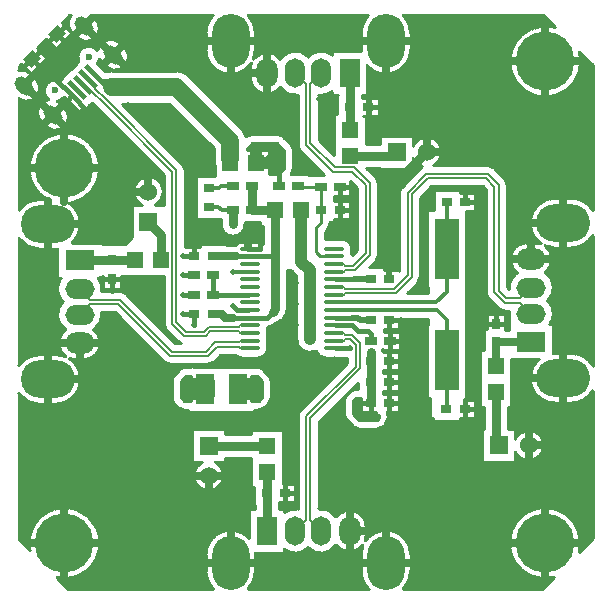
<source format=gtl>
G04*
G04 #@! TF.GenerationSoftware,Altium Limited,Altium Designer,20.0.11 (256)*
G04*
G04 Layer_Physical_Order=1*
G04 Layer_Color=255*
%FSLAX25Y25*%
%MOIN*%
G70*
G01*
G75*
%ADD10C,0.01000*%
%ADD12C,0.00600*%
%ADD17R,0.03780X0.03150*%
%ADD18O,0.07000X0.01300*%
%ADD19R,0.05500X0.05300*%
%ADD20R,0.05300X0.05500*%
%ADD21R,0.05906X0.09843*%
%ADD22R,0.03000X0.03740*%
%ADD23R,0.03740X0.03000*%
%ADD24R,0.03937X0.03000*%
%ADD25R,0.07874X0.20472*%
G04:AMPARAMS|DCode=26|XSize=15.75mil|YSize=78.74mil|CornerRadius=0mil|HoleSize=0mil|Usage=FLASHONLY|Rotation=45.000|XOffset=0mil|YOffset=0mil|HoleType=Round|Shape=Rectangle|*
%AMROTATEDRECTD26*
4,1,4,0.02227,-0.03341,-0.03341,0.02227,-0.02227,0.03341,0.03341,-0.02227,0.02227,-0.03341,0.0*
%
%ADD26ROTATEDRECTD26*%

G04:AMPARAMS|DCode=27|XSize=43.31mil|YSize=39.37mil|CornerRadius=0mil|HoleSize=0mil|Usage=FLASHONLY|Rotation=45.000|XOffset=0mil|YOffset=0mil|HoleType=Round|Shape=Rectangle|*
%AMROTATEDRECTD27*
4,1,4,-0.00139,-0.02923,-0.02923,-0.00139,0.00139,0.02923,0.02923,0.00139,-0.00139,-0.02923,0.0*
%
%ADD27ROTATEDRECTD27*%

%ADD53C,0.02500*%
%ADD54C,0.01500*%
%ADD55C,0.03000*%
%ADD56C,0.02000*%
%ADD57C,0.04000*%
%ADD58C,0.02800*%
%ADD59C,0.06000*%
%ADD60C,0.01200*%
%ADD61R,0.05948X0.07468*%
%ADD62C,0.19685*%
%ADD63O,0.09843X0.06693*%
G04:AMPARAMS|DCode=64|XSize=47.24mil|YSize=70.87mil|CornerRadius=0mil|HoleSize=0mil|Usage=FLASHONLY|Rotation=45.000|XOffset=0mil|YOffset=0mil|HoleType=Round|Shape=Round|*
%AMOVALD64*
21,1,0.02362,0.04724,0.00000,0.00000,135.0*
1,1,0.04724,0.00835,-0.00835*
1,1,0.04724,-0.00835,0.00835*
%
%ADD64OVALD64*%

%ADD65C,0.02362*%
%ADD66C,0.06000*%
%ADD67R,0.06000X0.06000*%
%ADD68R,0.06000X0.06000*%
%ADD69O,0.12598X0.18000*%
%ADD70O,0.07087X0.09843*%
%ADD71O,0.06693X0.09843*%
%ADD72R,0.06700X0.09800*%
%ADD73O,0.18000X0.12598*%
%ADD74O,0.09843X0.07087*%
%ADD75R,0.09800X0.06700*%
%ADD76C,0.02000*%
%ADD77C,0.02400*%
G36*
X31429Y174507D02*
X39750Y174510D01*
X41570Y172690D01*
Y169230D01*
X36707Y169230D01*
X31429Y174507D01*
D02*
G37*
D10*
X191743Y180200D02*
G03*
X191316Y183349I-11842J0D01*
G01*
X183049Y191616D02*
G03*
X191743Y180200I-3149J-11416D01*
G01*
X162730Y144710D02*
G03*
X160750Y145530I-1980J-1980D01*
G01*
X162730Y144710D02*
G03*
X160750Y145530I-1980J-1980D01*
G01*
X145428Y149996D02*
G03*
X135928Y152176I-5000J0D01*
G01*
X142675Y145530D02*
G03*
X145428Y149996I-2247J4467D01*
G01*
X195725Y130570D02*
G03*
X188570Y134665I-7155J-4204D01*
G01*
X183168D02*
G03*
X178584Y119448I0J-8299D01*
G01*
X188570Y118067D02*
G03*
X195725Y122162I0J8299D01*
G01*
X178584Y119448D02*
G03*
X176578Y119824I-2006J-5168D01*
G01*
X179835Y118766D02*
G03*
X183168Y118067I3333J7600D01*
G01*
X182122Y114280D02*
G03*
X179835Y118766I-5544J0D01*
G01*
X179849Y109804D02*
G03*
X182122Y114280I-3271J4476D01*
G01*
X182622Y104831D02*
G03*
X179849Y109804I-5847J0D01*
G01*
X173822Y119824D02*
G03*
X170551Y109804I0J-5544D01*
G01*
D02*
G03*
X167799Y104341I3074J-4973D01*
G01*
X167180Y139100D02*
G03*
X166360Y141080I-2800J0D01*
G01*
X167180Y139100D02*
G03*
X166360Y141080I-2800J0D01*
G01*
X135065Y189670D02*
G03*
X132601Y195571I-8299J0D01*
G01*
X120931D02*
G03*
X118467Y189670I5835J-5901D01*
G01*
X120530Y178792D02*
G03*
X135065Y184268I6236J5476D01*
G01*
X118467D02*
G03*
X118486Y183700I8299J0D01*
G01*
X135928Y147817D02*
G03*
X138964Y145216I4500J2180D01*
G01*
D02*
G03*
X138274Y144710I1289J-2486D01*
G01*
X138964Y145216D02*
G03*
X138274Y144710I1289J-2486D01*
G01*
X104400Y168938D02*
G03*
X108830Y170117I831J5787D01*
G01*
Y182483D02*
G03*
X100900Y181802I-3599J-4608D01*
G01*
X97400Y152417D02*
G03*
X98220Y150437I2800J0D01*
G01*
X97400Y152417D02*
G03*
X98220Y150437I2800J0D01*
G01*
X96000Y150500D02*
G03*
X95121Y152621I-3000J0D01*
G01*
X96000Y150500D02*
G03*
X95120Y152622I-3000J0D01*
G01*
X132048Y138484D02*
G03*
X131228Y136504I1980J-1980D01*
G01*
X132048Y138484D02*
G03*
X131228Y136504I1980J-1980D01*
G01*
X124260Y139621D02*
G03*
X123440Y141601I-2800J0D01*
G01*
X124260Y139621D02*
G03*
X123440Y141601I-2800J0D01*
G01*
X137408Y106472D02*
G03*
X138228Y108452I-1980J1980D01*
G01*
X137408Y106472D02*
G03*
X138228Y108452I-1980J1980D01*
G01*
X123440Y113710D02*
G03*
X124260Y115690I-1980J1980D01*
G01*
X123440Y113710D02*
G03*
X124260Y115690I-1980J1980D01*
G01*
X95156Y142560D02*
G03*
X96000Y144647I-2156J2087D01*
G01*
X95156Y142560D02*
G03*
X96000Y144647I-2156J2087D01*
G01*
X115500Y117840D02*
G03*
X112350Y120990I-3150J0D01*
G01*
X115228Y116560D02*
G03*
X115500Y117840I-2878J1280D01*
G01*
X115478Y115648D02*
G03*
X115228Y116560I-3128J-368D01*
G01*
X107407Y124414D02*
G03*
X108286Y126535I-2121J2121D01*
G01*
X107406Y124413D02*
G03*
X108286Y126535I-2120J2122D01*
G01*
X95120Y110600D02*
G03*
X95382Y110314I3444J2896D01*
G01*
X95120Y110600D02*
G03*
X95384Y110312I3444J2896D01*
G01*
X183168Y82933D02*
G03*
X182600Y82914I0J-8299D01*
G01*
X180702Y100500D02*
G03*
X182622Y104831I-3927J4331D01*
G01*
Y96169D02*
G03*
X180702Y100500I-5847J0D01*
G01*
X181383Y92570D02*
G03*
X182622Y96169I-4608J3599D01*
G01*
X195725Y78838D02*
G03*
X188570Y82933I-7155J-4204D01*
G01*
Y66335D02*
G03*
X195725Y70430I0J8299D01*
G01*
X177692Y80870D02*
G03*
X183168Y66335I5476J-6236D01*
G01*
X164420Y97820D02*
G03*
X166400Y97000I1980J1980D01*
G01*
X164420Y97820D02*
G03*
X166400Y97000I1980J1980D01*
G01*
X167838D02*
G03*
X167900Y94983I5787J-831D01*
G01*
X160180Y103220D02*
G03*
X161000Y101240I2800J0D01*
G01*
X160180Y103220D02*
G03*
X161000Y101240I2800J0D01*
G01*
X179380Y52232D02*
G03*
X169880Y54412I-5000J0D01*
G01*
Y50053D02*
G03*
X179380Y52232I4500J2179D01*
G01*
X191615Y19700D02*
G03*
X182748Y8237I-11842J0D01*
G01*
X191235Y16724D02*
G03*
X191615Y19700I-11463J2976D01*
G01*
X96962Y90067D02*
G03*
X96990Y89573I4500J0D01*
G01*
X125822Y83414D02*
G03*
X125753Y84154I-4000J0D01*
G01*
X96990Y87705D02*
G03*
X103610Y83736I4500J0D01*
G01*
X96962Y90067D02*
G03*
X96990Y89573I4500J0D01*
G01*
X113532Y81316D02*
G03*
X113979Y81172I1299J3250D01*
G01*
X109301Y81410D02*
G03*
X110076Y81316I775J3156D01*
G01*
X103610Y83736D02*
G03*
X106650Y81410I3040J824D01*
G01*
X116779Y71000D02*
G03*
X114656Y70120I0J-3000D01*
G01*
X116779Y71000D02*
G03*
X114657Y70121I0J-3000D01*
G01*
X127400Y62332D02*
G03*
X127228Y63332I-3000J0D01*
G01*
X126520Y59078D02*
G03*
X127400Y61200I-2120J2122D01*
G01*
X126521Y59079D02*
G03*
X127400Y61200I-2121J2121D01*
G01*
X123900Y57700D02*
G03*
X126023Y58580I0J3000D01*
G01*
X123900Y57700D02*
G03*
X126021Y58579I0J3000D01*
G01*
X135065Y15732D02*
G03*
X119848Y20316I-8299J0D01*
G01*
X132499Y4329D02*
G03*
X135065Y10330I-5733J6001D01*
G01*
X119848Y20316D02*
G03*
X120223Y22322I-5168J2006D01*
G01*
X119166Y19065D02*
G03*
X118467Y15732I7600J-3333D01*
G01*
Y10330D02*
G03*
X121033Y4329I8299J0D01*
G01*
X113779Y69243D02*
G03*
X112900Y67121I2121J-2121D01*
G01*
X113780Y69244D02*
G03*
X112900Y67121I2120J-2122D01*
G01*
Y62700D02*
G03*
X113779Y60579I3000J0D01*
G01*
X112900Y62700D02*
G03*
X113780Y60577I3000J0D01*
G01*
X115778Y58580D02*
G03*
X117900Y57700I2122J2120D01*
G01*
X115779Y58579D02*
G03*
X117900Y57700I2121J2121D01*
G01*
X98220Y63872D02*
G03*
X97400Y61892I1980J-1980D01*
G01*
X98220Y63872D02*
G03*
X97400Y61892I1980J-1980D01*
G01*
X120223Y25078D02*
G03*
X110204Y28349I-5544J0D01*
G01*
D02*
G03*
X104400Y31062I-4973J-3074D01*
G01*
X110204Y19051D02*
G03*
X119166Y19065I4476J3271D01*
G01*
X100900Y18198D02*
G03*
X110204Y19051I4331J3927D01*
G01*
X100900Y181802D02*
G03*
X91596Y180949I-4331J-3927D01*
G01*
D02*
G03*
X82634Y180935I-4476J-3271D01*
G01*
X83333Y189670D02*
G03*
X80870Y195571I-8299J0D01*
G01*
X82634Y180935D02*
G03*
X83333Y184268I-7600J3333D01*
G01*
X81952Y179684D02*
G03*
X81577Y177678I5168J-2006D01*
G01*
X91596Y171651D02*
G03*
X97400Y168938I4973J3074D01*
G01*
X81577Y174922D02*
G03*
X91596Y171651I5544J0D01*
G01*
X69199Y195571D02*
G03*
X66735Y189670I5835J-5901D01*
G01*
Y184268D02*
G03*
X81952Y179684I8299J0D01*
G01*
X60821Y175575D02*
G03*
X56932Y177186I-3889J-3889D01*
G01*
X60821Y175575D02*
G03*
X56932Y177186I-3889J-3889D01*
G01*
X82321Y155997D02*
G03*
X80237Y155155I0J-3000D01*
G01*
X82321Y155997D02*
G03*
X80237Y155155I0J-3000D01*
G01*
X80237D02*
G03*
X78828Y157569I-5299J-1475D01*
G01*
X80237Y155155D02*
G03*
X78828Y157569I-5299J-1475D01*
G01*
X92626Y155117D02*
G03*
X90504Y155997I-2122J-2120D01*
G01*
X92625Y155118D02*
G03*
X90504Y155997I-2121J-2121D01*
G01*
X71367Y127590D02*
G03*
X71836Y127525I653J3030D01*
G01*
X69439Y147573D02*
G03*
X69789Y145643I5500J0D01*
G01*
X71367Y127590D02*
G03*
X71836Y127525I653J3030D01*
G01*
X70885Y127735D02*
G03*
X71367Y127590I1135J2885D01*
G01*
X70885Y127735D02*
G03*
X71367Y127590I1135J2885D01*
G01*
X71836Y125967D02*
G03*
X79836Y125967I4000J0D01*
G01*
X85902Y119328D02*
G03*
X84350Y119990I-1552J-1488D01*
G01*
X78650D02*
G03*
X76856Y119024I0J-2150D01*
G01*
X59800Y144041D02*
G03*
X58980Y146021I-2800J0D01*
G01*
X59800Y144041D02*
G03*
X58980Y146021I-2800J0D01*
G01*
X52626Y136810D02*
G03*
X45446Y132310I-5000J0D01*
G01*
X49805D02*
G03*
X52626Y136810I-2179J4500D01*
G01*
X31307Y191202D02*
G03*
X30029Y194286I-4362J0D01*
G01*
X38089Y186366D02*
G03*
X30678Y183844I-3085J-3085D01*
G01*
X23860Y188117D02*
G03*
X31307Y191202I3085J3085D01*
G01*
X30678Y183844D02*
G03*
X25107Y184270I-2968J-2177D01*
G01*
X30678Y183844D02*
G03*
X25107Y184270I-2968J-2177D01*
G01*
X21847Y195571D02*
G03*
X22190Y189787I3427J-2699D01*
G01*
X41037Y181611D02*
G03*
X39759Y184696I-4362J0D01*
G01*
X31320Y180946D02*
G03*
X31920Y180197I3684J2336D01*
G01*
X33590Y178527D02*
G03*
X41037Y181611I3085J3085D01*
G01*
X35587Y177186D02*
G03*
X34403Y177057I0J-5500D01*
G01*
X30662Y179467D02*
G03*
X31320Y180946I-2952J2200D01*
G01*
X25107Y184270D02*
G03*
X24331Y180208I2603J-2603D01*
G01*
X30662Y179467D02*
G03*
X31320Y180946I-2952J2200D01*
G01*
X25107Y184270D02*
G03*
X24331Y180208I2603J-2603D01*
G01*
X19178Y167928D02*
G03*
X19488Y168281I-2603J2603D01*
G01*
X19178Y167928D02*
G03*
X19488Y168281I-2603J2603D01*
G01*
X8454Y176052D02*
G03*
X4475Y177237I-3085J-3085D01*
G01*
X18034Y173911D02*
G03*
X13972Y173134I-1459J-3380D01*
G01*
X18034Y173911D02*
G03*
X13972Y173134I-1459J-3380D01*
G01*
D02*
G03*
X14397Y167563I2603J-2603D01*
G01*
X17296Y166921D02*
G03*
X19178Y167928I-721J3610D01*
G01*
X17296Y166921D02*
G03*
X19178Y167928I-721J3610D01*
G01*
X18045Y166322D02*
G03*
X17296Y166921I-3085J-3085D01*
G01*
X13972Y173134D02*
G03*
X14397Y167563I2603J-2603D01*
G01*
Y167563D02*
G03*
X11876Y160153I563J-4326D01*
G01*
X11402Y171297D02*
G03*
X10125Y174381I-4362J0D01*
G01*
X4475Y167769D02*
G03*
X11402Y171297I2565J3528D01*
G01*
X20993Y161567D02*
G03*
X19715Y164652I-4362J0D01*
G01*
X13546Y158483D02*
G03*
X20993Y161567I3085J3085D01*
G01*
X31461Y144598D02*
G03*
X13832Y134265I-11842J0D01*
G01*
X21324Y132879D02*
G03*
X31461Y144598I-1706J11719D01*
G01*
X25031Y125966D02*
G03*
X21324Y132879I-8299J0D01*
G01*
X22208Y119730D02*
G03*
X25031Y125966I-5476J6236D01*
G01*
X11330Y134265D02*
G03*
X4475Y130644I0J-8299D01*
G01*
X92730Y94756D02*
G03*
X93902Y97584I-2828J2828D01*
G01*
X92730Y94756D02*
G03*
X93902Y97584I-2828J2828D01*
G01*
X89751Y92837D02*
G03*
X91930Y93956I-649J3947D01*
G01*
X87427Y91567D02*
G03*
X89418Y92504I-307J3235D01*
G01*
X87427Y91567D02*
G03*
X89418Y92504I-307J3235D01*
G01*
X87500Y89680D02*
G03*
X87228Y90960I-3150J0D01*
G01*
D02*
G03*
X87427Y91567I-2878J1280D01*
G01*
X87500Y87120D02*
G03*
X87228Y88400I-3150J0D01*
G01*
D02*
G03*
X87500Y89680I-2878J1280D01*
G01*
X87228Y85840D02*
G03*
X87500Y87120I-2878J1280D01*
G01*
Y84560D02*
G03*
X87228Y85840I-3150J0D01*
G01*
X84350Y81410D02*
G03*
X87500Y84560I0J3150D01*
G01*
X85960Y77513D02*
G03*
X83837Y78393I-2122J-2120D01*
G01*
X85958Y77515D02*
G03*
X83837Y78393I-2121J-2121D01*
G01*
X88530Y73700D02*
G03*
X87651Y75823I-3000J0D01*
G01*
X87652Y66079D02*
G03*
X88530Y68200I-2121J2121D01*
G01*
Y73700D02*
G03*
X87652Y75821I-3000J0D01*
G01*
X87651Y66078D02*
G03*
X88530Y68200I-2120J2122D01*
G01*
X84363Y64032D02*
G03*
X86484Y64911I0J3000D01*
G01*
X84363Y64032D02*
G03*
X86485Y64912I0J3000D01*
G01*
X76410Y82346D02*
G03*
X78650Y81410I2240J2214D01*
G01*
X81930Y78393D02*
G03*
X81443Y78354I0J-3000D01*
G01*
X81930Y78393D02*
G03*
X81443Y78354I0J-3000D01*
G01*
X67410Y79260D02*
G03*
X69390Y80080I0J2800D01*
G01*
X67410Y79260D02*
G03*
X69390Y80080I0J2800D01*
G01*
X62488Y78354D02*
G03*
X62001Y78393I-487J-2960D01*
G01*
X62488Y78354D02*
G03*
X62001Y78393I-487J-2960D01*
G01*
X97400Y31062D02*
G03*
X92970Y29882I-831J-5787D01*
G01*
Y17517D02*
G03*
X100900Y18198I3599J4608D01*
G01*
X83333Y15732D02*
G03*
X83314Y16300I-8299J0D01*
G01*
X80767Y4329D02*
G03*
X83333Y10330I-5733J6001D01*
G01*
X72747Y42133D02*
G03*
X69927Y46633I-5000J0D01*
G01*
X65568D02*
G03*
X72747Y42133I2179J-4500D01*
G01*
X81270Y21208D02*
G03*
X66735Y15732I-6236J-5476D01*
G01*
Y10330D02*
G03*
X69301Y4329I8299J0D01*
G01*
X40134Y102780D02*
G03*
X38154Y103600I-1980J-1980D01*
G01*
X40134Y102780D02*
G03*
X38154Y103600I-1980J-1980D01*
G01*
X52800Y92810D02*
G03*
X53620Y90830I2800J0D01*
G01*
X52800Y92810D02*
G03*
X53620Y90830I2800J0D01*
G01*
X32062Y103600D02*
G03*
X32122Y104431I-5787J831D01*
G01*
D02*
G03*
X30882Y108030I-5847J0D01*
G01*
X18518D02*
G03*
X19198Y100100I4608J-3599D01*
G01*
X32122Y95769D02*
G03*
X32062Y96600I-5847J0D01*
G01*
X16732Y117667D02*
G03*
X17300Y117686I0J8299D01*
G01*
X4475Y121288D02*
G03*
X11330Y117667I6855J4678D01*
G01*
X29349Y90796D02*
G03*
X32122Y95769I-3074J4973D01*
G01*
X19198Y100100D02*
G03*
X20051Y90796I3927J-4331D01*
G01*
X31622Y86320D02*
G03*
X29349Y90796I-5544J0D01*
G01*
X20051D02*
G03*
X20065Y81834I3271J-4476D01*
G01*
X60093Y78393D02*
G03*
X57972Y77515I0J-3000D01*
G01*
X57680Y86770D02*
G03*
X58380Y86260I1980J1980D01*
G01*
X57680Y86770D02*
G03*
X58380Y86260I1980J1980D01*
G01*
X60093Y78393D02*
G03*
X57971Y77513I0J-3000D01*
G01*
X55400Y68200D02*
G03*
X56280Y66078I3000J0D01*
G01*
Y75823D02*
G03*
X55400Y73700I2120J-2122D01*
G01*
X56279Y75821D02*
G03*
X55400Y73700I2121J-2121D01*
G01*
Y68200D02*
G03*
X56279Y66079I3000J0D01*
G01*
X26078Y80777D02*
G03*
X31622Y86320I0J5544D01*
G01*
X52934Y80080D02*
G03*
X54914Y79260I1980J1980D01*
G01*
X52934Y80080D02*
G03*
X54914Y79260I1980J1980D01*
G01*
X57446Y64911D02*
G03*
X59568Y64032I2121J2121D01*
G01*
X57445Y64912D02*
G03*
X59568Y64032I2122J2120D01*
G01*
X21316Y81152D02*
G03*
X23322Y80777I2006J5168D01*
G01*
X25031Y74234D02*
G03*
X21316Y81152I-8299J0D01*
G01*
X20065Y81834D02*
G03*
X16732Y82533I-3333J-7600D01*
G01*
Y65935D02*
G03*
X25031Y74234I0J8299D01*
G01*
X11330Y82533D02*
G03*
X4475Y78912I0J-8299D01*
G01*
Y69556D02*
G03*
X11330Y65935I6855J4678D01*
G01*
X31461Y19700D02*
G03*
X8018Y17316I-11842J0D01*
G01*
X17235Y8100D02*
G03*
X31461Y19700I2384J11600D01*
G01*
X191700Y181200D02*
X193465D01*
X191647Y181700D02*
X192965D01*
X191732Y180700D02*
X193965D01*
X191476Y182700D02*
X191965D01*
X191572Y182200D02*
X192465D01*
X191700Y179200D02*
X195465D01*
X191647Y178700D02*
X195725D01*
X191572Y178200D02*
X195725D01*
X191743Y180200D02*
X194465D01*
X191732Y179700D02*
X194965D01*
X179095Y195571D02*
X183049Y191616D01*
X181900Y191872D02*
Y192765D01*
X182400Y191776D02*
Y192265D01*
X191316Y183349D02*
X195725Y178940D01*
X191476Y177700D02*
X195725D01*
X191356Y177200D02*
X195725D01*
X190854Y175700D02*
X195725D01*
X190635Y175200D02*
X195725D01*
X190388Y174700D02*
X195725D01*
X191214Y176700D02*
X195725D01*
X191047Y176200D02*
X195725D01*
X189452Y173200D02*
X195725D01*
X189065Y172700D02*
X195725D01*
X188632Y172200D02*
X195725D01*
X190110Y174200D02*
X195725D01*
X189799Y173700D02*
X195725D01*
X186971Y170700D02*
X195725D01*
X186244Y170200D02*
X195725D01*
X185377Y169700D02*
X195725D01*
X188146Y171700D02*
X195725D01*
X187597Y171200D02*
X195725D01*
X162069Y145200D02*
X195725D01*
X162740Y144700D02*
X195725D01*
X184287Y169200D02*
X195725D01*
X182728Y168700D02*
X195725D01*
X178400Y191947D02*
Y195571D01*
X177900Y191872D02*
Y195571D01*
X178900Y192000D02*
Y195571D01*
X176900Y191656D02*
Y195571D01*
X177400Y191776D02*
Y195571D01*
X175900Y191347D02*
Y195571D01*
X175400Y191154D02*
Y195571D01*
X176400Y191514D02*
Y195571D01*
X174400Y190688D02*
Y195571D01*
X174900Y190935D02*
Y195571D01*
X173400Y190099D02*
Y195571D01*
X172900Y189752D02*
Y195571D01*
X173900Y190410D02*
Y195571D01*
X171900Y188932D02*
Y195571D01*
X172400Y189365D02*
Y195571D01*
X162400Y144992D02*
Y195571D01*
X168400Y183028D02*
Y195571D01*
X160400Y145530D02*
Y195571D01*
X161900Y145283D02*
Y195571D01*
X180900Y192000D02*
Y193765D01*
X180400Y192032D02*
Y194265D01*
X181400Y191947D02*
Y193265D01*
X179400Y192032D02*
Y195265D01*
X179900Y192043D02*
Y194765D01*
X170900Y187897D02*
Y195571D01*
X171400Y188446D02*
Y195571D01*
X170400Y187271D02*
Y195571D01*
X169900Y186544D02*
Y195571D01*
X168900Y184587D02*
Y195571D01*
X169400Y185677D02*
Y195571D01*
X160900Y145526D02*
Y195571D01*
X161400Y145454D02*
Y195571D01*
X192900Y133446D02*
Y181765D01*
X192400Y133728D02*
Y182265D01*
X193400Y133115D02*
Y181265D01*
X191900Y133968D02*
Y182765D01*
X191400Y134168D02*
Y177372D01*
X195400Y131080D02*
Y179265D01*
X194900Y131733D02*
Y179765D01*
X195725Y130570D02*
Y178940D01*
X193900Y132727D02*
Y180765D01*
X194400Y132272D02*
Y180265D01*
X188900Y134658D02*
Y172503D01*
X188400Y134665D02*
Y171954D01*
X187900Y134665D02*
Y171468D01*
X187400Y134665D02*
Y171035D01*
X186900Y134665D02*
Y170648D01*
X190900Y134331D02*
Y175813D01*
X190400Y134461D02*
Y174723D01*
X189900Y134558D02*
Y173856D01*
X189400Y134623D02*
Y173129D01*
X186400Y134665D02*
Y170301D01*
X185900Y134665D02*
Y169990D01*
X185400Y134665D02*
Y169712D01*
X184900Y134665D02*
Y169465D01*
X184400Y134665D02*
Y169246D01*
X183900Y134665D02*
Y169053D01*
X183400Y134665D02*
Y168886D01*
X182900Y134661D02*
Y168744D01*
X182400Y134629D02*
Y168624D01*
X181900Y134568D02*
Y168528D01*
X164740Y142700D02*
X195725D01*
X164240Y143200D02*
X195725D01*
X165240Y142200D02*
X195725D01*
X163240Y144200D02*
X195725D01*
X163740Y143700D02*
X195725D01*
X165740Y141700D02*
X195725D01*
X166240Y141200D02*
X195725D01*
X181400Y134475D02*
Y168453D01*
X180900Y134349D02*
Y168400D01*
X171400Y119266D02*
Y171954D01*
X170900Y118991D02*
Y172503D01*
X171900Y119480D02*
Y171468D01*
X169900Y118198D02*
Y173856D01*
X170400Y118641D02*
Y173129D01*
X168900Y116830D02*
Y175813D01*
X168400Y115434D02*
Y177372D01*
X169400Y117623D02*
Y174723D01*
X167400Y104740D02*
Y195571D01*
X167900Y106017D02*
Y195571D01*
X164400Y143040D02*
Y195571D01*
X163900Y143540D02*
Y195571D01*
X164900Y142540D02*
Y195571D01*
X162900Y144540D02*
Y195571D01*
X163400Y144040D02*
Y195571D01*
X166400Y141039D02*
Y195571D01*
X166900Y140320D02*
Y195571D01*
X165400Y142040D02*
Y195571D01*
X165900Y141540D02*
Y195571D01*
X180400Y134190D02*
Y168368D01*
X179400Y133760D02*
Y168368D01*
X179900Y133994D02*
Y168358D01*
X178400Y133159D02*
Y168453D01*
X178900Y133483D02*
Y168400D01*
X177400Y132333D02*
Y168624D01*
X177900Y132779D02*
Y168528D01*
X176400Y131169D02*
Y168886D01*
X176900Y131805D02*
Y168744D01*
X175400Y129287D02*
Y169246D01*
X174900Y127083D02*
Y169465D01*
X175900Y130372D02*
Y169053D01*
X174400Y119824D02*
Y169712D01*
X162730Y144710D02*
X166360Y141080D01*
X173400Y119807D02*
Y170301D01*
X173900Y119824D02*
Y169990D01*
X172400Y119638D02*
Y171035D01*
X172900Y119746D02*
Y170648D01*
X134492Y192700D02*
X181965D01*
X134277Y193200D02*
X181465D01*
X134670Y192200D02*
X182465D01*
X133720Y194200D02*
X180465D01*
X134021Y193700D02*
X180965D01*
X134923Y191200D02*
X175513D01*
X134813Y191700D02*
X177072D01*
X135001Y190700D02*
X174423D01*
X135048Y190200D02*
X173556D01*
X135065Y189700D02*
X172829D01*
X132954Y195200D02*
X179465D01*
X132601Y195571D02*
X179095D01*
X133367Y194700D02*
X179965D01*
X120530Y170700D02*
X172829D01*
X120530Y170200D02*
X173556D01*
X119270Y168700D02*
X177072D01*
X119270Y168200D02*
X195725D01*
X120530Y169700D02*
X174423D01*
X120530Y169200D02*
X175513D01*
X124372Y166200D02*
X195725D01*
X124372Y166700D02*
X195725D01*
X124372Y165700D02*
X195725D01*
X124372Y167700D02*
X195725D01*
X124372Y167200D02*
X195725D01*
X124372Y163700D02*
X195725D01*
X124372Y164200D02*
X195725D01*
X124372Y163200D02*
X195725D01*
X124372Y165200D02*
X195725D01*
X124372Y164700D02*
X195725D01*
X120150Y161200D02*
X195725D01*
X120150Y161700D02*
X195725D01*
X120150Y160700D02*
X195725D01*
X124372Y162700D02*
X195725D01*
X124372Y162200D02*
X195725D01*
X120150Y159200D02*
X195725D01*
X120150Y158700D02*
X195725D01*
X120150Y160200D02*
X195725D01*
X120150Y159700D02*
X195725D01*
X135065Y188700D02*
X171654D01*
X135065Y189200D02*
X172203D01*
X135065Y188200D02*
X171168D01*
X135065Y187700D02*
X170735D01*
X135065Y187200D02*
X170348D01*
X135065Y186200D02*
X169690D01*
X135065Y186700D02*
X170001D01*
X135065Y185700D02*
X169412D01*
X135065Y185200D02*
X169165D01*
X135065Y184700D02*
X168946D01*
X135065Y184200D02*
X168754D01*
X135046Y183700D02*
X168587D01*
X134996Y183200D02*
X168444D01*
X134915Y182700D02*
X168324D01*
X134803Y182200D02*
X168228D01*
X134658Y181700D02*
X168153D01*
X134477Y181200D02*
X168100D01*
X134259Y180700D02*
X168068D01*
X134000Y180200D02*
X168058D01*
X132920Y178700D02*
X168153D01*
X132428Y178200D02*
X168228D01*
X131839Y177700D02*
X168324D01*
X133695Y179700D02*
X168068D01*
X133338Y179200D02*
X168100D01*
X128710Y176200D02*
X168754D01*
X120530Y175700D02*
X168946D01*
X131115Y177200D02*
X168444D01*
X130172Y176700D02*
X168587D01*
X120530Y173700D02*
X170001D01*
X120530Y174200D02*
X169690D01*
X120530Y173200D02*
X170348D01*
X120530Y175200D02*
X169165D01*
X120530Y174700D02*
X169412D01*
X120530Y171700D02*
X171654D01*
X120530Y171200D02*
X172203D01*
X120530Y172700D02*
X170735D01*
X120530Y172200D02*
X171168D01*
X156900Y145530D02*
Y195571D01*
X156400Y145530D02*
Y195571D01*
X157400Y145530D02*
Y195571D01*
X155400Y145530D02*
Y195571D01*
X155900Y145530D02*
Y195571D01*
X159400Y145530D02*
Y195571D01*
X158900Y145530D02*
Y195571D01*
X159900Y145530D02*
Y195571D01*
X157900Y145530D02*
Y195571D01*
X158400Y145530D02*
Y195571D01*
X120150Y156700D02*
X195725D01*
X120150Y157200D02*
X195725D01*
X120150Y156200D02*
X195725D01*
X120150Y158200D02*
X195725D01*
X120150Y157700D02*
X195725D01*
X120150Y155700D02*
X195725D01*
X135928Y155200D02*
X195725D01*
X154900Y145530D02*
Y195571D01*
X142124Y154700D02*
X195725D01*
X145378Y150700D02*
X195725D01*
X145281Y151200D02*
X195725D01*
X145424Y150200D02*
X195725D01*
X144916Y152200D02*
X195725D01*
X145129Y151700D02*
X195725D01*
X145257Y148700D02*
X195725D01*
X145094Y148200D02*
X195725D01*
X144869Y147700D02*
X195725D01*
X145419Y149700D02*
X195725D01*
X145364Y149200D02*
X195725D01*
X144634Y152700D02*
X195725D01*
X144267Y153200D02*
X195725D01*
X144573Y147200D02*
X195725D01*
X143136Y154200D02*
X195725D01*
X143787Y153700D02*
X195725D01*
X144187Y146700D02*
X195725D01*
X143682Y146200D02*
X195725D01*
X142985Y145700D02*
X195725D01*
X142675Y145530D02*
X160750D01*
X149900D02*
Y195571D01*
X149400Y145530D02*
Y195571D01*
X150400Y145530D02*
Y195571D01*
X148400Y145530D02*
Y195571D01*
X148900Y145530D02*
Y195571D01*
X152400Y145530D02*
Y195571D01*
X151900Y145530D02*
Y195571D01*
X154400Y145530D02*
Y195571D01*
X150900Y145530D02*
Y195571D01*
X151400Y145530D02*
Y195571D01*
X145400Y150525D02*
Y195571D01*
X143400Y154017D02*
Y195571D01*
X145900Y145530D02*
Y195571D01*
X142400Y154591D02*
Y195571D01*
X142900Y154343D02*
Y195571D01*
X147400Y145530D02*
Y195571D01*
X147900Y145530D02*
Y195571D01*
X146400Y145530D02*
Y195571D01*
X146900Y145530D02*
Y195571D01*
X152900Y145530D02*
Y195571D01*
X144900Y152233D02*
Y195571D01*
X153400Y145530D02*
Y195571D01*
X143900Y153595D02*
Y195571D01*
X144400Y153033D02*
Y195571D01*
X153900Y145530D02*
Y195571D01*
X145400Y145530D02*
Y149468D01*
X144900Y145530D02*
Y147760D01*
X144400Y145530D02*
Y146960D01*
X141900Y154775D02*
Y195571D01*
X141400Y154901D02*
Y195571D01*
X140900Y154974D02*
Y195571D01*
X143900Y145530D02*
Y146399D01*
X143400Y145530D02*
Y145976D01*
X167180Y136700D02*
X195725D01*
X167180Y137700D02*
X195725D01*
X167180Y136200D02*
X195725D01*
X183168Y134665D02*
X188570D01*
X191309Y134200D02*
X195725D01*
X192454Y133700D02*
X195725D01*
X193279Y133200D02*
X195725D01*
X167180Y135700D02*
X195725D01*
X167180Y137200D02*
X195725D01*
X167180Y135200D02*
X195725D01*
X167180Y138700D02*
X195725D01*
X167180Y138200D02*
X195725D01*
X167180Y134700D02*
X195725D01*
X167180Y134200D02*
X180429D01*
X167180Y133700D02*
X179284D01*
X167180Y133200D02*
X178460D01*
X195316Y131200D02*
X195725D01*
X194928Y131700D02*
X195725D01*
X195065Y121200D02*
X195725D01*
X193932Y132700D02*
X195725D01*
X194472Y132200D02*
X195725D01*
X193514Y119700D02*
X195725D01*
X192756Y119200D02*
X195725D01*
X191749Y118700D02*
X195725D01*
X194634Y120700D02*
X195725D01*
X194125Y120200D02*
X195725D01*
X190050Y118200D02*
X195725D01*
X180498D02*
X181688D01*
X183168Y118067D02*
X188570D01*
X180900Y117751D02*
Y118383D01*
X167180Y132200D02*
X177266D01*
X167180Y132700D02*
X177806D01*
X167180Y131700D02*
X176810D01*
X167180Y131200D02*
X176422D01*
X167180Y130700D02*
X176091D01*
X167180Y129700D02*
X175568D01*
X167180Y130200D02*
X175808D01*
X167180Y129200D02*
X175368D01*
X167180Y128700D02*
X175204D01*
X174900Y119824D02*
Y125649D01*
X167180Y127700D02*
X174977D01*
X167180Y128200D02*
X175074D01*
X167180Y127200D02*
X174911D01*
X167180Y126700D02*
X174876D01*
X167180Y126200D02*
X174871D01*
X167180Y124700D02*
X175038D01*
X167180Y124200D02*
X175157D01*
X167180Y125700D02*
X174896D01*
X167180Y125200D02*
X174951D01*
X175900Y119824D02*
Y122360D01*
X167180Y122200D02*
X175990D01*
X173822Y119824D02*
X176578D01*
X167180Y123700D02*
X175309D01*
X175400Y119824D02*
Y123445D01*
X177400Y119762D02*
Y120399D01*
X177742Y119700D02*
X178225D01*
X176400Y119824D02*
Y121563D01*
X176900Y119814D02*
Y120927D01*
X167180Y121200D02*
X176673D01*
X167180Y121700D02*
X176305D01*
X167180Y120700D02*
X177104D01*
X167180Y123200D02*
X175497D01*
X167180Y122700D02*
X175723D01*
X167180Y120200D02*
X177613D01*
X167180Y119700D02*
X172658D01*
X167180Y119200D02*
X171268D01*
X167180Y117700D02*
X169459D01*
X182106Y114700D02*
X195725D01*
X182045Y115200D02*
X195725D01*
X182121Y114200D02*
X195725D01*
X181900Y115831D02*
Y118164D01*
X181937Y115700D02*
X195725D01*
X182091Y113700D02*
X195725D01*
X182015Y113200D02*
X195725D01*
X181892Y112700D02*
X195725D01*
X182400Y106425D02*
Y118103D01*
X181900Y107644D02*
Y112729D01*
X181290Y117200D02*
X195725D01*
X180941Y117700D02*
X195725D01*
X181778Y116200D02*
X195725D01*
X181400Y117015D02*
Y118257D01*
X181565Y116700D02*
X195725D01*
X181717Y112200D02*
X195725D01*
X182120Y107200D02*
X195725D01*
X181869Y107700D02*
X195725D01*
X182315Y106700D02*
X195725D01*
X181484Y111700D02*
X195725D01*
X181553Y108200D02*
X195725D01*
X182620Y104700D02*
X195725D01*
X182610Y105200D02*
X195725D01*
X182587Y104200D02*
X195725D01*
X182459Y106200D02*
X195725D01*
X182557Y105700D02*
X195725D01*
X180331Y110200D02*
X195725D01*
X180011Y109700D02*
X195725D01*
X180660Y109200D02*
X195725D01*
X181187Y111200D02*
X195725D01*
X180810Y110700D02*
X195725D01*
X181158Y108700D02*
X195725D01*
X181400Y108407D02*
Y111545D01*
X180900Y108974D02*
Y110809D01*
X167180Y117200D02*
X169110D01*
X167180Y116200D02*
X168622D01*
X167180Y115700D02*
X168464D01*
X167180Y115200D02*
X168355D01*
X168900Y108274D02*
Y111730D01*
X167180Y104960D02*
Y139100D01*
X168400Y107454D02*
Y113126D01*
X167180Y113700D02*
X168309D01*
X167180Y116700D02*
X168835D01*
X167180Y113200D02*
X168385D01*
X167180Y114700D02*
X168294D01*
X167180Y114200D02*
X168279D01*
X167180Y111700D02*
X168915D01*
X167180Y111200D02*
X169213D01*
X167180Y112700D02*
X168508D01*
X167180Y112200D02*
X168684D01*
X180400Y109418D02*
Y110265D01*
X167180Y110200D02*
X170069D01*
X167180Y109700D02*
X170389D01*
X167180Y110700D02*
X169589D01*
X169900Y109337D02*
Y110362D01*
X167180Y109200D02*
X169740D01*
X169400Y108872D02*
Y110937D01*
X167440Y104700D02*
X167780D01*
X167180Y108200D02*
X168847D01*
X167180Y108700D02*
X169242D01*
X167180Y107700D02*
X168531D01*
X167180Y107200D02*
X168280D01*
X167180Y106700D02*
X168085D01*
X167180Y106200D02*
X167941D01*
X167180Y105700D02*
X167843D01*
X167180Y105200D02*
X167790D01*
X167180Y104960D02*
X167799Y104341D01*
X166955Y140200D02*
X195725D01*
X166678Y140700D02*
X195725D01*
X167115Y139700D02*
X195725D01*
X167178Y139200D02*
X195725D01*
X159010Y138530D02*
X160180Y137360D01*
X156400Y136392D02*
Y138530D01*
X155400Y136392D02*
Y138530D01*
X155900Y136392D02*
Y138530D01*
X154900Y136392D02*
Y138530D01*
X141993D02*
X159010D01*
X141663Y138200D02*
X159340D01*
X153900Y136392D02*
Y138530D01*
X154400Y136392D02*
Y138530D01*
X152900Y136392D02*
Y138530D01*
X153400Y136392D02*
Y138530D01*
X151900Y136392D02*
Y138530D01*
X152400Y136392D02*
Y138530D01*
X156572Y134700D02*
X160180D01*
X156572Y135200D02*
X160180D01*
X156572Y134200D02*
X160180D01*
X156572Y136200D02*
X160180D01*
X156572Y135700D02*
X160180D01*
X156572Y131200D02*
X160180D01*
X156572Y131700D02*
X160180D01*
X156572Y130700D02*
X160180D01*
X156572Y133700D02*
X160180D01*
X156572Y132200D02*
X160180D01*
X151470Y137200D02*
X160180D01*
X141163Y137700D02*
X159840D01*
X151470Y136700D02*
X160180D01*
X151470Y136392D02*
Y137392D01*
Y136392D02*
X156572D01*
Y133200D02*
X160180D01*
X156572Y132700D02*
X160180D01*
X148400Y137392D02*
Y138530D01*
X147900Y137392D02*
Y138530D01*
X148900Y137392D02*
Y138530D01*
X146900Y137392D02*
Y138530D01*
X147400Y137392D02*
Y138530D01*
X150900Y137392D02*
Y138530D01*
X150400Y137392D02*
Y138530D01*
X151400Y137392D02*
Y138530D01*
X149400Y137392D02*
Y138530D01*
X149900Y137392D02*
Y138530D01*
X145900Y137392D02*
Y138530D01*
X145400Y137392D02*
Y138530D01*
X146400Y137392D02*
Y138530D01*
X144400Y137392D02*
Y138530D01*
X144900Y137392D02*
Y138530D01*
X143400Y137392D02*
Y138530D01*
X143900Y137392D02*
Y138530D01*
X138228Y134765D02*
X141993Y138530D01*
X142900Y137392D02*
Y138530D01*
X142730Y137392D02*
X151470D01*
X140663Y137200D02*
X142730D01*
X140163Y136700D02*
X142730D01*
X139663Y136200D02*
X142730D01*
X139163Y135700D02*
X142730D01*
Y130540D02*
Y137392D01*
X138663Y135200D02*
X142730D01*
X142400Y130540D02*
Y138530D01*
X141400Y130540D02*
Y137937D01*
X138228Y133200D02*
X142730D01*
X138228Y133700D02*
X142730D01*
X138228Y132700D02*
X142730D01*
X138228Y134700D02*
X142730D01*
X138228Y134200D02*
X142730D01*
X138228Y131200D02*
X142730D01*
X138228Y130700D02*
X142730D01*
X138228Y132200D02*
X142730D01*
X138228Y131700D02*
X142730D01*
X153537Y124200D02*
X160180D01*
X153537Y124700D02*
X160180D01*
X153537Y123700D02*
X160180D01*
X153537Y125700D02*
X160180D01*
X153537Y125200D02*
X160180D01*
X153537Y121700D02*
X160180D01*
X153537Y122200D02*
X160180D01*
X153537Y121200D02*
X160180D01*
X153537Y123200D02*
X160180D01*
X153537Y122700D02*
X160180D01*
X153537Y128700D02*
X160180D01*
X153537Y129200D02*
X160180D01*
X153537Y128200D02*
X160180D01*
X153537Y130200D02*
X160180D01*
X153537Y129700D02*
X160180D01*
X153537Y126700D02*
X160180D01*
X153537Y126200D02*
X160180D01*
X153537Y127700D02*
X160180D01*
X153537Y127200D02*
X160180D01*
X153537Y119200D02*
X160180D01*
X153537Y119700D02*
X160180D01*
X167180Y118700D02*
X170476D01*
X153537Y120700D02*
X160180D01*
X153537Y120200D02*
X160180D01*
X153537Y118700D02*
X160180D01*
X167180Y118200D02*
X169902D01*
X153537D02*
X160180D01*
X153537Y117700D02*
X160180D01*
X153537Y111200D02*
X160180D01*
X153537Y116200D02*
X160180D01*
X153537Y109700D02*
X160180D01*
X153537Y117200D02*
X160180D01*
X153537Y116700D02*
X160180D01*
X153537Y108200D02*
X160180D01*
X153400Y104200D02*
X160180D01*
X153537Y109200D02*
X160180D01*
X153537Y108700D02*
X160180D01*
X156572Y130392D02*
Y136392D01*
X153537Y130392D02*
X156572D01*
X153537Y115700D02*
X160180D01*
X141900Y130540D02*
Y138437D01*
X141697Y130540D02*
X142730D01*
X153537Y114700D02*
X160180D01*
X153537Y115200D02*
X160180D01*
X153537Y114200D02*
X160180D01*
X153537Y105068D02*
Y130392D01*
Y113700D02*
X160180D01*
X140900Y130540D02*
Y137437D01*
X140663Y130540D02*
X141697D01*
X142730D01*
X138228Y126200D02*
X140663D01*
X138228Y123200D02*
X140663D01*
X138228Y113700D02*
X140663D01*
X138228Y113200D02*
X140663D01*
X138228Y122700D02*
X140663D01*
X138228Y120700D02*
X140663D01*
X153537Y111700D02*
X160180D01*
X153537Y112200D02*
X160180D01*
X153537Y110700D02*
X160180D01*
X153537Y113200D02*
X160180D01*
X153537Y112700D02*
X160180D01*
X153537Y107200D02*
X160180D01*
X153537Y105700D02*
X160180D01*
X153537Y110200D02*
X160180D01*
X153537Y107700D02*
X160180D01*
X153537Y106700D02*
X160180D01*
X138228Y111700D02*
X140663D01*
X153537Y106200D02*
X160180D01*
X138228Y112700D02*
X140663D01*
X138228Y112200D02*
X140663D01*
X153537Y105200D02*
X160180D01*
X153400Y104700D02*
X160180D01*
X135636D02*
X140900D01*
X135136Y104200D02*
X140900D01*
X134400Y192925D02*
Y195571D01*
X133900Y193910D02*
Y195571D01*
X134900Y191317D02*
Y195571D01*
X132900Y195260D02*
Y195571D01*
X133400Y194656D02*
Y195571D01*
X135065Y184268D02*
Y189670D01*
X121900Y168046D02*
Y177545D01*
X120530Y178200D02*
X121105D01*
X120530Y177700D02*
X121693D01*
X120400Y194994D02*
Y195571D01*
X121400Y168046D02*
Y177937D01*
X120530Y168900D02*
Y178792D01*
X120900Y168046D02*
Y178397D01*
X123900Y168046D02*
Y176480D01*
X123400Y168046D02*
Y176682D01*
X122400Y168046D02*
Y177210D01*
X122900Y168046D02*
Y176925D01*
X128900Y155497D02*
Y176248D01*
X128400Y155497D02*
Y176131D01*
X127900Y155497D02*
Y176047D01*
X127400Y155497D02*
Y175993D01*
X124372Y162046D02*
Y168046D01*
X120530Y176700D02*
X123360D01*
X120530Y177200D02*
X122417D01*
X120530Y176200D02*
X124822D01*
X120400Y168046D02*
Y168900D01*
X119270D02*
X120530D01*
X119270Y168046D02*
X124372D01*
X120150Y162046D02*
X124372D01*
X119400Y193493D02*
Y195571D01*
X118900Y192316D02*
Y195571D01*
X119900Y194332D02*
Y195571D01*
X117900Y183700D02*
Y195571D01*
X118400Y183700D02*
Y195571D01*
X116900Y183700D02*
Y195571D01*
X116400Y183700D02*
Y195571D01*
X117400Y183700D02*
Y195571D01*
X115400Y183700D02*
Y195571D01*
X115900Y183700D02*
Y195571D01*
X111400Y183700D02*
Y195571D01*
X110900Y183700D02*
Y195571D01*
X111900Y183700D02*
Y195571D01*
X109900Y183700D02*
Y195571D01*
X110400Y183700D02*
Y195571D01*
X114400Y183700D02*
Y195571D01*
X114900Y183700D02*
Y195571D01*
X113400Y183700D02*
Y195571D01*
X113900Y183700D02*
Y195571D01*
X119400Y168046D02*
Y168900D01*
X119270Y168046D02*
Y168900D01*
X118900Y168200D02*
X119270D01*
X118900Y169046D02*
X119270D01*
X118900Y168900D02*
X119270D01*
X119900Y168046D02*
Y168900D01*
X119270Y162046D02*
X120150D01*
X118900Y168046D02*
Y168900D01*
Y168046D02*
X119270D01*
X118467Y184268D02*
Y189670D01*
X112900Y183700D02*
Y195571D01*
X112400Y183700D02*
Y195571D01*
X110530Y168900D02*
X110900D01*
X118900Y168046D02*
Y168900D01*
Y168700D02*
X119270D01*
X110400Y162529D02*
Y168900D01*
X110530Y162529D02*
Y168900D01*
X139900Y154969D02*
Y195571D01*
X139400Y154890D02*
Y195571D01*
X140400Y154997D02*
Y195571D01*
X138400Y154567D02*
Y195571D01*
X138900Y154757D02*
Y195571D01*
X137400Y153975D02*
Y195571D01*
X136900Y153540D02*
Y195571D01*
X137900Y154310D02*
Y195571D01*
X136400Y152959D02*
Y195571D01*
X135928Y152176D02*
Y155497D01*
X133900D02*
Y180028D01*
X133400Y155497D02*
Y179282D01*
X132900Y155497D02*
Y178678D01*
X132400Y155497D02*
Y178174D01*
X131900Y155497D02*
Y177748D01*
X135400Y155497D02*
Y195571D01*
X135900Y155497D02*
Y195571D01*
X134900Y155497D02*
Y182621D01*
X134400Y155497D02*
Y181013D01*
X135928Y154700D02*
X138732D01*
X135928Y153200D02*
X136589D01*
X138400Y144829D02*
Y145426D01*
X137900Y144336D02*
Y145683D01*
X137400Y143836D02*
Y146018D01*
X136400Y142836D02*
Y147034D01*
X136900Y143336D02*
Y146453D01*
X135928Y153700D02*
X137069D01*
X135928Y154200D02*
X137720D01*
X135928Y146700D02*
X136669D01*
X124928Y155497D02*
X135928D01*
Y147200D02*
X136283D01*
X135928Y145700D02*
X137871D01*
X135928Y145200D02*
X138935D01*
X135928Y144497D02*
Y147817D01*
Y146200D02*
X137174D01*
X131400Y155497D02*
Y177383D01*
X130900Y155497D02*
Y177072D01*
X130400Y155497D02*
Y176807D01*
X129900Y155497D02*
Y176584D01*
X129400Y155497D02*
Y176398D01*
X126400Y155497D02*
Y175977D01*
X125900Y155497D02*
Y176014D01*
X126900Y155497D02*
Y175970D01*
X124900Y152717D02*
Y176181D01*
X125400Y155497D02*
Y176082D01*
X121400Y152717D02*
Y162046D01*
X120900Y152717D02*
Y162046D01*
X122400Y152717D02*
Y162046D01*
X120150Y153867D02*
Y162046D01*
X120400Y152717D02*
Y162046D01*
X124400Y152717D02*
Y176313D01*
X123900Y152717D02*
Y162046D01*
X122900Y152717D02*
Y162046D01*
X123400Y152717D02*
Y162046D01*
X124928Y152717D02*
Y155497D01*
X121900Y152717D02*
Y162046D01*
Y143141D02*
Y144717D01*
X120900Y144141D02*
Y144717D01*
X121400Y143641D02*
Y144717D01*
X123900Y140995D02*
Y144717D01*
X124900Y111598D02*
Y144717D01*
X122400Y142641D02*
Y144717D01*
X122900Y142141D02*
Y144717D01*
X120150Y153700D02*
X124928D01*
X120150Y154200D02*
X124928D01*
X120150Y153200D02*
X124928D01*
X120150Y155200D02*
X124928D01*
X120150Y154700D02*
X124928D01*
X120150Y152717D02*
X124928D01*
X120324Y144717D02*
X124928D01*
X120150Y152717D02*
Y153867D01*
Y152717D02*
Y153867D01*
X109400Y183700D02*
Y195571D01*
X108830Y183700D02*
X118486D01*
X108830D02*
X118486D01*
X108900D02*
Y195571D01*
X105732Y183700D02*
X108830D01*
X109900Y162529D02*
Y168900D01*
X107645Y183200D02*
X108830D01*
Y168900D02*
X110530D01*
X108830Y182483D02*
Y183700D01*
X107143Y169200D02*
X108830D01*
X104400Y167200D02*
X110530D01*
X104400Y167700D02*
X110530D01*
X104400Y166700D02*
X110530D01*
X104400Y168700D02*
X110530D01*
X104400Y168200D02*
X110530D01*
X104400Y165200D02*
X110530D01*
X104400Y164700D02*
X110530D01*
X104400Y166200D02*
X110530D01*
X104400Y165700D02*
X110530D01*
X104400Y162700D02*
X110530D01*
X104400Y163200D02*
X110530D01*
X109650Y162529D02*
X110530D01*
X104400Y164200D02*
X110530D01*
X104400Y163700D02*
X110530D01*
X104400Y160700D02*
X109650D01*
X104400Y161200D02*
X109650D01*
X104400Y160200D02*
X109650D01*
X104400Y162200D02*
X109650D01*
X104400Y161700D02*
X109650D01*
X104400Y158200D02*
X109650D01*
X104400Y158700D02*
X109650D01*
X104400Y157700D02*
X109650D01*
X104400Y159700D02*
X109650D01*
X104400Y159200D02*
X109650D01*
X104400Y156200D02*
X109650D01*
X104400Y155700D02*
X109650D01*
X104400Y157200D02*
X109650D01*
X104400Y156700D02*
X109650D01*
X105900Y183683D02*
Y195571D01*
X105400Y183719D02*
Y195571D01*
X106400Y183603D02*
Y195571D01*
X104400Y183662D02*
Y195571D01*
X104900Y183712D02*
Y195571D01*
X107900Y183077D02*
Y195571D01*
X107400Y183304D02*
Y195571D01*
X108400Y182788D02*
Y195571D01*
X103900Y183568D02*
Y195571D01*
X106900Y183478D02*
Y195571D01*
X97900Y183568D02*
Y195571D01*
X97400Y183662D02*
Y195571D01*
X103400Y183427D02*
Y195571D01*
X96400Y183719D02*
Y195571D01*
X96900Y183712D02*
Y195571D01*
X102400Y182990D02*
Y195571D01*
X102900Y183237D02*
Y195571D01*
X101400Y182291D02*
Y195571D01*
X101900Y182680D02*
Y195571D01*
X100900Y181802D02*
Y195571D01*
X99871Y182700D02*
X101929D01*
X100503Y182200D02*
X101297D01*
X99900Y182680D02*
Y195571D01*
X100400Y182291D02*
Y195571D01*
X108830Y168900D02*
Y170117D01*
X108220Y169700D02*
X108830D01*
X98400Y183427D02*
Y195571D01*
X95900Y183683D02*
Y195571D01*
X97070Y183700D02*
X104730D01*
X94900Y183478D02*
Y195571D01*
X95400Y183603D02*
Y195571D01*
X99400Y182990D02*
Y195571D01*
X98983Y183200D02*
X102817D01*
X94400Y183304D02*
Y195571D01*
X98900Y183237D02*
Y195571D01*
X109650Y152229D02*
Y153867D01*
Y162529D01*
Y152229D02*
Y153867D01*
X106900Y151656D02*
Y169122D01*
X106400Y152156D02*
Y168997D01*
X108900Y149656D02*
Y168900D01*
X108400Y150156D02*
Y169812D01*
X109400Y149156D02*
Y168900D01*
X107900Y150656D02*
Y169523D01*
X107400Y151156D02*
Y169296D01*
X104400Y154700D02*
X109650D01*
X104400Y155200D02*
X109650D01*
X104400Y154200D02*
X109650D01*
X104400Y154156D02*
Y168938D01*
Y154156D02*
Y168938D01*
X105900Y152656D02*
Y168917D01*
X104400Y154156D02*
X109650Y148906D01*
X104900Y153656D02*
Y168888D01*
X105400Y153156D02*
Y168881D01*
X106356Y152200D02*
X109650D01*
X105856Y152700D02*
X109650D01*
X106856Y151700D02*
X109650D01*
X104856Y153700D02*
X109650D01*
X105356Y153200D02*
X109650D01*
Y148906D02*
Y152229D01*
X108356Y150200D02*
X109650D01*
X108856Y149700D02*
X109650D01*
X107356Y151200D02*
X109650D01*
X107856Y150700D02*
X109650D01*
X103400Y142520D02*
Y145257D01*
X96000Y145700D02*
X102957D01*
X96000Y145200D02*
X103457D01*
X96000Y146700D02*
X101957D01*
X96000Y146200D02*
X102457D01*
X98220Y150437D02*
X106137Y142520D01*
X103900D02*
Y144757D01*
X102400Y142520D02*
Y146257D01*
X102900Y142520D02*
Y145757D01*
X97400Y152417D02*
Y168938D01*
X95749Y151700D02*
X97493D01*
X95917Y151200D02*
X97678D01*
X97400Y152417D02*
Y168938D01*
X95900Y151268D02*
Y168917D01*
X97400Y142560D02*
Y152417D01*
X96900Y142560D02*
Y168888D01*
X96400Y142560D02*
Y168881D01*
X94543Y153200D02*
X97400D01*
X94043Y153700D02*
X97400D01*
X95043Y152700D02*
X97400D01*
X94400Y153343D02*
Y169296D01*
X94900Y152843D02*
Y169122D01*
X95472Y152200D02*
X97408D01*
X95400Y152300D02*
Y168997D01*
X99400Y142560D02*
Y149257D01*
X98900Y142560D02*
Y149757D01*
X99900Y142560D02*
Y148757D01*
X97900Y142560D02*
Y150820D01*
X98400Y142560D02*
Y150257D01*
X101400Y142560D02*
Y147257D01*
X101900Y142520D02*
Y146757D01*
X100400Y142560D02*
Y148257D01*
X100900Y142560D02*
Y147757D01*
X96000Y149200D02*
X99457D01*
X96000Y149700D02*
X98957D01*
X96000Y148700D02*
X99957D01*
X95993Y150700D02*
X97988D01*
X96000Y150200D02*
X98457D01*
X96000Y147700D02*
X100957D01*
X96000Y147200D02*
X101457D01*
X96000Y144647D02*
Y150500D01*
Y148200D02*
X100457D01*
X135928Y144700D02*
X138264D01*
X135900Y142336D02*
Y144497D01*
X135400Y141836D02*
Y144497D01*
X134400Y140836D02*
Y144497D01*
X134900Y141336D02*
Y144497D01*
X133900Y140336D02*
Y144497D01*
X132048Y138484D02*
X138274Y144710D01*
X133400Y139836D02*
Y144497D01*
X132400Y138836D02*
Y144497D01*
X132900Y139336D02*
Y144497D01*
X124928D02*
X135928D01*
X122841Y142200D02*
X135764D01*
X123341Y141700D02*
X135264D01*
X123772Y141200D02*
X134764D01*
X124044Y140700D02*
X134264D01*
X124199Y140200D02*
X133764D01*
X124259Y139700D02*
X133264D01*
X131900Y138324D02*
Y144497D01*
X124260Y139200D02*
X132764D01*
X138228Y128700D02*
X140663D01*
X138228Y129200D02*
X140663D01*
X138228Y128200D02*
X140663D01*
X138228Y130200D02*
X140663D01*
X138228Y129700D02*
X140663D01*
X138228Y123700D02*
X140663D01*
X138228Y126700D02*
X140663D01*
X138228Y122200D02*
X140663D01*
X138228Y127700D02*
X140663D01*
X138228Y127200D02*
X140663D01*
X124260Y138700D02*
X132264D01*
X138228Y125700D02*
X140663D01*
X124260Y138200D02*
X131800D01*
X138228Y124200D02*
X140663D01*
X138228Y121700D02*
X140663D01*
X138228Y125200D02*
X140663D01*
X138228Y124700D02*
X140663D01*
X131400Y137471D02*
Y144497D01*
X124260Y137700D02*
X131496D01*
X124260Y137200D02*
X131316D01*
X124260Y136700D02*
X131235D01*
X124260Y136200D02*
X131228D01*
X124260Y132200D02*
X131228D01*
X124260Y134700D02*
X131228D01*
X124260Y131700D02*
X131228D01*
X124260Y135700D02*
X131228D01*
X124260Y135200D02*
X131228D01*
X124260Y134200D02*
X131228D01*
X124260Y133700D02*
X131228D01*
X123400Y141641D02*
Y144717D01*
X124260Y131200D02*
X131228D01*
X124260Y130700D02*
X131228D01*
X124260Y133200D02*
X131228D01*
X124260Y132700D02*
X131228D01*
X124260Y124200D02*
X131228D01*
X124260Y124700D02*
X131228D01*
X124260Y123700D02*
X131228D01*
X124260Y125700D02*
X131228D01*
X124260Y125200D02*
X131228D01*
X124260Y122200D02*
X131228D01*
X124260Y121700D02*
X131228D01*
X124260Y123200D02*
X131228D01*
X124260Y122700D02*
X131228D01*
X124260Y128700D02*
X131228D01*
X124260Y129200D02*
X131228D01*
X124260Y128200D02*
X131228D01*
X124260Y130200D02*
X131228D01*
X124260Y129700D02*
X131228D01*
X124260Y126700D02*
X131228D01*
X124260Y126200D02*
X131228D01*
X124260Y127700D02*
X131228D01*
X124260Y127200D02*
X131228D01*
X138228Y119200D02*
X140663D01*
X138228Y119700D02*
X140663D01*
X138228Y118700D02*
X140663D01*
X138228Y121200D02*
X140663D01*
X138228Y120200D02*
X140663D01*
X138228Y116700D02*
X140663D01*
X138228Y118200D02*
X140663D01*
X138228Y116200D02*
X140663D01*
X138228Y108452D02*
Y134765D01*
X140663Y105068D02*
Y130540D01*
X138228Y117700D02*
X140663D01*
X124260Y118200D02*
X131228D01*
X138228Y117200D02*
X140663D01*
X124260Y119200D02*
X131228D01*
X124260Y118700D02*
X131228D01*
X138228Y115700D02*
X140663D01*
X138228Y115200D02*
X140663D01*
X124260Y116700D02*
X131228D01*
X124260Y116200D02*
X131228D01*
X138228Y110700D02*
X140663D01*
X138228Y111200D02*
X140663D01*
X138228Y110200D02*
X140663D01*
X138228Y114700D02*
X140663D01*
X138228Y114200D02*
X140663D01*
X138228Y108700D02*
X140663D01*
X138217Y108200D02*
X140663D01*
X138125Y107700D02*
X140663D01*
X138228Y109700D02*
X140663D01*
X138228Y109200D02*
X140663D01*
X137933Y107200D02*
X140663D01*
X137612Y106700D02*
X140663D01*
X124079Y114700D02*
X131228D01*
X123831Y114200D02*
X131228D01*
X136636Y105700D02*
X140663D01*
X136136Y105200D02*
X140663D01*
X137136Y106200D02*
X140663D01*
X128400Y110598D02*
Y144497D01*
X127900Y110598D02*
Y144497D01*
X128900Y110598D02*
Y144497D01*
X126900Y110598D02*
Y144497D01*
X127400Y110598D02*
Y144497D01*
X130900Y110598D02*
Y144497D01*
X130400Y110598D02*
Y144497D01*
X131228Y110598D02*
Y136504D01*
X129400Y110598D02*
Y144497D01*
X129900Y110598D02*
Y144497D01*
X124260Y120700D02*
X131228D01*
X124260Y121200D02*
X131228D01*
X124260Y120200D02*
X131228D01*
X124260Y115690D02*
Y139621D01*
Y119700D02*
X131228D01*
X125900Y111598D02*
Y144497D01*
X126400Y110598D02*
Y144497D01*
X124400Y111598D02*
Y144717D01*
X125400Y111598D02*
Y144497D01*
X126218Y111200D02*
X131228D01*
X124260Y115700D02*
X131228D01*
X126218Y110700D02*
X131228D01*
X124260Y117700D02*
X131228D01*
X124260Y117200D02*
X131228D01*
Y110192D02*
Y110598D01*
X126218D02*
X131228D01*
X126218D02*
Y111598D01*
X124217Y115200D02*
X131228D01*
X123430Y113700D02*
X131228D01*
X122930Y113200D02*
X131228D01*
X123900Y111598D02*
Y114316D01*
X122430Y112700D02*
X131228D01*
X123400Y111598D02*
Y113670D01*
X122900Y111598D02*
Y113170D01*
X121341Y143700D02*
X137264D01*
X120841Y144200D02*
X137764D01*
X121841Y143200D02*
X136764D01*
X120341Y144700D02*
X124928D01*
X122341Y142700D02*
X136264D01*
X120324Y144717D02*
X123440Y141601D01*
X114925Y140217D02*
X117260Y137882D01*
X114925Y139200D02*
X115942D01*
X114925Y135520D02*
Y140217D01*
Y139700D02*
X115442D01*
X114925Y137200D02*
X117260D01*
X114925Y137700D02*
X117260D01*
X114925Y136700D02*
X117260D01*
X114925Y138700D02*
X116442D01*
X114925Y138200D02*
X116941D01*
X114925Y136200D02*
X117260D01*
X114925Y135700D02*
X117260D01*
X109626Y135520D02*
X114925D01*
X109626Y135200D02*
X117260D01*
X114758Y131700D02*
X117260D01*
X114758Y132200D02*
X117260D01*
X114758Y131200D02*
X117260D01*
X114758Y133200D02*
X117260D01*
X114758Y132700D02*
X117260D01*
X114758Y130200D02*
X117260D01*
X114758Y130700D02*
X117260D01*
X114758Y128200D02*
X117260D01*
X114758Y127626D02*
Y133626D01*
Y127700D02*
X117260D01*
X109656Y134200D02*
X117260D01*
X109626Y134700D02*
X117260D01*
X109656Y133700D02*
X117260D01*
X109656Y133626D02*
X114758D01*
Y129700D02*
X117260D01*
X114758Y129200D02*
X117260D01*
X114758Y128700D02*
X117260D01*
X109656Y127626D02*
X114758D01*
X109656Y127200D02*
X117260D01*
X104900Y142520D02*
Y143757D01*
X95967Y144200D02*
X104457D01*
X105400Y142520D02*
Y143257D01*
X96000Y144700D02*
X103957D01*
X104400Y142520D02*
Y144257D01*
X113400Y133626D02*
Y135520D01*
X100689Y142520D02*
X101851D01*
X106137D01*
X95847Y143700D02*
X104957D01*
X95628Y143200D02*
X105457D01*
X95283Y142700D02*
X105957D01*
X95156Y142560D02*
X95552D01*
X101851D01*
X95900D02*
Y143878D01*
X95156Y142560D02*
X95552D01*
X113900Y133626D02*
Y135520D01*
X112900Y133626D02*
Y135520D01*
X114400Y133626D02*
Y135520D01*
X111900Y133626D02*
Y135520D01*
X112400Y133626D02*
Y135520D01*
X111400Y133626D02*
Y135520D01*
X109900Y133626D02*
Y135520D01*
X109626Y134626D02*
Y135520D01*
X110900Y133626D02*
Y135520D01*
X109400Y134626D02*
Y135520D01*
Y134626D02*
Y135520D01*
X110400Y133626D02*
Y135520D01*
X109656Y133626D02*
Y134626D01*
X109400Y133626D02*
Y134520D01*
Y133626D02*
Y134520D01*
X109656Y126700D02*
X117260D01*
X108267Y126200D02*
X117260D01*
X108167Y125700D02*
X117260D01*
X115400Y118627D02*
Y139742D01*
X113670Y120700D02*
X117260D01*
X116900Y117070D02*
Y138242D01*
X116400Y116570D02*
Y138742D01*
X117260Y117430D02*
Y137882D01*
X115900Y116070D02*
Y139242D01*
X107193Y124200D02*
X117260D01*
X106693Y123700D02*
X117260D01*
X106457Y123200D02*
X117260D01*
X107973Y125200D02*
X117260D01*
X107659Y124700D02*
X117260D01*
X106457Y121700D02*
X117260D01*
X106457Y121200D02*
X117260D01*
X106457Y122700D02*
X117260D01*
X106457Y122200D02*
X117260D01*
X121930Y112200D02*
X131228D01*
X115478Y115648D02*
X117260Y117430D01*
X121430Y111700D02*
X131228D01*
X115479Y118200D02*
X117260D01*
X115497Y117700D02*
X117260D01*
X121327Y111598D02*
X123440Y113710D01*
X121327Y111598D02*
X126218D01*
X122400D02*
Y112670D01*
X121900Y111598D02*
Y112170D01*
X114892Y119700D02*
X117260D01*
X114436Y120200D02*
X117260D01*
X115191Y119200D02*
X117260D01*
X115380Y118700D02*
X117260D01*
X115434Y117200D02*
X117030D01*
X115287Y116700D02*
X116530D01*
X115363Y116200D02*
X116030D01*
X111900Y120990D02*
Y127626D01*
X111400Y120990D02*
Y127626D01*
X112400Y120990D02*
Y127626D01*
X110400Y120990D02*
Y127626D01*
X110900Y120990D02*
Y127626D01*
X114900Y119689D02*
Y135520D01*
X114400Y120232D02*
Y127626D01*
X113900Y120582D02*
Y127626D01*
X112900Y120942D02*
Y127626D01*
X113400Y120810D02*
Y127626D01*
X109656Y126626D02*
Y127626D01*
X108286Y126626D02*
X109656D01*
X109400Y120990D02*
Y126626D01*
X109900Y120990D02*
Y127626D01*
X108900Y120990D02*
Y126626D01*
X108400Y120990D02*
Y126626D01*
X107900Y120990D02*
Y125063D01*
X107400Y120990D02*
Y124407D01*
X106457Y123463D02*
X107406Y124413D01*
X106650Y120990D02*
X112350D01*
X106900D02*
Y123907D01*
X106457Y120984D02*
Y123463D01*
X115400Y116067D02*
Y117053D01*
X95384Y110312D02*
X96962Y108734D01*
X93902Y108200D02*
X96962D01*
X93902Y109700D02*
X95996D01*
X93902Y107700D02*
X96962D01*
X93902Y110600D02*
X95120D01*
X93902Y110200D02*
X95496D01*
X93902Y104700D02*
X96962D01*
X93902Y104200D02*
X96962D01*
X93902Y107200D02*
X96962D01*
X93902Y106200D02*
X96962D01*
X182418Y97700D02*
X195725D01*
X182257Y98200D02*
X195725D01*
X182530Y97200D02*
X195725D01*
X182511Y103700D02*
X195725D01*
X182389Y103200D02*
X195725D01*
X182603Y95700D02*
X195725D01*
X182541Y95200D02*
X195725D01*
X182434Y94700D02*
X195725D01*
X182597Y96700D02*
X195725D01*
X182621Y96200D02*
X195725D01*
X181712Y101700D02*
X195725D01*
X181357Y101200D02*
X195725D01*
X180912Y100700D02*
X195725D01*
X182219Y102700D02*
X195725D01*
X181996Y102200D02*
X195725D01*
X181774Y99200D02*
X195725D01*
X182045Y98700D02*
X195725D01*
X181010Y100200D02*
X195725D01*
X181435Y99700D02*
X195725D01*
X182600Y90700D02*
X195725D01*
X182600Y91200D02*
X195725D01*
X182600Y90200D02*
X195725D01*
X182600Y92200D02*
X195725D01*
X182600Y91700D02*
X195725D01*
X182600Y83700D02*
X195725D01*
X182600Y84200D02*
X195725D01*
X190523Y82700D02*
X195725D01*
X182600Y89700D02*
X195725D01*
X182600Y89200D02*
X195725D01*
X181811Y93200D02*
X195725D01*
X181481Y92700D02*
X195725D01*
X182600Y88700D02*
X195725D01*
X182280Y94200D02*
X195725D01*
X182075Y93700D02*
X195725D01*
X182600Y84700D02*
X195725D01*
X182600Y83200D02*
X195725D01*
X182600Y88200D02*
X195725D01*
X182600Y87700D02*
X195725D01*
X189400Y82891D02*
Y118109D01*
X188900Y82926D02*
Y118074D01*
X188400Y82933D02*
Y118067D01*
X187400Y82933D02*
Y118067D01*
X187900Y82933D02*
Y118067D01*
X191900Y82236D02*
Y118764D01*
X191400Y82436D02*
Y118564D01*
X190900Y82599D02*
Y118401D01*
X190400Y82729D02*
Y118271D01*
X189900Y82826D02*
Y118174D01*
X186400Y82933D02*
Y118067D01*
X185900Y82933D02*
Y118067D01*
X186900Y82933D02*
Y118067D01*
X184900Y82933D02*
Y118067D01*
X185400Y82933D02*
Y118067D01*
X183900Y82933D02*
Y118067D01*
X184400Y82933D02*
Y118067D01*
X182900Y82929D02*
Y118071D01*
X183400Y82933D02*
Y118067D01*
X182600Y86200D02*
X195725D01*
X182600Y86700D02*
X195725D01*
X182600Y85700D02*
X195725D01*
X182400Y92570D02*
Y94575D01*
X182600Y87200D02*
X195725D01*
X182600Y85200D02*
X195725D01*
X183168Y82933D02*
X188570D01*
X182600Y82914D02*
Y92570D01*
X182400Y97763D02*
Y103237D01*
X181900Y98983D02*
Y102017D01*
X181400Y99745D02*
Y101255D01*
X180900Y100312D02*
Y100688D01*
X181900Y92570D02*
Y93356D01*
X181383Y92570D02*
X182600D01*
X194726Y80200D02*
X195725D01*
X194234Y80700D02*
X195725D01*
X195143Y79700D02*
X195725D01*
X194900Y80001D02*
Y120999D01*
X194400Y80540D02*
Y120460D01*
X195725Y21214D02*
Y70430D01*
Y78838D02*
Y122162D01*
X195243Y69700D02*
X195725D01*
X195400Y79348D02*
Y121652D01*
Y20889D02*
Y69920D01*
X193400Y81383D02*
Y119617D01*
X191980Y82200D02*
X195725D01*
X192923Y81700D02*
X195725D01*
X192900Y81714D02*
Y119286D01*
X192400Y81996D02*
Y119004D01*
X193646Y81200D02*
X195725D01*
X193900Y80995D02*
Y120005D01*
X194843Y69200D02*
X195725D01*
X194372Y68700D02*
X195725D01*
X193812Y68200D02*
X195725D01*
X194900Y20389D02*
Y69267D01*
X193130Y67700D02*
X195725D01*
X194400Y19889D02*
Y68728D01*
X193900Y19389D02*
Y68273D01*
X193400Y18889D02*
Y67885D01*
X192900Y18389D02*
Y67554D01*
X192400Y17889D02*
Y67272D01*
X192259Y67200D02*
X195725D01*
X191004Y66700D02*
X195725D01*
X189900Y25839D02*
Y66442D01*
X189400Y26597D02*
Y66377D01*
X188900Y27246D02*
Y66342D01*
X191900Y17389D02*
Y67032D01*
X191400Y21948D02*
Y66832D01*
X190900Y23754D02*
Y66669D01*
X190400Y24926D02*
Y66539D01*
X176900Y80073D02*
Y80870D01*
X176400Y79437D02*
Y80870D01*
X176900Y56551D02*
Y69195D01*
X178900Y54370D02*
Y67517D01*
X178400Y55205D02*
Y67841D01*
X179400Y31537D02*
Y67240D01*
X177400Y56217D02*
Y68667D01*
X177900Y55783D02*
Y68221D01*
X175900Y78640D02*
Y80870D01*
X174900Y75351D02*
Y80870D01*
X175400Y77555D02*
Y80870D01*
X175900Y56995D02*
Y70628D01*
X176400Y56806D02*
Y69831D01*
X174900Y57205D02*
Y73917D01*
X175400Y57127D02*
Y71713D01*
X185900Y29834D02*
Y66335D01*
X185400Y30120D02*
Y66335D01*
X186400Y29515D02*
Y66335D01*
X184400Y30601D02*
Y66335D01*
X184900Y30375D02*
Y66335D01*
X187900Y28314D02*
Y66335D01*
X188400Y27813D02*
Y66335D01*
X186900Y29158D02*
Y66335D01*
X187400Y28759D02*
Y66335D01*
X181400Y31430D02*
Y66526D01*
X180900Y31489D02*
Y66651D01*
X183168Y66335D02*
X188570D01*
X179900Y31542D02*
Y67005D01*
X180400Y31526D02*
Y66810D01*
X182900Y31122D02*
Y66339D01*
X183400Y30973D02*
Y66335D01*
X181900Y31350D02*
Y66432D01*
X182400Y31247D02*
Y66371D01*
X166400Y97000D02*
X167838D01*
X164900Y96132D02*
Y97436D01*
X165900Y96132D02*
Y97045D01*
X166900Y91030D02*
Y97000D01*
X166400Y91030D02*
Y97000D01*
X165400Y96132D02*
Y97185D01*
X166380Y91030D02*
Y96132D01*
X153400Y97200D02*
X165361D01*
X153400Y97700D02*
X164548D01*
X153400Y96700D02*
X167803D01*
X161000Y101240D02*
X164420Y97820D01*
X153400Y98200D02*
X164040D01*
X153400Y96200D02*
X167779D01*
X160380Y96132D02*
X166380D01*
X163900D02*
Y98340D01*
X164400Y96132D02*
Y97840D01*
X166380Y93700D02*
X167900D01*
X166380Y94200D02*
X167900D01*
X166380Y93200D02*
X167900D01*
X166380Y95200D02*
X167859D01*
X166380Y94700D02*
X167900D01*
Y92570D02*
Y94983D01*
Y92570D02*
Y94983D01*
X167380Y90700D02*
X167800D01*
X166900Y90620D02*
Y91030D01*
X167380Y90620D02*
X167800D01*
X166380Y92700D02*
X167900D01*
X166380Y95700D02*
X167797D01*
X166380Y92200D02*
X167800D01*
X166380Y91700D02*
X167800D01*
X166380Y91200D02*
X167800D01*
X166380Y91030D02*
X167380D01*
X166380Y90700D02*
X167380D01*
X161400Y96132D02*
Y100840D01*
X162400Y96132D02*
Y99840D01*
X160180Y103220D02*
Y137360D01*
X160900Y96132D02*
Y101346D01*
X160400Y96132D02*
Y102132D01*
X161900Y96132D02*
Y100340D01*
X159400Y91030D02*
Y138140D01*
X159900Y91030D02*
Y137640D01*
X153400Y102200D02*
X160372D01*
X153400Y102700D02*
X160229D01*
X153400Y101700D02*
X160628D01*
X153400Y103700D02*
X160180D01*
X153400Y103200D02*
X160180D01*
X153400Y100200D02*
X162040D01*
X153400Y99700D02*
X162540D01*
X153400Y101200D02*
X161040D01*
X153400Y100700D02*
X161540D01*
X163400Y96132D02*
Y98840D01*
X162900Y96132D02*
Y99340D01*
X153537Y92700D02*
X160380D01*
X153537Y92200D02*
X160380D01*
X153537Y91700D02*
X160380D01*
X159380Y91030D02*
X160380D01*
Y96132D01*
X153537Y90700D02*
X159380D01*
X153400Y98700D02*
X163540D01*
X153400Y99200D02*
X163040D01*
X153400Y95700D02*
X160380D01*
X153400Y95200D02*
X160380D01*
X153400Y94700D02*
X160380D01*
X153537Y93200D02*
X160380D01*
X153537Y91200D02*
X160380D01*
X153400Y94200D02*
X160380D01*
X153400Y93700D02*
X160380D01*
X174400Y57232D02*
Y80870D01*
X168630D02*
X177692D01*
X168630Y80700D02*
X177504D01*
X173400Y57135D02*
Y80870D01*
X173900Y57209D02*
Y80870D01*
X172400Y56824D02*
Y80870D01*
X171900Y56574D02*
Y80870D01*
X172900Y57008D02*
Y80870D01*
X170900Y55823D02*
Y80870D01*
X171400Y56247D02*
Y80870D01*
X168630Y79700D02*
X176595D01*
X168630Y80200D02*
X177012D01*
X168630Y79200D02*
X176238D01*
X168630Y78700D02*
X175933D01*
X168630Y78200D02*
X175674D01*
X168630Y77700D02*
X175456D01*
X168630Y77200D02*
X175276D01*
X168630Y76700D02*
X175130D01*
X168630Y76200D02*
X175018D01*
X168630Y69700D02*
X176495D01*
X168630Y70200D02*
X176153D01*
X168630Y69200D02*
X176895D01*
X168630Y71200D02*
X175613D01*
X168630Y70700D02*
X175861D01*
X168630Y67200D02*
X179479D01*
X168630Y67700D02*
X178608D01*
X168630Y66700D02*
X180734D01*
X168630Y68700D02*
X177366D01*
X168630Y68200D02*
X177926D01*
X168630Y75200D02*
X174888D01*
X168630Y75700D02*
X174938D01*
X168630Y73700D02*
X174922D01*
X168630Y74700D02*
X174869D01*
X168630Y74200D02*
X174880D01*
X168630Y72200D02*
X175234D01*
X168630Y71700D02*
X175405D01*
X168630Y73200D02*
X174994D01*
X168630Y72700D02*
X175098D01*
X167800Y90620D02*
Y92570D01*
X167400Y90620D02*
Y97000D01*
X167380Y90620D02*
Y91030D01*
X166380Y90620D02*
Y91030D01*
X166400Y90620D02*
Y91030D01*
X166380Y90620D02*
X167380D01*
X159380Y83976D02*
Y91030D01*
X153537Y90200D02*
X159380D01*
X158400Y83976D02*
Y138530D01*
X158900Y83976D02*
Y138530D01*
X153537Y88200D02*
X159380D01*
X153537Y88700D02*
X159380D01*
X153537Y87700D02*
X159380D01*
X153537Y89700D02*
X159380D01*
X153537Y89200D02*
X159380D01*
X153537Y86200D02*
X159380D01*
X153537Y85700D02*
X159380D01*
X153537Y87200D02*
X159380D01*
X153537Y86700D02*
X159380D01*
X168630Y73676D02*
Y75314D01*
Y73676D02*
Y75314D01*
Y65014D02*
Y73676D01*
X158130Y83976D02*
X159380D01*
X168630Y75314D02*
Y80870D01*
X169900Y54453D02*
Y80870D01*
X170400Y55259D02*
Y80870D01*
X168900Y57732D02*
Y80870D01*
X169400Y57732D02*
Y80870D01*
X153537Y84700D02*
X159380D01*
X153537Y85200D02*
X159380D01*
X153537Y84200D02*
X159380D01*
X153537Y70200D02*
X158130D01*
X153537Y69700D02*
X158130D01*
X156474Y67200D02*
X158130D01*
X156474Y66700D02*
X158130D01*
X153537Y69200D02*
X158130D01*
X153400Y67700D02*
X158130D01*
X168630Y65200D02*
X195725D01*
X167380Y64700D02*
X195725D01*
X167380Y63200D02*
X195725D01*
X168630Y66200D02*
X195725D01*
X168630Y65700D02*
X195725D01*
X174947Y57200D02*
X195725D01*
X169880Y57700D02*
X195725D01*
X176625Y56700D02*
X195725D01*
X167380Y62700D02*
X195725D01*
X167380Y62200D02*
X195725D01*
X167380Y60700D02*
X195725D01*
X167380Y61200D02*
X195725D01*
X167380Y60200D02*
X195725D01*
X167380Y64200D02*
X195725D01*
X167380Y61700D02*
X195725D01*
X167380Y58700D02*
X195725D01*
X167380Y58200D02*
X195725D01*
X167380Y59700D02*
X195725D01*
X167380Y59200D02*
X195725D01*
X179380Y52200D02*
X195725D01*
X179358Y52700D02*
X195725D01*
X179351Y51700D02*
X195725D01*
X179159Y53700D02*
X195725D01*
X179285Y53200D02*
X195725D01*
X184160Y30700D02*
X195725D01*
X182600Y31200D02*
X195725D01*
X186117Y29700D02*
X195725D01*
X179272Y51200D02*
X195725D01*
X179139Y50700D02*
X195725D01*
X178728Y54700D02*
X195725D01*
X178404Y55200D02*
X195725D01*
X178976Y54200D02*
X195725D01*
X177422Y56200D02*
X195725D01*
X177982Y55700D02*
X195725D01*
X176491Y47700D02*
X195725D01*
X169880Y47200D02*
X195725D01*
X177919Y48700D02*
X195725D01*
X177336Y48200D02*
X195725D01*
X169880Y57200D02*
X173813D01*
X169880Y54412D02*
Y57732D01*
Y55200D02*
X170356D01*
X183900Y30800D02*
Y66335D01*
X178948Y50200D02*
X195725D01*
X178900Y31510D02*
Y50095D01*
X168400Y57732D02*
Y65014D01*
X167380D02*
X168630D01*
X167380Y57732D02*
X169880D01*
X167400D02*
Y65014D01*
X167900Y57732D02*
Y65014D01*
X169880Y56700D02*
X172135D01*
X169880Y56200D02*
X171337D01*
X169880Y55700D02*
X170778D01*
X178691Y49700D02*
X195725D01*
X178400Y31463D02*
Y49259D01*
X178356Y49200D02*
X195725D01*
X177900Y31394D02*
Y48681D01*
X177400Y31302D02*
Y48247D01*
X176900Y31189D02*
Y47914D01*
X185250Y30200D02*
X195725D01*
X176400Y31052D02*
Y47659D01*
X175900Y30891D02*
Y47469D01*
X169880Y48200D02*
X171423D01*
X169880Y48700D02*
X170841D01*
X169880Y47700D02*
X172268D01*
X169880Y46732D02*
Y50053D01*
Y49200D02*
X170404D01*
X175400Y30706D02*
Y47337D01*
X174900Y30494D02*
Y47259D01*
X173900Y29984D02*
Y47255D01*
X174400Y30254D02*
Y47232D01*
X190727Y24200D02*
X195725D01*
X190508Y24700D02*
X195725D01*
X190919Y23700D02*
X195725D01*
X189983Y25700D02*
X195725D01*
X190261Y25200D02*
X195725D01*
X191445Y21700D02*
X195725D01*
X191349Y22200D02*
X195725D01*
X191235Y16724D02*
X195725Y21214D01*
X191086Y23200D02*
X195725D01*
X191229Y22700D02*
X195725D01*
X188505Y27700D02*
X195725D01*
X188019Y28200D02*
X195725D01*
X188938Y27200D02*
X195725D01*
X186844Y29200D02*
X195725D01*
X187470Y28700D02*
X195725D01*
X189325Y26700D02*
X195725D01*
X189672Y26200D02*
X195725D01*
X191573Y20700D02*
X195211D01*
X191520Y21200D02*
X195711D01*
X191605Y20200D02*
X194711D01*
X191615Y19700D02*
X194211D01*
X191605Y19200D02*
X193711D01*
X191573Y18700D02*
X193211D01*
X191520Y18200D02*
X192711D01*
X191445Y17700D02*
X192211D01*
X191400Y16889D02*
Y17452D01*
X191349Y17200D02*
X191711D01*
X181900Y7389D02*
Y8050D01*
X178840Y4329D02*
X182748Y8237D01*
X181400Y6889D02*
Y7970D01*
X180900Y6389D02*
Y7911D01*
X180400Y5889D02*
Y7874D01*
X172900Y29344D02*
Y47456D01*
X172400Y28967D02*
Y47641D01*
X173400Y29682D02*
Y47329D01*
X171400Y28075D02*
Y48217D01*
X171900Y28547D02*
Y47890D01*
X170900Y27543D02*
Y48642D01*
X170400Y26939D02*
Y49205D01*
X170900Y4329D02*
Y11857D01*
X169900Y4329D02*
Y13160D01*
X170400Y4329D02*
Y12461D01*
X169900Y26240D02*
Y50012D01*
X169400Y25414D02*
Y46732D01*
Y4329D02*
Y13986D01*
X168400Y23002D02*
Y46732D01*
X168900Y24393D02*
Y46732D01*
X168400Y4329D02*
Y16398D01*
X168900Y4329D02*
Y15007D01*
X167400Y4329D02*
Y46732D01*
X167900Y4329D02*
Y46732D01*
X179400Y4889D02*
Y7863D01*
X178900Y4389D02*
Y7890D01*
X179900Y5389D02*
Y7858D01*
X177900Y4329D02*
Y8006D01*
X178400Y4329D02*
Y7937D01*
X176900Y4329D02*
Y8211D01*
X177400Y4329D02*
Y8098D01*
X175900Y4329D02*
Y8509D01*
X176400Y4329D02*
Y8348D01*
X172900Y4329D02*
Y10056D01*
X172400Y4329D02*
Y10432D01*
X173400Y4329D02*
Y9718D01*
X171400Y4329D02*
Y11325D01*
X171900Y4329D02*
Y10853D01*
X174900Y4329D02*
Y8906D01*
X175400Y4329D02*
Y8694D01*
X173900Y4329D02*
Y9416D01*
X174400Y4329D02*
Y9146D01*
X167380Y63700D02*
X195725D01*
X151372Y60700D02*
X159380D01*
X127228Y60200D02*
X159380D01*
X126998Y59700D02*
X159380D01*
X126636Y59200D02*
X159380D01*
X158880Y46732D02*
X169880D01*
X104400Y46700D02*
X195725D01*
X104400Y46200D02*
X195725D01*
X159380Y57732D02*
Y65014D01*
X167380Y57732D02*
Y65014D01*
X104400Y44200D02*
X195725D01*
X104400Y44700D02*
X195725D01*
X104400Y43700D02*
X195725D01*
X104400Y45700D02*
X195725D01*
X104400Y45200D02*
X195725D01*
X104400Y42200D02*
X195725D01*
X104400Y41700D02*
X195725D01*
X104400Y43200D02*
X195725D01*
X104400Y42700D02*
X195725D01*
X104400Y35200D02*
X195725D01*
X104400Y35700D02*
X195725D01*
X104400Y34700D02*
X195725D01*
X104400Y36700D02*
X195725D01*
X104400Y36200D02*
X195725D01*
X104400Y32700D02*
X195725D01*
X104400Y33200D02*
X195725D01*
X104400Y32200D02*
X195725D01*
X104400Y34200D02*
X195725D01*
X104400Y33700D02*
X195725D01*
X104400Y39700D02*
X195725D01*
X104400Y40200D02*
X195725D01*
X104400Y39200D02*
X195725D01*
X104400Y41200D02*
X195725D01*
X104400Y40700D02*
X195725D01*
X104400Y37700D02*
X195725D01*
X104400Y37200D02*
X195725D01*
X104400Y38700D02*
X195725D01*
X104400Y38200D02*
X195725D01*
X156474Y64200D02*
X159380D01*
X156474Y64700D02*
X159380D01*
X156474Y63700D02*
X159380D01*
X156474Y65200D02*
X158130D01*
Y65014D02*
X159380D01*
X156474Y62700D02*
X159380D01*
X156474Y63200D02*
X159380D01*
X158880Y57732D02*
X159380D01*
X158900D02*
Y65014D01*
X158880Y46732D02*
Y57732D01*
X153400Y61200D02*
X159380D01*
X126143Y58700D02*
X159380D01*
X125558Y58200D02*
X159380D01*
X156474Y62200D02*
X159380D01*
X156474Y61700D02*
X159380D01*
X104400Y56700D02*
X158880D01*
X104400Y56200D02*
X158880D01*
X123900Y57700D02*
X158880D01*
X104400Y57200D02*
X158880D01*
X104400Y49700D02*
X158880D01*
X104400Y50200D02*
X158880D01*
X104400Y49200D02*
X158880D01*
X104400Y51200D02*
X158880D01*
X104400Y50700D02*
X158880D01*
X104400Y47700D02*
X158880D01*
X104400Y47200D02*
X158880D01*
X104400Y48700D02*
X158880D01*
X104400Y48200D02*
X158880D01*
X104400Y54200D02*
X158880D01*
X104400Y54700D02*
X158880D01*
X104400Y53700D02*
X158880D01*
X104400Y55700D02*
X158880D01*
X104400Y55200D02*
X158880D01*
X104400Y52200D02*
X158880D01*
X104400Y51700D02*
X158880D01*
X104400Y53200D02*
X158880D01*
X104400Y52700D02*
X158880D01*
X119981Y26700D02*
X170221D01*
X119801Y27200D02*
X170608D01*
X120109Y26200D02*
X169874D01*
X120188Y25700D02*
X169563D01*
X120222Y25200D02*
X169285D01*
X135065Y13700D02*
X169563D01*
X135065Y14200D02*
X169285D01*
X135065Y13200D02*
X169874D01*
X120223Y24700D02*
X169038D01*
X135065Y14700D02*
X169038D01*
X104400Y31200D02*
X176945D01*
X104400Y31700D02*
X195725D01*
X107411Y30700D02*
X175386D01*
X116800Y30200D02*
X174296D01*
X117741Y29700D02*
X173429D01*
X118387Y29200D02*
X172702D01*
X118877Y28700D02*
X172076D01*
X119261Y28200D02*
X171527D01*
X119564Y27700D02*
X171041D01*
X135065Y11200D02*
X171527D01*
X135065Y11700D02*
X171041D01*
X135065Y10700D02*
X172076D01*
X135065Y12700D02*
X170221D01*
X135065Y12200D02*
X170608D01*
X134988Y9200D02*
X174296D01*
X134903Y8700D02*
X175386D01*
X135064Y10200D02*
X172702D01*
X135041Y9700D02*
X173429D01*
X134637Y7700D02*
X182211D01*
X134452Y7200D02*
X181711D01*
X134229Y6700D02*
X181211D01*
X134787Y8200D02*
X176945D01*
X133964Y6200D02*
X180711D01*
X133653Y5700D02*
X180211D01*
X133290Y5200D02*
X179711D01*
X132863Y4700D02*
X179211D01*
X132499Y4329D02*
X178840D01*
X163900D02*
Y46732D01*
X163400Y4329D02*
Y46732D01*
X164400Y4329D02*
Y46732D01*
X162400Y4329D02*
Y46732D01*
X162900Y4329D02*
Y46732D01*
X166400Y4329D02*
Y46732D01*
X165900Y4329D02*
Y46732D01*
X166900Y4329D02*
Y46732D01*
X164900Y4329D02*
Y46732D01*
X165400Y4329D02*
Y46732D01*
X159900Y4329D02*
Y46732D01*
X159400Y4329D02*
Y46732D01*
X120223Y24200D02*
X168819D01*
X158400Y4329D02*
Y65014D01*
X158900Y4329D02*
Y46732D01*
X161400Y4329D02*
Y46732D01*
X161900Y4329D02*
Y46732D01*
X160400Y4329D02*
Y46732D01*
X160900Y4329D02*
Y46732D01*
X134828Y17700D02*
X168100D01*
X134689Y18200D02*
X168026D01*
X134934Y17200D02*
X168197D01*
X134306Y19200D02*
X167941D01*
X134516Y18700D02*
X167973D01*
X135065Y15700D02*
X168626D01*
X135065Y15200D02*
X168819D01*
X135008Y16700D02*
X168317D01*
X135052Y16200D02*
X168459D01*
X130386Y23200D02*
X168459D01*
X129086Y23700D02*
X168626D01*
X131274Y22700D02*
X168317D01*
X131966Y22200D02*
X168197D01*
X132533Y21700D02*
X168100D01*
X133009Y21200D02*
X168026D01*
X133414Y20700D02*
X167973D01*
X133760Y20200D02*
X167941D01*
X134055Y19700D02*
X167930D01*
X140900Y103021D02*
X140900Y105068D01*
X134636Y103700D02*
X140900D01*
X134136Y103200D02*
X140900D01*
X140900Y103021D02*
Y105068D01*
X133956Y103021D02*
X140900D01*
X153400Y93532D02*
Y105068D01*
Y93532D02*
Y105068D01*
X140900Y93532D02*
Y94261D01*
X140900Y92200D02*
X140900Y93532D01*
X131548Y89700D02*
X140663D01*
X131321Y94200D02*
X140900D01*
X131321Y94261D02*
X140900D01*
X131321Y93700D02*
X140900D01*
X131321Y93200D02*
X140663D01*
X131321Y92700D02*
X140663D01*
X131321Y91200D02*
X140663D01*
X131548Y89200D02*
X140663D01*
X131321Y92200D02*
X140663D01*
X131321Y91700D02*
X140663D01*
X153537Y82200D02*
X158130D01*
X153537Y82700D02*
X158130D01*
X153537Y81700D02*
X158130D01*
X153537Y83700D02*
X158130D01*
X153537Y83200D02*
X158130D01*
X153537Y79200D02*
X158130D01*
X153537Y79700D02*
X158130D01*
X153537Y78700D02*
X158130D01*
X153537Y81200D02*
X158130D01*
X153537Y80200D02*
X158130D01*
X131548Y84200D02*
X140663D01*
X131548Y87700D02*
X140663D01*
X131321Y83200D02*
X140663D01*
X131548Y88700D02*
X140663D01*
X131548Y88200D02*
X140663D01*
X131321Y81700D02*
X140663D01*
X153537Y80700D02*
X158130D01*
X131321Y82700D02*
X140663D01*
X131321Y82200D02*
X140663D01*
X137900Y103021D02*
Y107137D01*
X137400Y103021D02*
Y106464D01*
X136900Y103021D02*
Y105964D01*
X136400Y103021D02*
Y105464D01*
X135900Y103021D02*
Y104964D01*
X140400Y103021D02*
Y136937D01*
X139900Y103021D02*
Y136437D01*
X139400Y103021D02*
Y135937D01*
X138900Y103021D02*
Y135437D01*
X138400Y103021D02*
Y134937D01*
X135400Y103021D02*
Y104464D01*
X133956Y103021D02*
X137408Y106472D01*
X134900Y103021D02*
Y103964D01*
X134400Y103021D02*
Y103464D01*
X131321Y91102D02*
Y94261D01*
X131400Y90154D02*
Y94261D01*
X130400Y90154D02*
Y91102D01*
X129400Y90154D02*
Y91102D01*
X129900Y90154D02*
Y91102D01*
X131548Y85700D02*
X140663D01*
X131548Y86200D02*
X140663D01*
X131548Y85200D02*
X140663D01*
X131548Y87200D02*
X140663D01*
X131548Y86700D02*
X140663D01*
X131548Y84700D02*
X140663D01*
X131321Y80200D02*
X140663D01*
X131548Y84154D02*
Y90154D01*
X131321Y79700D02*
X140663D01*
X130900Y83217D02*
Y84154D01*
Y90154D02*
Y91102D01*
X130400Y83217D02*
Y84154D01*
X129400Y83217D02*
Y84154D01*
X129900Y83217D02*
Y84154D01*
X131321Y79200D02*
X140663D01*
X131321Y78700D02*
X140663D01*
X131321Y81200D02*
X140663D01*
X131321Y80700D02*
X140663D01*
X156400Y67232D02*
Y130392D01*
X155900Y67232D02*
Y130392D01*
X158130Y75314D02*
Y83976D01*
X153900Y67232D02*
Y130392D01*
X155400Y67232D02*
Y130392D01*
X157400Y4329D02*
Y138530D01*
X156900Y4329D02*
Y138530D01*
X157900Y4329D02*
Y138530D01*
X154400Y67232D02*
Y130392D01*
X154900Y67232D02*
Y130392D01*
X153537Y77700D02*
X158130D01*
X153537Y78200D02*
X158130D01*
X153537Y77200D02*
X158130D01*
X131321Y78200D02*
X140663D01*
X131321Y77700D02*
X140663D01*
X153537Y76700D02*
X158130D01*
X153537Y76200D02*
X158130D01*
X153537Y68060D02*
Y93532D01*
X131268Y76200D02*
X140663D01*
X153537Y74200D02*
X158130D01*
X153537Y74700D02*
X158130D01*
X153537Y73700D02*
X158130D01*
X153537Y75700D02*
X158130D01*
X153537Y75200D02*
X158130D01*
Y65014D02*
Y73676D01*
X153537Y71200D02*
X158130D01*
X153537Y70700D02*
X158130D01*
Y73676D02*
Y75314D01*
Y73676D02*
Y75314D01*
X153537Y73200D02*
X158130D01*
X131268Y75700D02*
X140663D01*
X153537Y72700D02*
X158130D01*
X131268Y75200D02*
X140663D01*
X131268Y73200D02*
X140663D01*
X153537Y72200D02*
X158130D01*
X153537Y71700D02*
X158130D01*
X131268Y72700D02*
X140663D01*
X131268Y72200D02*
X140663D01*
X140400Y4329D02*
Y94261D01*
X139900Y4329D02*
Y94261D01*
X140663Y68060D02*
Y93532D01*
X138900Y4329D02*
Y94261D01*
X139400Y4329D02*
Y94261D01*
X137900Y4329D02*
Y94261D01*
X137400Y4329D02*
Y94261D01*
X138400Y4329D02*
Y94261D01*
X136400Y4329D02*
Y94261D01*
X136900Y4329D02*
Y94261D01*
X133400Y20718D02*
Y94261D01*
X132900Y21322D02*
Y94261D01*
X133900Y19972D02*
Y94261D01*
X131900Y22252D02*
Y94261D01*
X132400Y21826D02*
Y94261D01*
X135400Y4329D02*
Y94261D01*
X135900Y4329D02*
Y94261D01*
X134400Y18987D02*
Y94261D01*
X134900Y17379D02*
Y94261D01*
X131268Y73700D02*
X140663D01*
X131268Y74200D02*
X140663D01*
X131268Y71700D02*
X140663D01*
X131321Y77217D02*
Y83217D01*
X131268Y74700D02*
X140663D01*
X131268Y71200D02*
X140663D01*
X131268Y70700D02*
X140663D01*
X131400Y22617D02*
Y84154D01*
X131268Y70275D02*
Y76275D01*
X130400D02*
Y77217D01*
X129900Y76275D02*
Y77217D01*
X130900Y76275D02*
Y77217D01*
X128900Y76275D02*
Y77217D01*
X129400Y76275D02*
Y77217D01*
X130400Y69332D02*
Y70275D01*
X130900Y69332D02*
Y70275D01*
X129400Y69332D02*
Y70275D01*
X129900Y69332D02*
Y70275D01*
X128400Y90154D02*
Y91102D01*
X127900Y90154D02*
Y91102D01*
X128900Y90154D02*
Y91102D01*
X126900Y90154D02*
Y91102D01*
X127400Y90154D02*
Y91102D01*
X128900Y83217D02*
Y84154D01*
X128400Y83217D02*
Y84154D01*
X126249Y90200D02*
X140663D01*
X126249Y90700D02*
X140663D01*
X126249Y90154D02*
X131548D01*
X126249D02*
Y91102D01*
X131321D01*
X126400Y90154D02*
Y91102D01*
X126249Y84154D02*
X131548D01*
X126218Y90154D02*
Y91102D01*
X126249Y83217D02*
Y84154D01*
X127900Y83217D02*
Y84154D01*
X127400Y83217D02*
Y84154D01*
X126400Y83217D02*
Y84154D01*
X126900Y83217D02*
Y84154D01*
X127400Y76275D02*
Y77217D01*
X126400Y76275D02*
Y77217D01*
X126900Y76275D02*
Y77217D01*
X126249Y83700D02*
X140663D01*
X125753Y84154D02*
X126218D01*
X126249Y83217D02*
X131321D01*
X126218D02*
Y84154D01*
X125812Y83700D02*
X126218D01*
Y77200D02*
X140663D01*
X126218Y76700D02*
X140663D01*
X125822Y83217D02*
X126218D01*
Y77217D02*
X131321D01*
X96962Y90067D02*
Y108734D01*
X93902Y102200D02*
X96962D01*
X93902Y103200D02*
X96962D01*
X93902Y102700D02*
X96962D01*
X125900Y83217D02*
Y84154D01*
X96990Y87705D02*
Y89573D01*
X93902Y100700D02*
X96962D01*
X93902Y101200D02*
X96962D01*
X93902Y99200D02*
X96962D01*
X93902Y103700D02*
X96962D01*
X93902Y101700D02*
X96962D01*
X93902Y98700D02*
X96962D01*
X93902Y98200D02*
X96962D01*
X93902Y97584D02*
Y110600D01*
Y97700D02*
X96962D01*
X113979Y79630D02*
Y81172D01*
X125795Y77217D02*
X126165D01*
X113400Y79051D02*
Y81316D01*
X113900Y79551D02*
Y81192D01*
X125795Y77200D02*
X126165D01*
X125795Y76700D02*
X126165D01*
X125795Y76719D02*
Y77217D01*
X125900Y76275D02*
Y77217D01*
X112900Y78551D02*
Y81316D01*
X110076D02*
X113532D01*
X106650Y81410D02*
X109301D01*
X111900Y77551D02*
Y81316D01*
X112400Y78051D02*
Y81316D01*
X110900Y76551D02*
Y81316D01*
X111400Y77051D02*
Y81316D01*
X128400Y76275D02*
Y77217D01*
X127900Y76275D02*
Y77217D01*
X126218Y76275D02*
X131268D01*
X126218D02*
Y77217D01*
X125795Y76275D02*
Y76719D01*
X126165Y76275D02*
Y77217D01*
X125795Y76275D02*
X126165D01*
X116948Y72700D02*
X117425D01*
X116448Y72200D02*
X117425D01*
X115948Y71700D02*
X117425D01*
Y71000D02*
Y73177D01*
X117400Y71000D02*
Y73152D01*
X104400Y60152D02*
X117425Y73177D01*
X116900Y71000D02*
Y72652D01*
X116400Y70976D02*
Y72152D01*
X115900Y70868D02*
Y71652D01*
X128400Y69332D02*
Y70275D01*
X126165D02*
X131268D01*
X126165Y70200D02*
X140663D01*
X127400Y69332D02*
Y70275D01*
X127900Y69332D02*
Y70275D01*
X126900Y69332D02*
Y70275D01*
X126400Y69332D02*
Y70275D01*
X128900Y69332D02*
Y70275D01*
X126165Y69332D02*
Y70275D01*
Y69332D02*
Y70275D01*
X125795D02*
X126165D01*
X116779Y71000D02*
X117425D01*
X125795Y70200D02*
X126165D01*
X115448Y71200D02*
X117425D01*
X114948Y70700D02*
X115471D01*
X125795Y69332D02*
Y70275D01*
X125900Y69332D02*
Y70275D01*
X103400Y69051D02*
Y83630D01*
X102900Y68551D02*
Y83432D01*
X102400Y68051D02*
Y83298D01*
X101900Y67551D02*
Y83223D01*
X101400Y67051D02*
Y83206D01*
X100400Y66051D02*
Y83339D01*
X99900Y65551D02*
Y83495D01*
X100900Y66551D02*
Y83244D01*
X98900Y64551D02*
Y84025D01*
X99400Y65051D02*
Y83719D01*
X97900Y63488D02*
Y84991D01*
X97400Y61892D02*
Y85827D01*
X98400Y64051D02*
Y84433D01*
X94900Y39200D02*
Y110600D01*
X96400Y39200D02*
Y109296D01*
X95900Y39200D02*
Y109796D01*
X96900Y31112D02*
Y108796D01*
X94400Y39200D02*
Y110600D01*
X95400Y39200D02*
Y110296D01*
X109900Y75551D02*
Y81321D01*
X109400Y75051D02*
Y81387D01*
X110400Y76051D02*
Y81316D01*
X108400Y74051D02*
Y81410D01*
X108900Y74551D02*
Y81410D01*
X115400Y70665D02*
Y71152D01*
X114900Y70339D02*
Y70652D01*
X107900Y73551D02*
Y81410D01*
X113780Y69244D02*
X114656Y70120D01*
X106900Y72551D02*
Y81410D01*
X106400Y72051D02*
Y81420D01*
X107400Y73051D02*
Y81410D01*
X105400Y71051D02*
Y81669D01*
X105900Y71551D02*
Y81501D01*
X104900Y70551D02*
Y81941D01*
X98220Y63872D02*
X113979Y79630D01*
X103900Y69551D02*
Y83024D01*
X104400Y70051D02*
Y82355D01*
X153537Y68200D02*
X158130D01*
X153537Y68700D02*
X158130D01*
X153400Y67232D02*
X156474D01*
X153400D02*
Y68060D01*
Y67232D02*
Y68060D01*
X156474Y66200D02*
X158130D01*
X156474Y61232D02*
Y67232D01*
Y65700D02*
X158130D01*
X141400Y61200D02*
Y68060D01*
Y61200D02*
X141429Y68060D01*
X131268Y68200D02*
X140663D01*
X131268Y68700D02*
X140663D01*
Y68060D02*
X141429D01*
X126165Y69700D02*
X140663D01*
X131268Y69200D02*
X140663D01*
X131268Y67700D02*
X141428D01*
X131268Y67200D02*
X141426D01*
X131268Y66700D02*
X141423D01*
X131268Y66200D02*
X141421D01*
X153400Y61232D02*
X156474D01*
X151372Y61200D02*
X153400D01*
X151372D02*
X153400D01*
X131268Y64700D02*
X141415D01*
X131268Y64200D02*
X141413D01*
X151372Y60232D02*
Y61200D01*
X141400D02*
X142631D01*
Y60232D02*
X151372D01*
X142631D02*
Y61200D01*
X141400D02*
X142631D01*
X131268Y65200D02*
X141417D01*
X131268Y65700D02*
X141419D01*
X131268Y63700D02*
X141411D01*
X127272Y63200D02*
X141409D01*
X127377Y62700D02*
X141406D01*
X127400Y62200D02*
X141404D01*
X127358Y60700D02*
X142631D01*
X127400Y61700D02*
X141402D01*
X127400Y61200D02*
X141400D01*
X131268Y63332D02*
Y69332D01*
X127400Y62354D02*
Y63332D01*
X128400Y23868D02*
Y63332D01*
X127900Y23953D02*
Y63332D01*
X128900Y23752D02*
Y63332D01*
X127400Y62328D02*
X127400Y61200D01*
X127400Y24007D02*
Y61176D01*
X127228Y63332D02*
X131268D01*
X126165Y69332D02*
X131268D01*
X125795Y69700D02*
X126165D01*
X125795Y69332D02*
X126165D01*
X127400Y61176D02*
Y62354D01*
X126900Y24030D02*
Y59541D01*
X126400Y24023D02*
Y58957D01*
X126023Y58580D02*
X126520Y59078D01*
X125900Y23986D02*
Y58464D01*
X125400Y23918D02*
Y58102D01*
X124900Y23819D02*
Y57872D01*
X124400Y23687D02*
Y57742D01*
X120223Y23700D02*
X124446D01*
X117900Y57700D02*
X123900D01*
X117900Y29590D02*
Y57700D01*
X123900D01*
X116900Y30158D02*
Y57872D01*
X117400Y29908D02*
Y57742D01*
X119400Y27985D02*
Y57700D01*
X119900Y26944D02*
Y57700D01*
X118400Y29188D02*
Y57700D01*
X118900Y28673D02*
Y57700D01*
X153900Y4329D02*
Y61232D01*
X153400Y4329D02*
Y61200D01*
X152900Y4329D02*
Y61200D01*
X151900Y4329D02*
Y61200D01*
X152400Y4329D02*
Y61200D01*
X155900Y4329D02*
Y61232D01*
X155400Y4329D02*
Y61232D01*
X156400Y4329D02*
Y61232D01*
X154400Y4329D02*
Y61232D01*
X154900Y4329D02*
Y61232D01*
X142400Y4329D02*
Y61200D01*
X141900Y4329D02*
Y61200D01*
X148400Y4329D02*
Y60232D01*
X140900Y4329D02*
Y68060D01*
X141400Y4329D02*
Y61200D01*
X151400Y4329D02*
Y61200D01*
X150900Y4329D02*
Y60232D01*
X148900Y4329D02*
Y60232D01*
X149400Y4329D02*
Y60232D01*
X145900Y4329D02*
Y60232D01*
X145400Y4329D02*
Y60232D01*
X146400Y4329D02*
Y60232D01*
X144400Y4329D02*
Y60232D01*
X144900Y4329D02*
Y60232D01*
X149900Y4329D02*
Y60232D01*
X147900Y4329D02*
Y60232D01*
X150400Y4329D02*
Y60232D01*
X146900Y4329D02*
Y60232D01*
X147400Y4329D02*
Y60232D01*
X143900Y4329D02*
Y60232D01*
X142900Y4329D02*
Y60232D01*
X135065Y10330D02*
Y15732D01*
X143400Y4329D02*
Y60232D01*
X134900Y4329D02*
Y8683D01*
X134400Y4329D02*
Y7075D01*
X129900Y23416D02*
Y63332D01*
X129400Y23602D02*
Y63332D01*
X130400Y23193D02*
Y63332D01*
X123400Y23318D02*
Y57700D01*
X123900Y23520D02*
Y57700D01*
X130900Y22928D02*
Y63332D01*
X122900Y23076D02*
Y57700D01*
X121900Y22455D02*
Y57700D01*
X122400Y22790D02*
Y57700D01*
X120223Y22700D02*
X122258D01*
X120223Y23200D02*
X123146D01*
X120222Y22200D02*
X121566D01*
X121400Y22063D02*
Y57700D01*
X120223Y22322D02*
Y25078D01*
X120900Y21603D02*
Y57700D01*
X120188Y21700D02*
X120999D01*
X120400Y21056D02*
Y57700D01*
X133900Y4329D02*
Y6090D01*
X133400Y4329D02*
Y5344D01*
X132900Y4329D02*
Y4740D01*
X120109Y21200D02*
X120523D01*
X118900Y18378D02*
Y18727D01*
X119900Y4329D02*
Y5668D01*
X120400Y4329D02*
Y5006D01*
X118900Y4329D02*
Y7684D01*
X119400Y4329D02*
Y6507D01*
X118387Y18200D02*
X118842D01*
X117741Y17700D02*
X118704D01*
X118467Y10330D02*
Y15732D01*
X118400Y4329D02*
Y18212D01*
X117900Y4329D02*
Y17810D01*
X117400Y4329D02*
Y17492D01*
X113400Y68780D02*
Y69152D01*
X112948Y68700D02*
X113349D01*
X112900Y67121D02*
Y68652D01*
Y62700D02*
Y67121D01*
Y62700D02*
Y67121D01*
Y30328D02*
Y62700D01*
X112448Y68200D02*
X113101D01*
X111948Y67700D02*
X112956D01*
X111448Y67200D02*
X112901D01*
X110948Y66700D02*
X112900D01*
X110448Y66200D02*
X112900D01*
X106948Y62700D02*
X112900D01*
X106448Y62200D02*
X112942D01*
X109948Y65700D02*
X112900D01*
X107448Y63200D02*
X112900D01*
X113780Y60577D02*
X115778Y58580D01*
X114400Y30614D02*
Y59957D01*
X114900Y30617D02*
Y59457D01*
X115900Y30486D02*
Y58464D01*
X115400Y30575D02*
Y58957D01*
X116400Y30348D02*
Y58102D01*
X113400Y30472D02*
Y61042D01*
X113900Y30566D02*
Y60457D01*
X104948Y60700D02*
X113664D01*
X104448Y60200D02*
X114157D01*
X104400Y59700D02*
X114657D01*
X105948Y61700D02*
X113072D01*
X105448Y61200D02*
X113302D01*
X104400Y58200D02*
X116242D01*
X104400Y57700D02*
X117900D01*
X104400Y59200D02*
X115157D01*
X104400Y58700D02*
X115657D01*
X109448Y65200D02*
X112900D01*
X108948Y64700D02*
X112900D01*
X108448Y64200D02*
X112900D01*
X107948Y63700D02*
X112900D01*
X105400Y31119D02*
Y61152D01*
X107900Y30477D02*
Y63652D01*
X107400Y30704D02*
Y63152D01*
X106900Y30878D02*
Y62652D01*
X106400Y31003D02*
Y62152D01*
X105900Y31083D02*
Y61652D01*
X104900Y31112D02*
Y60652D01*
X96592Y33200D02*
Y39200D01*
X97400D01*
X104400Y31062D02*
Y60152D01*
Y31062D02*
Y60152D01*
X97400Y31062D02*
Y61892D01*
Y31062D02*
Y61892D01*
X96592Y37200D02*
X97400D01*
X96592Y37700D02*
X97400D01*
X96592Y36700D02*
X97400D01*
X96592Y38700D02*
X97400D01*
X96592Y38200D02*
X97400D01*
X96592Y35200D02*
X97400D01*
X108381Y30200D02*
X112560D01*
X96592Y36200D02*
X97400D01*
X96592Y35700D02*
X97400D01*
X96592Y34200D02*
X97400D01*
X96592Y34700D02*
X97400D01*
X96592Y33700D02*
X97400D01*
X96400Y31119D02*
Y33200D01*
X96592D02*
X97400D01*
X95400Y31003D02*
Y33200D01*
X95900Y31083D02*
Y33200D01*
X94400Y30704D02*
Y33200D01*
X94900Y30878D02*
Y33200D01*
X112400Y30131D02*
Y68152D01*
X111900Y29874D02*
Y67652D01*
X111400Y29547D02*
Y67152D01*
X110900Y29133D02*
Y66652D01*
X110400Y28601D02*
Y66152D01*
Y4329D02*
Y18799D01*
X109564Y29200D02*
X110973D01*
X109052Y29700D02*
X111619D01*
X109969Y28700D02*
X110483D01*
X109900Y28794D02*
Y65652D01*
X109969Y18700D02*
X110483D01*
X109900Y4329D02*
Y18606D01*
X116900Y4329D02*
Y17242D01*
X116800Y17200D02*
X118598D01*
X116400Y4329D02*
Y17052D01*
X115900Y4329D02*
Y16914D01*
X115400Y4329D02*
Y16826D01*
X114400Y4329D02*
Y16786D01*
X114900Y4329D02*
Y16783D01*
X113400Y4329D02*
Y16928D01*
X113900Y4329D02*
Y16834D01*
X112400Y4329D02*
Y17269D01*
X108381Y17200D02*
X112560D01*
X107411Y16700D02*
X118524D01*
X109564Y18200D02*
X110973D01*
X109052Y17700D02*
X111619D01*
X111900Y4329D02*
Y17526D01*
X112900Y4329D02*
Y17072D01*
X110900Y4329D02*
Y18267D01*
X111400Y4329D02*
Y17853D01*
X109400Y29374D02*
Y65152D01*
X108900Y29827D02*
Y64652D01*
X109400Y4329D02*
Y18026D01*
X108400Y30188D02*
Y64152D01*
X108900Y4329D02*
Y17573D01*
X108400Y4329D02*
Y17212D01*
X107900Y4329D02*
Y16923D01*
X102900Y4329D02*
Y16763D01*
X101900Y4329D02*
Y17320D01*
X102400Y4329D02*
Y17010D01*
X100390Y17700D02*
X101410D01*
X99720Y17200D02*
X102080D01*
X98749Y16700D02*
X103051D01*
X100400Y4329D02*
Y17708D01*
X101400Y4329D02*
Y17708D01*
X100900Y4329D02*
Y18198D01*
X99900Y4329D02*
Y17320D01*
X99400Y4329D02*
Y17010D01*
X98900Y4329D02*
Y16763D01*
X104900Y4329D02*
Y16288D01*
X104400Y4329D02*
Y16338D01*
X105400Y4329D02*
Y16281D01*
X103400Y4329D02*
Y16573D01*
X103900Y4329D02*
Y16432D01*
X107400Y4329D02*
Y16696D01*
X106900Y4329D02*
Y16522D01*
X106400Y4329D02*
Y16397D01*
X105900Y4329D02*
Y16317D01*
X95900Y4329D02*
Y16317D01*
X95400Y4329D02*
Y16397D01*
X96400Y4329D02*
Y16281D01*
X94400Y4329D02*
Y16696D01*
X94900Y4329D02*
Y16522D01*
X98400Y4329D02*
Y16573D01*
X97900Y4329D02*
Y16432D01*
X97400Y4329D02*
Y16338D01*
X96900Y4329D02*
Y16288D01*
X83269Y190700D02*
X118531D01*
X83191Y191200D02*
X118609D01*
X83316Y190200D02*
X118484D01*
X93900Y183077D02*
Y195571D01*
X83333Y189700D02*
X118467D01*
X92900Y182427D02*
Y195571D01*
X92400Y181974D02*
Y195571D01*
X93400Y182788D02*
Y195571D01*
X91400Y181201D02*
Y195571D01*
X91900Y181394D02*
Y195571D01*
X81222Y195200D02*
X120578D01*
X80870Y195571D02*
X120931D01*
X81635Y194700D02*
X120165D01*
X81988Y194200D02*
X119812D01*
X82289Y193700D02*
X119511D01*
X82545Y193200D02*
X119255D01*
X82760Y192700D02*
X119040D01*
X82938Y192200D02*
X118862D01*
X83081Y191700D02*
X118719D01*
X83333Y187700D02*
X118467D01*
X83333Y189200D02*
X118467D01*
X83333Y187200D02*
X118467D01*
X83333Y186700D02*
X118467D01*
X87608Y183200D02*
X94155D01*
X89467Y182700D02*
X93267D01*
X90326Y182200D02*
X92635D01*
X90935Y181700D02*
X92147D01*
X91401Y181200D02*
X91760D01*
X83333Y185700D02*
X118467D01*
X83333Y186200D02*
X118467D01*
X83333Y185200D02*
X118467D01*
X83333Y188700D02*
X118467D01*
X83333Y188200D02*
X118467D01*
X83333Y184700D02*
X118467D01*
X83333Y184200D02*
X118467D01*
X83314Y183700D02*
X96068D01*
X87400Y183214D02*
Y195571D01*
X86900Y183217D02*
Y195571D01*
X87900Y183166D02*
Y195571D01*
X85900Y183086D02*
Y195571D01*
X86400Y183175D02*
Y195571D01*
X90400Y182147D02*
Y195571D01*
X89900Y182474D02*
Y195571D01*
X90900Y181733D02*
Y195571D01*
X84900Y182758D02*
Y195571D01*
X85400Y182948D02*
Y195571D01*
X82400Y193493D02*
Y195571D01*
X81400Y194994D02*
Y195571D01*
X82900Y192316D02*
Y195571D01*
X68400Y194656D02*
Y195571D01*
X68900Y195260D02*
Y195571D01*
X83900Y182190D02*
Y195571D01*
X84400Y182508D02*
Y195571D01*
X83400Y181788D02*
Y195571D01*
X88900Y182928D02*
Y195571D01*
X88400Y183072D02*
Y195571D01*
X89400Y182731D02*
Y195571D01*
X83333Y184268D02*
Y189670D01*
X83264Y183200D02*
X86632D01*
X83183Y182700D02*
X84773D01*
X83071Y182200D02*
X83913D01*
X82926Y181700D02*
X83305D01*
X82900Y181273D02*
Y181622D01*
X81900Y194332D02*
Y195571D01*
X81188Y178700D02*
X81672D01*
X80695Y178200D02*
X81601D01*
X80107Y177700D02*
X81577D01*
X79383Y177200D02*
X81577D01*
X78440Y176700D02*
X81577D01*
X91228Y171200D02*
X91905D01*
X90712Y170700D02*
X92329D01*
X90900Y155970D02*
Y170867D01*
X90400Y155997D02*
Y170453D01*
X92900Y154843D02*
Y170173D01*
X92400Y155321D02*
Y170626D01*
X93400Y154343D02*
Y169812D01*
X91400Y155859D02*
Y171399D01*
X91900Y155652D02*
Y171206D01*
X90024Y170200D02*
X92867D01*
X88980Y169700D02*
X93581D01*
X89900Y155997D02*
Y170126D01*
X89400Y155997D02*
Y169869D01*
X84900Y155997D02*
Y169842D01*
X86900Y155997D02*
Y169383D01*
X86400Y155997D02*
Y169425D01*
X72696Y163700D02*
X97400D01*
X85400Y155997D02*
Y169652D01*
X85900Y155997D02*
Y169514D01*
X88900Y155997D02*
Y169672D01*
X88400Y155997D02*
Y169528D01*
X93900Y153843D02*
Y169523D01*
X87900Y155997D02*
Y169434D01*
X87400Y155997D02*
Y169386D01*
X69696Y166700D02*
X97400D01*
X69196Y167200D02*
X97400D01*
X70196Y166200D02*
X97400D01*
X68196Y168200D02*
X97400D01*
X68696Y167700D02*
X97400D01*
X71696Y164700D02*
X97400D01*
X72196Y164200D02*
X97400D01*
X70696Y165700D02*
X97400D01*
X71196Y165200D02*
X97400D01*
X81577Y174922D02*
Y177678D01*
X78900Y157495D02*
Y176925D01*
X78400Y157996D02*
Y176682D01*
X77900Y158496D02*
Y176480D01*
X81400Y155852D02*
Y178944D01*
X80900Y155639D02*
Y178397D01*
X80400Y155301D02*
Y177937D01*
X79900Y156053D02*
Y177545D01*
X79400Y156896D02*
Y177210D01*
X69400Y166996D02*
Y178174D01*
X68900Y167496D02*
Y178678D01*
X69900Y166496D02*
Y177748D01*
X67900Y168496D02*
Y180028D01*
X68400Y167996D02*
Y179282D01*
X71400Y164996D02*
Y176807D01*
X71900Y164496D02*
Y176584D01*
X70400Y165996D02*
Y177383D01*
X70900Y165496D02*
Y177072D01*
X83400Y155997D02*
Y170812D01*
X76978Y176200D02*
X81577D01*
X83900Y155997D02*
Y170410D01*
X77400Y158996D02*
Y176313D01*
X76900Y159496D02*
Y176181D01*
X82900Y155997D02*
Y171327D01*
X84400Y155997D02*
Y170092D01*
X81900Y155967D02*
Y173056D01*
X82400Y155997D02*
Y172015D01*
X73900Y162496D02*
Y176047D01*
X73400Y162996D02*
Y176131D01*
X74400Y161996D02*
Y175993D01*
X72400Y163996D02*
Y176398D01*
X72900Y163496D02*
Y176248D01*
X76400Y159996D02*
Y176082D01*
X75900Y160496D02*
Y176014D01*
X75400Y160996D02*
Y175977D01*
X74900Y161496D02*
Y175970D01*
X67900Y193910D02*
Y195571D01*
X67400Y192925D02*
Y195571D01*
X31191Y192200D02*
X67130D01*
X66900Y191317D02*
Y195571D01*
X31278Y191700D02*
X66987D01*
X31307Y191200D02*
X66877D01*
X31278Y190700D02*
X66799D01*
X66735Y184268D02*
Y189670D01*
X29116Y195200D02*
X68846D01*
X28745Y195571D02*
X69199D01*
X29616Y194700D02*
X68433D01*
X30113Y194200D02*
X68080D01*
X30521Y193700D02*
X67779D01*
X30822Y193200D02*
X67523D01*
X31042Y192700D02*
X67308D01*
X31190Y190200D02*
X66752D01*
X31040Y189700D02*
X66735D01*
X40997Y182200D02*
X66997D01*
X40899Y182700D02*
X66884D01*
X41036Y181700D02*
X67142D01*
X40504Y183700D02*
X66755D01*
X40737Y183200D02*
X66804D01*
X40802Y180200D02*
X67800D01*
X40596Y179700D02*
X68105D01*
X40310Y179200D02*
X68462D01*
X41017Y181200D02*
X67323D01*
X40940Y180700D02*
X67541D01*
X39755Y184700D02*
X66735D01*
X39255Y185200D02*
X66735D01*
X40185Y184200D02*
X66735D01*
X38255Y186200D02*
X66735D01*
X38755Y185700D02*
X66735D01*
X38606Y177700D02*
X69961D01*
X32929Y177200D02*
X70685D01*
X39923Y178700D02*
X68880D01*
X39394Y178200D02*
X69372D01*
X55900Y177186D02*
Y195571D01*
X55400Y177186D02*
Y195571D01*
X56400Y177186D02*
Y195571D01*
X54400Y177186D02*
Y195571D01*
X54900Y177186D02*
Y195571D01*
X58400Y176987D02*
Y195571D01*
X57900Y177101D02*
Y195571D01*
X58900Y176822D02*
Y195571D01*
X56900Y177186D02*
Y195571D01*
X57400Y177166D02*
Y195571D01*
X47400Y177186D02*
Y195571D01*
X46900Y177186D02*
Y195571D01*
X51900Y177186D02*
Y195571D01*
X45900Y177186D02*
Y195571D01*
X46400Y177186D02*
Y195571D01*
X53400Y177186D02*
Y195571D01*
X53900Y177186D02*
Y195571D01*
X52400Y177186D02*
Y195571D01*
X52900Y177186D02*
Y195571D01*
X48900Y177186D02*
Y195571D01*
X48400Y177186D02*
Y195571D01*
X49400Y177186D02*
Y195571D01*
X45400Y177186D02*
Y195571D01*
X47900Y177186D02*
Y195571D01*
X50900Y177186D02*
Y195571D01*
X51400Y177186D02*
Y195571D01*
X49900Y177186D02*
Y195571D01*
X50400Y177186D02*
Y195571D01*
X30110Y188200D02*
X66735D01*
X29546Y187700D02*
X66735D01*
X36921Y187200D02*
X66735D01*
X30821Y189200D02*
X66735D01*
X30518Y188700D02*
X66735D01*
X37714Y186700D02*
X66735D01*
X35587Y177186D02*
X56932D01*
X44400D02*
Y195571D01*
X44900Y177186D02*
Y195571D01*
X64900Y171496D02*
Y195571D01*
X64400Y171996D02*
Y195571D01*
X63400Y172996D02*
Y195571D01*
X63900Y172496D02*
Y195571D01*
X66900Y169496D02*
Y182621D01*
X66400Y169996D02*
Y195571D01*
X67400Y168996D02*
Y181013D01*
X65400Y170996D02*
Y195571D01*
X65900Y170496D02*
Y195571D01*
X60900Y175496D02*
Y195571D01*
X59900Y176317D02*
Y195571D01*
X60400Y175955D02*
Y195571D01*
X62400Y173996D02*
Y195571D01*
X62900Y173496D02*
Y195571D01*
X61400Y174996D02*
Y195571D01*
X61900Y174496D02*
Y195571D01*
X64696Y171700D02*
X82609D01*
X64196Y172200D02*
X82291D01*
X65196Y171200D02*
X83012D01*
X63196Y173200D02*
X81851D01*
X63696Y172700D02*
X82041D01*
X67196Y169200D02*
X94657D01*
X66696Y169700D02*
X85260D01*
X67696Y168700D02*
X97400D01*
X65696Y170700D02*
X83528D01*
X66196Y170200D02*
X84216D01*
X61196Y175200D02*
X81577D01*
X60692Y175700D02*
X81577D01*
X61696Y174700D02*
X81581D01*
X59193Y176700D02*
X71628D01*
X60075Y176200D02*
X73090D01*
X62196Y174200D02*
X81624D01*
X62696Y173700D02*
X81713D01*
X60821Y175575D02*
X78828Y157569D01*
X54654Y166186D02*
X69439Y151401D01*
X59400Y176602D02*
Y195571D01*
X51900Y153101D02*
Y166186D01*
X51400Y153601D02*
Y166186D01*
X50400Y154601D02*
Y166186D01*
X50900Y154101D02*
Y166186D01*
X53900Y151101D02*
Y166186D01*
X53400Y151601D02*
Y166186D01*
X54400Y150601D02*
Y166186D01*
X52400Y152601D02*
Y166186D01*
X52900Y152101D02*
Y166186D01*
X46400Y158601D02*
Y166186D01*
X45900Y159101D02*
Y166186D01*
X38815D02*
X54654D01*
X44900Y160101D02*
Y166186D01*
X45400Y159601D02*
Y166186D01*
X48900Y156101D02*
Y166186D01*
X38815D02*
X58980Y146021D01*
X46900Y158101D02*
Y166186D01*
X47400Y157601D02*
Y166186D01*
X54900Y150101D02*
Y165940D01*
X49900Y155101D02*
Y166186D01*
X55400Y149601D02*
Y165440D01*
X48400Y156601D02*
Y166186D01*
X49400Y155601D02*
Y166186D01*
X56900Y148101D02*
Y163940D01*
X57400Y147601D02*
Y163440D01*
X55900Y149101D02*
Y164940D01*
X56400Y148601D02*
Y164440D01*
X40801Y164200D02*
X56640D01*
X40301Y164700D02*
X56140D01*
X41301Y163700D02*
X57140D01*
X39301Y165700D02*
X55140D01*
X39801Y165200D02*
X55640D01*
X30818Y164283D02*
X52800Y142301D01*
X41801Y163200D02*
X57640D01*
X44400Y160601D02*
Y166186D01*
X47900Y157101D02*
Y166186D01*
X79164Y157200D02*
X97400D01*
X78696Y157700D02*
X97400D01*
X79535Y156700D02*
X97400D01*
X77696Y158700D02*
X97400D01*
X78196Y158200D02*
X97400D01*
X79827Y156200D02*
X97400D01*
X74696Y161700D02*
X97400D01*
X74196Y162200D02*
X97400D01*
X75196Y161200D02*
X97400D01*
X73196Y163200D02*
X97400D01*
X73696Y162700D02*
X97400D01*
X76696Y159700D02*
X97400D01*
X77196Y159200D02*
X97400D01*
X75696Y160700D02*
X97400D01*
X76196Y160200D02*
X97400D01*
X91804Y155700D02*
X97400D01*
X92539Y155200D02*
X97400D01*
X82321Y155997D02*
X90504D01*
X93043Y154700D02*
X97400D01*
X92626Y155117D02*
X95120Y152622D01*
X93543Y154200D02*
X97400D01*
X82135Y126620D02*
X84752D01*
X82135D02*
X84752D01*
X80304D02*
X82135D01*
X80054Y155700D02*
X81020D01*
X79836Y126620D02*
X80304D01*
X79836D02*
X80304D01*
X79836Y126200D02*
X84752D01*
X79827Y125700D02*
X84752D01*
X79836Y125967D02*
Y126620D01*
X59800Y125700D02*
X71845D01*
X69439Y147573D02*
Y151401D01*
X69789Y142105D02*
Y145643D01*
X68900Y142105D02*
Y151940D01*
X69400Y142105D02*
Y151440D01*
X67900Y142105D02*
Y152940D01*
X67400Y142105D02*
Y153440D01*
X68400Y142105D02*
Y152440D01*
X66400Y142105D02*
Y154440D01*
X66900Y142105D02*
Y153940D01*
X59800Y142200D02*
X69789D01*
X59800Y142700D02*
X69789D01*
X63358Y142105D02*
X69789D01*
X63400D02*
Y157440D01*
X63900Y142105D02*
Y156940D01*
X65400Y142105D02*
Y155440D01*
X65900Y142105D02*
Y154940D01*
X64400Y142105D02*
Y156440D01*
X64900Y142105D02*
Y155940D01*
X71367Y127200D02*
X71836D01*
X71367Y126700D02*
X71836D01*
X71400Y126620D02*
Y127583D01*
X71836Y126620D02*
Y127525D01*
X71367Y126620D02*
X71836D01*
X71367D02*
Y127590D01*
X71836Y125967D02*
Y126620D01*
X63358Y127735D02*
Y133956D01*
Y135885D01*
Y127735D02*
X70885D01*
X63358Y135885D02*
Y142105D01*
Y133956D02*
Y135885D01*
X59800Y126700D02*
X71367D01*
X59800Y126200D02*
X71836D01*
X59800Y127200D02*
X71367D01*
X84752Y125370D02*
Y126620D01*
X83900Y119990D02*
Y126620D01*
X84752Y125370D02*
X85902D01*
X82900Y119990D02*
Y126620D01*
X83400Y119990D02*
Y126620D01*
X85900Y119330D02*
Y125370D01*
X85400Y119716D02*
Y125370D01*
X85902Y119328D02*
Y125370D01*
X84400Y119989D02*
Y126620D01*
X84900Y119919D02*
Y125370D01*
X81900Y119990D02*
Y126620D01*
X79762Y125200D02*
X85902D01*
X79630Y124700D02*
X85902D01*
X81400Y119990D02*
Y126620D01*
X80900Y119990D02*
Y126620D01*
X82400Y119990D02*
Y126620D01*
X79900Y119990D02*
Y126620D01*
X80400Y119990D02*
Y126620D01*
X79425Y124200D02*
X85902D01*
X79132Y123700D02*
X85902D01*
X78725Y123200D02*
X85902D01*
X79400Y119990D02*
Y124151D01*
X78144Y122700D02*
X85902D01*
X78650Y119990D02*
X84350D01*
X85428Y119700D02*
X85902D01*
X78900Y119990D02*
Y123396D01*
X78400Y119975D02*
Y122897D01*
X77182Y122200D02*
X85902D01*
X59800Y121700D02*
X85902D01*
X59800Y121200D02*
X85902D01*
X77900Y119855D02*
Y122540D01*
X59800Y120700D02*
X85902D01*
X77400Y119589D02*
Y122285D01*
X76900Y119089D02*
Y122111D01*
X73432Y119200D02*
X76985D01*
X67400Y119375D02*
Y127735D01*
X66900Y119375D02*
Y127735D01*
X67900Y119375D02*
Y127735D01*
X65900Y119375D02*
Y127735D01*
X66400Y119375D02*
Y127735D01*
X69900Y119375D02*
Y127735D01*
X69400Y119375D02*
Y127735D01*
X70400Y119375D02*
Y127735D01*
X68400Y119375D02*
Y127735D01*
X68900Y119375D02*
Y127735D01*
X64900Y119375D02*
Y127735D01*
X64400Y118375D02*
Y127735D01*
X65400Y119375D02*
Y127735D01*
X62400Y118375D02*
Y158440D01*
X62900Y118375D02*
Y157940D01*
X60900Y118375D02*
Y159940D01*
X61900Y118375D02*
Y158940D01*
X59900Y118375D02*
Y160940D01*
X60400Y118375D02*
Y160440D01*
X74400Y119025D02*
Y122233D01*
X73900Y119025D02*
Y122466D01*
X73432Y119025D02*
X76799D01*
X73400Y119375D02*
Y122794D01*
X73432Y119025D02*
Y119375D01*
X76400Y119025D02*
Y122007D01*
X75900Y119025D02*
Y121967D01*
X74900Y119025D02*
Y122078D01*
X75400Y119025D02*
Y121991D01*
X72900Y119375D02*
Y123250D01*
X72400Y119375D02*
Y123918D01*
X59800Y122200D02*
X74489D01*
X71400Y119375D02*
Y126620D01*
X71900Y119375D02*
Y125253D01*
X70900Y119375D02*
Y127730D01*
X64692Y119375D02*
X73432D01*
X64692Y118375D02*
Y119375D01*
X59800Y119200D02*
X64692D01*
X50301Y154700D02*
X66140D01*
X49801Y155200D02*
X65640D01*
X50801Y154200D02*
X66640D01*
X48801Y156200D02*
X64640D01*
X49301Y155700D02*
X65140D01*
X52801Y152200D02*
X68640D01*
X52301Y152700D02*
X68140D01*
X53301Y151700D02*
X69140D01*
X51301Y153700D02*
X67140D01*
X51801Y153200D02*
X67640D01*
X45801Y159200D02*
X61640D01*
X45301Y159700D02*
X61140D01*
X46301Y158700D02*
X62140D01*
X44301Y160700D02*
X60140D01*
X44801Y160200D02*
X60640D01*
X47801Y157200D02*
X63640D01*
X48301Y156700D02*
X64140D01*
X46801Y158200D02*
X62640D01*
X47301Y157700D02*
X63140D01*
X59549Y145200D02*
X69789D01*
X59256Y145700D02*
X69767D01*
X59721Y144700D02*
X69789D01*
X58301Y146700D02*
X69508D01*
X58801Y146200D02*
X69613D01*
X59800Y143700D02*
X69789D01*
X59795Y144200D02*
X69789D01*
X59800Y143200D02*
X69789D01*
X59800Y141700D02*
X63358D01*
X55301Y149700D02*
X69439D01*
X54801Y150200D02*
X69439D01*
X55801Y149200D02*
X69439D01*
X53801Y151200D02*
X69439D01*
X54301Y150700D02*
X69439D01*
X57301Y147700D02*
X69439D01*
X57801Y147200D02*
X69451D01*
X56301Y148700D02*
X69439D01*
X56801Y148200D02*
X69439D01*
X58900Y146101D02*
Y161940D01*
X43301Y161700D02*
X59140D01*
X43801Y161200D02*
X59640D01*
X57900Y147101D02*
Y162940D01*
X58400Y146601D02*
Y162440D01*
X59400Y145483D02*
Y161440D01*
X46900Y141757D02*
Y148202D01*
X47400Y141805D02*
Y147702D01*
X45900Y141503D02*
Y149202D01*
X46400Y141658D02*
Y148702D01*
X42801Y162200D02*
X58640D01*
X42301Y162700D02*
X58140D01*
X30305Y149700D02*
X45401D01*
X29768Y150700D02*
X44401D01*
X30052Y150200D02*
X44901D01*
X30900Y148200D02*
X46902D01*
X31047Y147700D02*
X47401D01*
X30530Y149200D02*
X45902D01*
X30728Y148700D02*
X46402D01*
X31461Y144700D02*
X50402D01*
X31454Y144200D02*
X50902D01*
X47900Y141803D02*
Y147202D01*
X31446Y145200D02*
X49902D01*
X49400Y141485D02*
Y145702D01*
X48670Y141700D02*
X52800D01*
X48400Y141750D02*
Y146702D01*
X48900Y141645D02*
Y146202D01*
X31410Y145700D02*
X49402D01*
X31352Y146200D02*
X48902D01*
X31427Y143700D02*
X51402D01*
X31172Y147200D02*
X47901D01*
X31273Y146700D02*
X48401D01*
X31308Y142700D02*
X52402D01*
X31216Y142200D02*
X52800D01*
X31378Y143200D02*
X51902D01*
X31101Y141700D02*
X46582D01*
X59800Y135200D02*
X63358D01*
X59800Y135700D02*
X63358D01*
X59800Y134700D02*
X63358D01*
X59800Y136700D02*
X63358D01*
X59800Y136200D02*
X63358D01*
X59800Y132700D02*
X63358D01*
X59800Y133200D02*
X63358D01*
X59800Y132200D02*
X63358D01*
X59800Y134200D02*
X63358D01*
X59800Y133700D02*
X63358D01*
X59800Y139700D02*
X63358D01*
X59800Y140200D02*
X63358D01*
X59800Y139200D02*
X63358D01*
X59800Y141200D02*
X63358D01*
X59800Y140700D02*
X63358D01*
X59800Y137700D02*
X63358D01*
X59800Y137200D02*
X63358D01*
X59800Y138700D02*
X63358D01*
X59800Y138200D02*
X63358D01*
X59800Y123700D02*
X72540D01*
X59800Y124200D02*
X72247D01*
X59800Y123200D02*
X72947D01*
X59800Y125200D02*
X71910D01*
X59800Y124700D02*
X72042D01*
X59800Y120200D02*
X85902D01*
X59800Y119700D02*
X77572D01*
X59800Y122700D02*
X73527D01*
X59800Y118700D02*
X64692D01*
X59800Y130200D02*
X63358D01*
X59800Y130700D02*
X63358D01*
X59800Y129700D02*
X63358D01*
X59800Y131700D02*
X63358D01*
X59800Y131200D02*
X63358D01*
X59800Y128200D02*
X63358D01*
X59800Y127700D02*
X70979D01*
X59800Y129200D02*
X63358D01*
X59800Y128700D02*
X63358D01*
X51301Y140200D02*
X52800D01*
X50767Y140700D02*
X52800D01*
X51706Y139700D02*
X52800D01*
X50900Y140589D02*
Y144202D01*
X51400Y140090D02*
Y143702D01*
X52800Y132310D02*
Y142301D01*
X52018Y139200D02*
X52800D01*
X52255Y138700D02*
X52800D01*
X51900Y139405D02*
Y143201D01*
X52400Y138296D02*
Y142701D01*
X49900Y141263D02*
Y145202D01*
X45400Y141288D02*
Y149701D01*
X50020Y141200D02*
X52800D01*
X44900Y141002D02*
Y150201D01*
X30963Y141200D02*
X45232D01*
X50400Y140970D02*
Y144702D01*
X30801Y140700D02*
X44484D01*
X52159Y134700D02*
X52800D01*
X51890Y134200D02*
X52800D01*
X51541Y133700D02*
X52800D01*
X52429Y138200D02*
X52800D01*
X52359Y135200D02*
X52800D01*
X52400Y132310D02*
Y135325D01*
X51085Y133200D02*
X52800D01*
X51900Y132310D02*
Y134216D01*
X51400Y132310D02*
Y133531D01*
X50900Y132310D02*
Y133031D01*
X50473Y132700D02*
X52800D01*
X50400Y132310D02*
Y132650D01*
X21582Y132700D02*
X44779D01*
X49805Y132310D02*
X52800D01*
X44900D02*
Y132619D01*
X42126Y132310D02*
X45446D01*
X37400Y186927D02*
Y195571D01*
X36900Y187210D02*
Y195571D01*
X37900Y186544D02*
Y195571D01*
X35900Y187551D02*
Y195571D01*
X36400Y187414D02*
Y195571D01*
X39900Y184548D02*
Y195571D01*
X39400Y185055D02*
Y195571D01*
X40400Y183880D02*
Y195571D01*
X38400Y186055D02*
Y195571D01*
X38900Y185555D02*
Y195571D01*
X34900Y187642D02*
Y195571D01*
X34400Y187602D02*
Y195571D01*
X35400Y187626D02*
Y195571D01*
X28745D02*
X30029Y194286D01*
X30900Y193042D02*
Y195571D01*
X33400Y187338D02*
Y195571D01*
X33900Y187502D02*
Y195571D01*
X32400Y186781D02*
Y195571D01*
X32900Y187103D02*
Y195571D01*
X31900Y186346D02*
Y195571D01*
X31400Y185739D02*
Y195571D01*
X29900Y194415D02*
Y195571D01*
X30400Y193864D02*
Y195571D01*
X30900Y184759D02*
Y189362D01*
X38089Y186366D02*
X39759Y184696D01*
X30400Y184180D02*
Y188539D01*
X30381Y184200D02*
X30740D01*
X28682Y187200D02*
X33088D01*
X19275Y186700D02*
X32294D01*
X28743Y185200D02*
X31087D01*
X29796Y184700D02*
X30879D01*
X29900Y184626D02*
Y187993D01*
X29400Y194915D02*
Y195571D01*
X21305D02*
X21847D01*
X21400Y194876D02*
Y195571D01*
X20935Y195200D02*
X21586D01*
X21077Y190700D02*
X21491D01*
X20900Y190877D02*
Y195165D01*
X21400Y190377D02*
Y190868D01*
X20435Y194700D02*
X21314D01*
X19935Y194200D02*
X21119D01*
X19435Y193700D02*
X20992D01*
X19400Y192377D02*
Y193665D01*
X19577Y192200D02*
X20964D01*
X20077Y191700D02*
X21073D01*
X20577Y191200D02*
X21245D01*
X20400Y191377D02*
Y194665D01*
X19900Y191877D02*
Y194165D01*
X28900Y185150D02*
Y187302D01*
X28400Y185283D02*
Y187089D01*
X27900Y185343D02*
Y186945D01*
X27400Y185335D02*
Y186863D01*
X26900Y185258D02*
Y186840D01*
X29400Y184937D02*
Y187596D01*
X26400Y185107D02*
Y186873D01*
X25400Y184532D02*
Y187122D01*
X25900Y184872D02*
Y186966D01*
X22190Y189787D02*
X23860Y188117D01*
X21275Y188700D02*
X23277D01*
X20775Y188200D02*
X23777D01*
X21900Y189325D02*
Y189877D01*
X21775Y189200D02*
X22777D01*
X24900Y184044D02*
Y187348D01*
X19775Y187200D02*
X25208D01*
X20275Y187700D02*
X24343D01*
X24400Y183277D02*
Y187659D01*
X43400Y177186D02*
Y195571D01*
X42900Y177186D02*
Y195571D01*
X40900Y182695D02*
Y195571D01*
X42400Y177186D02*
Y195571D01*
X41900Y177186D02*
Y195571D01*
X43900Y177186D02*
Y195571D01*
X41400Y177186D02*
Y195571D01*
X40900Y177186D02*
Y180527D01*
X31087Y180200D02*
X31916D01*
X31920Y180197D02*
X33590Y178527D01*
X31900Y178229D02*
Y180217D01*
X32400Y177729D02*
Y179717D01*
X40400Y177186D02*
Y179342D01*
X39900Y177186D02*
Y178674D01*
X39400Y177186D02*
Y178205D01*
X38900Y177186D02*
Y177859D01*
X38400Y177186D02*
Y177605D01*
X34900Y177143D02*
Y177626D01*
X34400Y177057D02*
Y177889D01*
X33400Y177057D02*
Y178717D01*
X33900Y177057D02*
Y178245D01*
X31429Y178700D02*
X33417D01*
X30929Y179200D02*
X32917D01*
X31929Y178200D02*
X33955D01*
X30822Y179700D02*
X32416D01*
X30662Y179467D02*
X31794Y178335D01*
X32429Y177700D02*
X34743D01*
X33072Y177057D02*
X34403Y177057D01*
X32900Y177229D02*
Y179217D01*
X31800Y178329D02*
X33072Y177057D01*
X23900Y179777D02*
Y188078D01*
X31400Y178729D02*
Y180824D01*
X23507Y179384D02*
X24331Y180208D01*
X30900Y179229D02*
Y179829D01*
X23400Y179277D02*
Y188577D01*
X23507Y179384D02*
X24331Y180208D01*
X22900Y178777D02*
Y189077D01*
X22400Y178277D02*
Y189577D01*
X22477Y178354D02*
X23507Y179384D01*
X21900Y177777D02*
Y189325D01*
X21400Y177277D02*
Y188825D01*
X20900Y176777D02*
Y188325D01*
X20400Y176277D02*
Y187825D01*
X19900Y175777D02*
Y187325D01*
X19400Y175277D02*
Y186825D01*
X22477Y178354D02*
X23507Y179384D01*
X22477Y178354D02*
X23507Y179384D01*
X27961Y165632D02*
X28715Y166386D01*
X21697Y177575D02*
X22477Y178354D01*
X21697Y177575D02*
X22477Y178354D01*
X27961Y165632D02*
X28715Y166386D01*
X30814Y164287D01*
X20900Y162462D02*
Y166869D01*
X21400Y156306D02*
Y166369D01*
X20667Y176544D02*
X21697Y177575D01*
X20667Y176544D02*
X21697Y177575D01*
X20667Y176544D02*
X21697Y177575D01*
X19488Y168281D02*
X24342Y163427D01*
X20400Y163763D02*
Y167369D01*
X19400Y164967D02*
Y168171D01*
X19900Y164455D02*
Y167869D01*
X18756Y193021D02*
X22176Y189601D01*
X18756Y193021D02*
X21305Y195571D01*
X18775Y186200D02*
X31762D01*
X18935Y193200D02*
X20925D01*
X19077Y192700D02*
X20916D01*
X18275Y185700D02*
X31374D01*
X17775Y185200D02*
X26678D01*
X17275Y184700D02*
X25625D01*
X16993Y184417D02*
X22176Y189601D01*
X18900Y174777D02*
Y186325D01*
X10435Y184700D02*
X16710D01*
X17275D01*
X10874Y184200D02*
X25040D01*
X11374Y183700D02*
X24642D01*
X13572Y187838D02*
X16993Y184417D01*
X11874Y183200D02*
X24364D01*
X12874Y182200D02*
X24068D01*
X12374Y182700D02*
X24177D01*
X13275Y180700D02*
X24159D01*
X13374Y181700D02*
X24029D01*
X13775Y181200D02*
X24059D01*
X12775Y180200D02*
X24323D01*
X12275Y179700D02*
X23823D01*
X11775Y179200D02*
X23323D01*
X18858Y174735D02*
X20667Y176544D01*
X18858Y174735D02*
X20667Y176544D01*
X11275Y178700D02*
X22823D01*
X10775Y178200D02*
X22323D01*
X10275Y177700D02*
X21823D01*
X9775Y177200D02*
X21323D01*
X9275Y176700D02*
X20823D01*
X8775Y176200D02*
X20323D01*
X8806Y175700D02*
X19823D01*
X9306Y175200D02*
X19323D01*
X9806Y174700D02*
X18823D01*
X12435Y186700D02*
X14710D01*
X11935Y186200D02*
X15210D01*
X11435Y185700D02*
X15710D01*
X12935Y187200D02*
X14210D01*
X11400Y183674D02*
Y185665D01*
X13400Y181674D02*
Y187665D01*
X12900Y182174D02*
Y187165D01*
X13400Y180825D02*
Y181674D01*
X12400Y182674D02*
Y186665D01*
X11900Y183174D02*
Y186165D01*
X10935Y185200D02*
X16210D01*
X10404Y184669D02*
X13572Y187838D01*
X10404Y184669D02*
X13824Y181249D01*
X10900Y184174D02*
Y185165D01*
X8641Y176066D02*
X13824Y181249D01*
X4475Y178740D02*
X5221Y179486D01*
X7400Y176828D02*
Y177306D01*
X6900Y177052D02*
Y177806D01*
X6424Y177200D02*
X7506D01*
X5900Y177297D02*
Y178806D01*
X6400Y177206D02*
Y178306D01*
X9900Y174606D02*
Y177325D01*
X9400Y175106D02*
Y176825D01*
X7627Y176700D02*
X8006D01*
X8900Y175606D02*
Y176325D01*
X4475Y178200D02*
X6506D01*
X4475Y178700D02*
X6006D01*
X4475Y177700D02*
X7006D01*
X5400Y177329D02*
Y179306D01*
X4935Y179200D02*
X5506D01*
X5221Y179486D02*
X8641Y176066D01*
X4900Y177304D02*
Y179165D01*
X4475Y177237D02*
Y178740D01*
X18400Y174277D02*
Y185825D01*
X16900Y174198D02*
Y184510D01*
X16876Y174200D02*
X18323D01*
X15900Y174150D02*
Y185510D01*
X16400Y174208D02*
Y185010D01*
X17900Y173966D02*
Y185325D01*
X17400Y174119D02*
Y184825D01*
X18034Y173911D02*
X18858Y174735D01*
X14900Y173809D02*
Y186510D01*
X15400Y174020D02*
Y186010D01*
X10296Y174200D02*
X16274D01*
X10681Y173700D02*
X14702D01*
X14400Y173501D02*
Y187010D01*
X10965Y173200D02*
X14040D01*
X13900Y173060D02*
Y187510D01*
X13400Y172394D02*
Y180825D01*
X18927Y167700D02*
X20069D01*
X18141Y167200D02*
X20569D01*
X17614Y166700D02*
X21069D01*
X18900Y165467D02*
Y167677D01*
X18400Y165967D02*
Y167334D01*
X18045Y166322D02*
X19715Y164652D01*
X17900Y166460D02*
Y167097D01*
X10112Y168200D02*
X13726D01*
X9508Y167700D02*
X14222D01*
X11170Y172700D02*
X13600D01*
X10545Y168700D02*
X13382D01*
X13400Y167311D02*
Y168668D01*
X13900Y167469D02*
Y168002D01*
X11384Y171700D02*
X13084D01*
X11308Y172200D02*
X13294D01*
X11401Y171200D02*
X12955D01*
X12900Y170745D02*
Y180325D01*
X11400Y171438D02*
Y178825D01*
X12400Y166769D02*
Y179825D01*
X11361Y170700D02*
X12898D01*
X12900Y167083D02*
Y170317D01*
X11900Y166346D02*
Y179325D01*
X11400Y165758D02*
Y171156D01*
X10900Y173329D02*
Y178325D01*
X10400Y174079D02*
Y177825D01*
X8454Y176052D02*
X10125Y174381D01*
X11262Y170200D02*
X12909D01*
X11100Y169700D02*
X12989D01*
X10900Y164832D02*
Y169265D01*
X10865Y169200D02*
X13143D01*
X8538Y167200D02*
X13136D01*
X10400Y152032D02*
Y168515D01*
X9900Y151365D02*
Y168003D01*
X9400Y150583D02*
Y167628D01*
X8900Y149634D02*
Y167351D01*
X8400Y148391D02*
Y167152D01*
X7900Y146307D02*
Y167020D01*
X7400Y133275D02*
Y166949D01*
X6900Y132984D02*
Y166937D01*
X4475Y166700D02*
X12307D01*
X4475Y167200D02*
X5542D01*
X6400Y132642D02*
Y166982D01*
X5400Y131772D02*
Y167255D01*
X5900Y132242D02*
Y167086D01*
X4475Y130644D02*
Y167769D01*
X4900Y131213D02*
Y167496D01*
X43400Y161601D02*
Y166186D01*
X42900Y162101D02*
Y166186D01*
X43900Y161101D02*
Y166186D01*
X41900Y163101D02*
Y166186D01*
X42400Y162601D02*
Y166186D01*
X43900Y140145D02*
Y151201D01*
X43400Y139483D02*
Y151701D01*
X44400Y140630D02*
Y150701D01*
X42400Y132310D02*
Y152701D01*
X42900Y138443D02*
Y152201D01*
X41400Y163601D02*
Y166186D01*
X27194Y153700D02*
X41401D01*
X27758Y153200D02*
X41901D01*
X40900Y164101D02*
Y166186D01*
X26550Y154200D02*
X40901D01*
X29095Y151700D02*
X43402D01*
X29450Y151200D02*
X43902D01*
X28256Y152700D02*
X42401D01*
X28699Y152200D02*
X42902D01*
X30614Y140200D02*
X43950D01*
X30401Y139700D02*
X43545D01*
X30159Y139200D02*
X43234D01*
X29888Y138700D02*
X42997D01*
X29584Y138200D02*
X42823D01*
X43900Y132310D02*
Y133476D01*
X43400Y132310D02*
Y134138D01*
X44400Y132310D02*
Y132990D01*
X29245Y137700D02*
X42706D01*
X42900Y132310D02*
Y135177D01*
X27968Y136200D02*
X42663D01*
X27434Y135700D02*
X42751D01*
X26825Y135200D02*
X42892D01*
X28866Y137200D02*
X42641D01*
X28443Y136700D02*
X42627D01*
X24254Y133700D02*
X43711D01*
X22834Y133200D02*
X44167D01*
X26121Y134700D02*
X43093D01*
X25287Y134200D02*
X43361D01*
X39900Y165101D02*
Y166186D01*
X39400Y165601D02*
Y166186D01*
X40400Y164601D02*
Y166186D01*
X28529Y166200D02*
X28901D01*
X28029Y165700D02*
X29401D01*
X29900Y150475D02*
Y165201D01*
X29400Y151274D02*
Y165701D01*
X30400Y149497D02*
Y164701D01*
X28900Y151953D02*
Y166201D01*
X28400Y152543D02*
Y166071D01*
X27529Y165200D02*
X29901D01*
X26151Y163822D02*
X27961Y165632D01*
X27029Y164700D02*
X30401D01*
X22400Y156109D02*
Y165369D01*
X24342Y163427D02*
X25444Y164529D01*
X27900Y153063D02*
Y165571D01*
X27400Y153525D02*
Y165071D01*
X22900Y155976D02*
Y164869D01*
X26900Y153937D02*
Y164571D01*
X26529Y164200D02*
X30902D01*
X25774D02*
X26529D01*
X25798Y154700D02*
X40402D01*
X25444Y164529D02*
X26151Y163822D01*
X25400Y154933D02*
Y164485D01*
X30900Y148199D02*
Y164201D01*
X31400Y145798D02*
Y163701D01*
X25900Y154637D02*
Y164074D01*
X26400Y154306D02*
Y164071D01*
X25115Y164200D02*
X25774D01*
X24615Y163700D02*
X31402D01*
X23740Y155700D02*
X39402D01*
X23400Y155820D02*
Y164369D01*
X24069Y163700D02*
X24615D01*
X24900Y155197D02*
Y163985D01*
X24895Y155200D02*
X39902D01*
X23900Y155639D02*
Y163869D01*
X24400Y155432D02*
Y163485D01*
X41900Y121389D02*
Y153201D01*
X41400Y120889D02*
Y153701D01*
X42126Y121615D02*
Y132310D01*
X40400Y119889D02*
Y154701D01*
X40900Y120389D02*
Y154201D01*
X39400Y119200D02*
Y155701D01*
X38900Y119200D02*
Y156202D01*
X39900Y119389D02*
Y155201D01*
X37900Y119200D02*
Y157202D01*
X38400Y119200D02*
Y156702D01*
X23870Y130200D02*
X42126D01*
X23548Y130700D02*
X42126D01*
X24144Y129700D02*
X42126D01*
X22731Y131700D02*
X42126D01*
X23172Y131200D02*
X42126D01*
X24725Y128200D02*
X42126D01*
X24848Y127700D02*
X42126D01*
X24375Y129200D02*
X42126D01*
X24568Y128700D02*
X42126D01*
X25028Y126200D02*
X42126D01*
X25027Y125700D02*
X42126D01*
X24996Y125200D02*
X42126D01*
X24939Y127200D02*
X42126D01*
X24998Y126700D02*
X42126D01*
X39711Y119200D02*
X42126Y121615D01*
X24934Y124700D02*
X42126D01*
X32100Y119700D02*
X40211D01*
X32100Y119200D02*
X39711D01*
X32100D02*
X39711D01*
X24556Y123200D02*
X42126D01*
X24361Y122700D02*
X42126D01*
X24127Y122200D02*
X42126D01*
X24841Y124200D02*
X42126D01*
X24716Y123700D02*
X42126D01*
X23851Y121700D02*
X42126D01*
X23526Y121200D02*
X41711D01*
X23146Y120700D02*
X41211D01*
X22701Y120200D02*
X40711D01*
X34400Y119200D02*
Y160702D01*
X33900Y119200D02*
Y161202D01*
X34900Y119200D02*
Y160202D01*
X32900Y119200D02*
Y162201D01*
X33400Y119200D02*
Y161702D01*
X36900Y119200D02*
Y158202D01*
X36400Y119200D02*
Y158702D01*
X37400Y119200D02*
Y157702D01*
X35400Y119200D02*
Y159702D01*
X35900Y119200D02*
Y159202D01*
X30400Y119730D02*
Y139698D01*
X29900Y119730D02*
Y138721D01*
X29400Y119730D02*
Y137922D01*
X28900Y119730D02*
Y137242D01*
X28400Y119730D02*
Y136652D01*
X31900Y119730D02*
Y163201D01*
X32400Y119200D02*
Y162701D01*
X31400Y119730D02*
Y143397D01*
X30900Y119730D02*
Y140996D01*
X27900Y119730D02*
Y136132D01*
X27400Y119730D02*
Y135671D01*
X26900Y119730D02*
Y135258D01*
X26400Y119730D02*
Y134889D01*
X24900Y127435D02*
Y133998D01*
X25900Y119730D02*
Y134558D01*
X32100Y119200D02*
Y119730D01*
X25400D02*
Y134262D01*
X24900Y119730D02*
Y124497D01*
X24400Y129140D02*
Y133763D01*
X23900Y130148D02*
Y133556D01*
X23400Y130907D02*
Y133375D01*
X22900Y131518D02*
Y133219D01*
X22400Y132028D02*
Y133087D01*
X24400Y119730D02*
Y122792D01*
X23900Y119730D02*
Y121783D01*
X23400Y119730D02*
Y121025D01*
X22900Y119730D02*
Y120414D01*
X20843Y162700D02*
X32401D01*
X20676Y163200D02*
X31901D01*
X20947Y162200D02*
X32901D01*
X20109Y164200D02*
X23569D01*
X20436Y163700D02*
X24069D01*
X20991Y161700D02*
X33402D01*
X20977Y161200D02*
X33902D01*
X20906Y160700D02*
X34402D01*
X21900Y156218D02*
Y165869D01*
X20900Y156371D02*
Y160672D01*
X19167Y165200D02*
X22569D01*
X18667Y165700D02*
X22069D01*
X19667Y164700D02*
X23069D01*
X18167Y166200D02*
X21569D01*
X20295Y159200D02*
X35901D01*
X19918Y158700D02*
X36402D01*
X19404Y158200D02*
X36902D01*
X20773Y160200D02*
X34901D01*
X20573Y159700D02*
X35401D01*
X20400Y156414D02*
Y159372D01*
X19900Y156437D02*
Y158679D01*
X21992Y156200D02*
X38901D01*
X19400Y156438D02*
Y158197D01*
X18900Y156418D02*
Y157842D01*
X18649Y157700D02*
X37402D01*
X4475Y157200D02*
X37901D01*
X4475Y156700D02*
X38401D01*
X18400Y156377D02*
Y157580D01*
X17900Y156315D02*
Y157394D01*
X17400Y156231D02*
Y157273D01*
X4475Y156200D02*
X17245D01*
X16900Y156124D02*
Y157213D01*
X16400Y155994D02*
Y157211D01*
X4475Y165200D02*
X11064D01*
X4475Y165700D02*
X11360D01*
X4475Y164200D02*
X10706D01*
X4475Y163700D02*
X10623D01*
X4475Y163200D02*
X10598D01*
X11900Y153579D02*
Y160129D01*
X11876Y160153D02*
X13546Y158483D01*
X12400Y153986D02*
Y159629D01*
X10900Y152612D02*
Y161643D01*
X11400Y153124D02*
Y160717D01*
X4475Y164700D02*
X10851D01*
X4475Y166200D02*
X11758D01*
X4475Y161700D02*
X10878D01*
X4475Y162700D02*
X10631D01*
X4475Y162200D02*
X10723D01*
X4475Y160200D02*
X11829D01*
X4475Y159700D02*
X12329D01*
X4475Y161200D02*
X11103D01*
X4475Y160700D02*
X11412D01*
X15400Y155663D02*
Y157382D01*
X14900Y155460D02*
Y157563D01*
X15900Y155841D02*
Y157266D01*
X4475Y159200D02*
X12829D01*
X4475Y158700D02*
X13329D01*
X13900Y154968D02*
Y158165D01*
X14400Y155228D02*
Y157818D01*
X12900Y154350D02*
Y159129D01*
X13400Y154676D02*
Y158629D01*
X4475Y155700D02*
X15497D01*
X4475Y157700D02*
X14612D01*
X4475Y155200D02*
X14342D01*
X4475Y158200D02*
X13857D01*
X4475Y154700D02*
X13439D01*
X4475Y154200D02*
X12687D01*
X4475Y153700D02*
X12043D01*
X4475Y153200D02*
X11479D01*
X4475Y152700D02*
X10982D01*
X10900Y134254D02*
Y136583D01*
X10400Y134213D02*
Y137164D01*
X9400Y134037D02*
Y138612D01*
X9900Y134141D02*
Y137830D01*
X4475Y151700D02*
X10142D01*
X4475Y152200D02*
X10538D01*
X4475Y151200D02*
X9787D01*
X4475Y150700D02*
X9469D01*
X4475Y138700D02*
X9349D01*
X4475Y137200D02*
X10371D01*
X4475Y136700D02*
X10794D01*
X4475Y138200D02*
X9653D01*
X4475Y137700D02*
X9992D01*
X21900Y132459D02*
Y132977D01*
X22210Y132200D02*
X42126D01*
X12400Y134265D02*
Y135210D01*
X12900Y134265D02*
Y134845D01*
X22208Y119730D02*
X32100D01*
X4475Y135200D02*
X12412D01*
X4475Y135700D02*
X11803D01*
X4475Y134700D02*
X13116D01*
X4475Y136200D02*
X11268D01*
X11400Y134265D02*
Y136071D01*
X11900Y134265D02*
Y135616D01*
X11330Y134265D02*
X13832D01*
X4475Y134200D02*
X10293D01*
X4475Y149700D02*
X8931D01*
X4475Y150200D02*
X9185D01*
X4475Y149200D02*
X8707D01*
X4475Y148700D02*
X8509D01*
X4475Y148200D02*
X8337D01*
X4475Y147200D02*
X8065D01*
X4475Y147700D02*
X8190D01*
X4475Y146700D02*
X7964D01*
X4475Y146200D02*
X7885D01*
X7900Y133523D02*
Y142888D01*
X4475Y145200D02*
X7791D01*
X4475Y145700D02*
X7827D01*
X4475Y143700D02*
X7810D01*
X4475Y144700D02*
X7776D01*
X4475Y144200D02*
X7783D01*
X4475Y142200D02*
X8021D01*
X4475Y141700D02*
X8136D01*
X4475Y143200D02*
X7859D01*
X4475Y142700D02*
X7929D01*
X4475Y139700D02*
X8836D01*
X4475Y140200D02*
X8623D01*
X4475Y139200D02*
X9078D01*
X4475Y141200D02*
X8274D01*
X4475Y140700D02*
X8436D01*
X8400Y133731D02*
Y140804D01*
X8900Y133901D02*
Y139562D01*
X4475Y133700D02*
X8320D01*
X4475Y133200D02*
X7263D01*
X4475Y132200D02*
X5852D01*
X4475Y132700D02*
X6480D01*
X4475Y131700D02*
X5330D01*
X4475Y131200D02*
X4890D01*
X4475Y120700D02*
X4916D01*
X4475Y119200D02*
X6524D01*
X4475Y118700D02*
X7320D01*
X4475Y120200D02*
X5361D01*
X4475Y119700D02*
X5888D01*
X93902Y99700D02*
X96962D01*
X93884Y97200D02*
X96962D01*
X93803Y96700D02*
X96962D01*
X93902Y105700D02*
X96962D01*
X93902Y105200D02*
X96962D01*
X92175Y94200D02*
X96962D01*
X91649Y93700D02*
X96962D01*
X90878Y93200D02*
X96962D01*
X93655Y96200D02*
X96962D01*
X93114Y95200D02*
X96962D01*
X87457Y90200D02*
X96962D01*
X87330Y90700D02*
X96962D01*
X87500Y89700D02*
X96977D01*
X88088Y91700D02*
X96962D01*
X87323Y91200D02*
X96962D01*
X87309Y88200D02*
X96990D01*
X87446Y87700D02*
X96990D01*
X87463Y89200D02*
X96990D01*
X87344Y88700D02*
X96990D01*
X87363Y86200D02*
X97249D01*
X87287Y85700D02*
X97461D01*
X87434Y85200D02*
X97751D01*
X87499Y87200D02*
X97018D01*
X87472Y86700D02*
X97103D01*
X87766Y75700D02*
X110049D01*
X87380Y83700D02*
X99437D01*
X88129Y75200D02*
X109549D01*
X87497Y84700D02*
X98140D01*
X87479Y84200D02*
X98667D01*
X86436Y82200D02*
X104564D01*
X85670Y81700D02*
X105330D01*
X84896Y78200D02*
X112549D01*
X87191Y83200D02*
X103809D01*
X86892Y82700D02*
X104108D01*
X85755Y77700D02*
X112049D01*
X86273Y77200D02*
X111549D01*
X86773Y76700D02*
X111049D01*
X87273Y76200D02*
X110549D01*
X93902Y100200D02*
X96962D01*
X93902Y106700D02*
X96962D01*
X93430Y95700D02*
X96962D01*
X93902Y109200D02*
X96496D01*
X93902Y108700D02*
X96962D01*
X92674Y94700D02*
X96962D01*
X91930Y93956D02*
X92730Y94756D01*
X89614Y92700D02*
X96962D01*
X89418Y92504D02*
X89751Y92837D01*
X89067Y92200D02*
X96962D01*
X87900Y75540D02*
Y91647D01*
X87400Y90467D02*
Y91453D01*
Y87907D02*
Y88893D01*
Y85347D02*
Y86333D01*
Y76073D02*
Y83773D01*
X86900Y76573D02*
Y82711D01*
X86400Y77073D02*
Y82168D01*
X85400Y77954D02*
Y81590D01*
X84900Y78199D02*
Y81458D01*
X84400Y78340D02*
Y81410D01*
X83900Y78393D02*
Y81410D01*
X85960Y77513D02*
X87651Y75823D01*
X85900Y77571D02*
Y81818D01*
X88530Y73200D02*
X107549D01*
X88530Y73700D02*
X108049D01*
X88530Y72700D02*
X107049D01*
X88530Y72200D02*
X106549D01*
X88530Y71700D02*
X106049D01*
X88530Y70700D02*
X105049D01*
X88530Y71200D02*
X105549D01*
X88530Y70200D02*
X104549D01*
X88530Y69700D02*
X104049D01*
X88530Y68200D02*
X102549D01*
X88489Y74200D02*
X108549D01*
X88359Y74700D02*
X109049D01*
X88530Y69200D02*
X103549D01*
X88530Y68700D02*
X103049D01*
X88489Y67700D02*
X102049D01*
X88359Y67200D02*
X101549D01*
X88129Y66700D02*
X101049D01*
X87766Y66200D02*
X100549D01*
X87273Y65700D02*
X100049D01*
X92370Y55700D02*
X97400D01*
X92370Y56200D02*
X97400D01*
X92370Y55200D02*
X97400D01*
X92370Y57200D02*
X97400D01*
X92370Y56700D02*
X97400D01*
X92370Y49700D02*
X97400D01*
X92370Y52200D02*
X97400D01*
X92370Y49200D02*
X97400D01*
X92370Y54700D02*
X97400D01*
X92370Y53200D02*
X97400D01*
X86773Y65200D02*
X99549D01*
X86250Y64700D02*
X99049D01*
X85352Y64200D02*
X98549D01*
X92370Y51700D02*
X97400D01*
X92370Y51200D02*
X97400D01*
X92370Y48700D02*
X97400D01*
X92370Y48200D02*
X97400D01*
X92370Y50700D02*
X97400D01*
X92370Y50200D02*
X97400D01*
X91400Y57283D02*
Y93510D01*
X90900Y57283D02*
Y93211D01*
X90400Y57283D02*
Y93001D01*
X89900Y57283D02*
Y92865D01*
X89400Y57283D02*
Y92486D01*
X93900Y39200D02*
Y97456D01*
X93400Y39200D02*
Y95644D01*
X92900Y39200D02*
Y94936D01*
X92400Y39200D02*
Y94425D01*
X91900Y57283D02*
Y93926D01*
X88530Y68200D02*
Y73700D01*
X88400Y74575D02*
Y91815D01*
X88900Y57283D02*
Y92083D01*
X88400Y57283D02*
Y67325D01*
X87900Y57283D02*
Y66360D01*
X92370Y54200D02*
X97400D01*
X86485Y64912D02*
X87651Y66078D01*
X92370Y53700D02*
X97400D01*
X87400Y57283D02*
Y65827D01*
X86900Y57283D02*
Y65327D01*
X92370Y48621D02*
Y57283D01*
Y52700D02*
X97400D01*
X92370Y46983D02*
Y48621D01*
Y46983D02*
Y48621D01*
X86400Y57283D02*
Y64830D01*
X85900Y57283D02*
Y64456D01*
X85400Y57283D02*
Y64217D01*
X84900Y57283D02*
Y64081D01*
X84400Y57283D02*
Y64033D01*
X83400Y57283D02*
Y64032D01*
X83900Y57283D02*
Y64032D01*
X83400Y78393D02*
Y81410D01*
X82900Y78393D02*
Y81410D01*
X78650D02*
X84350D01*
X81900Y78393D02*
Y81410D01*
X82400Y78393D02*
Y81410D01*
X78400Y78354D02*
Y81420D01*
X77900Y78354D02*
Y81501D01*
X81400Y78354D02*
Y81410D01*
X76900Y78354D02*
Y81941D01*
X77400Y78354D02*
Y81669D01*
X71510Y82200D02*
X76564D01*
X71010Y81700D02*
X77330D01*
X75900Y78354D02*
Y82346D01*
X71655D02*
X76410D01*
X75400Y78354D02*
Y82346D01*
X76400Y78354D02*
Y82346D01*
X74400Y78354D02*
Y82346D01*
X74900Y78354D02*
Y82346D01*
X81930Y78393D02*
X83837D01*
X79400Y78354D02*
Y81410D01*
X80900Y78354D02*
Y81410D01*
X82930Y64032D02*
X84363D01*
X80400Y78354D02*
Y81410D01*
X82930Y63700D02*
X98062D01*
X78900Y78354D02*
Y81410D01*
X79900Y78354D02*
Y81410D01*
X70010Y80700D02*
X113979D01*
X69510Y80200D02*
X113979D01*
X68917Y79700D02*
X113979D01*
X70510Y81200D02*
X113872D01*
X23381Y79200D02*
X113549D01*
X23727Y78700D02*
X113049D01*
X75735Y78354D02*
X81443D01*
X72024D02*
X75735D01*
X72024D02*
X75735D01*
X71400D02*
Y82090D01*
X70900Y78354D02*
Y81590D01*
X70400Y78354D02*
Y81090D01*
X69900Y78354D02*
Y80590D01*
X69400Y78354D02*
Y80090D01*
X73400Y78354D02*
Y82346D01*
X72900Y78354D02*
Y82346D01*
X73900Y78354D02*
Y82346D01*
X71900Y78354D02*
Y82346D01*
X72400Y78354D02*
Y82346D01*
X63900Y118375D02*
Y127735D01*
X59800Y118375D02*
X64692D01*
X69390Y80080D02*
X71655Y82346D01*
X63400Y118375D02*
Y127735D01*
X68900Y78354D02*
Y79689D01*
X68400Y78354D02*
Y79441D01*
X65900Y78354D02*
Y79260D01*
X64900Y78354D02*
X71906D01*
X64900D02*
X71906D01*
X64900D02*
Y79260D01*
X65400Y78354D02*
Y79260D01*
X67900Y78354D02*
Y79303D01*
X67400Y78354D02*
Y79260D01*
X66400Y78354D02*
Y79260D01*
X66900Y78354D02*
Y79260D01*
X64400Y78354D02*
Y79260D01*
X63900Y78354D02*
Y79260D01*
X54914D02*
X67410D01*
X62400Y78367D02*
Y79260D01*
X63400Y78354D02*
Y79260D01*
X62900Y78354D02*
Y79260D01*
X62488Y78354D02*
X64900D01*
X82930Y63511D02*
Y64032D01*
X82900Y57283D02*
Y63511D01*
X82400Y57283D02*
Y63511D01*
X81400Y56133D02*
Y63511D01*
X81900Y57283D02*
Y63511D01*
X80400Y56133D02*
Y63511D01*
X79900Y56133D02*
Y63511D01*
X80900Y56133D02*
Y63511D01*
X78900Y56133D02*
Y63511D01*
X79400Y56133D02*
Y63511D01*
X78711D02*
X82930D01*
X78400Y63200D02*
X78711Y63511D01*
X64900Y63200D02*
X78400D01*
X64900D02*
X78400D01*
Y56133D02*
Y63200D01*
X77400Y56133D02*
Y63200D01*
X77900Y56133D02*
Y63200D01*
X76400Y56133D02*
Y63200D01*
X76900Y56133D02*
Y63200D01*
X78400D02*
X97724D01*
X4475Y61200D02*
X97400D01*
X4475Y60700D02*
X97400D01*
X81870Y57283D02*
X92370D01*
X73247Y57200D02*
X81870D01*
X73247Y56200D02*
X81870D01*
X73247Y56700D02*
X81870D01*
X73247Y56133D02*
X81870D01*
Y57283D01*
X81400Y31100D02*
Y48133D01*
X4475Y62200D02*
X97417D01*
X4475Y62700D02*
X97519D01*
X4475Y61700D02*
X97400D01*
X4475Y60200D02*
X97400D01*
X4475Y59700D02*
X97400D01*
X4475Y58200D02*
X97400D01*
X4475Y57700D02*
X97400D01*
X4475Y59200D02*
X97400D01*
X4475Y58700D02*
X97400D01*
X71900Y57633D02*
Y63200D01*
X71400Y57633D02*
Y63200D01*
X72400Y57633D02*
Y63200D01*
X70400Y57633D02*
Y63200D01*
X70900Y57633D02*
Y63200D01*
X75400Y56133D02*
Y63200D01*
X74900Y56133D02*
Y63200D01*
X75900Y56133D02*
Y63200D01*
X72900Y57633D02*
Y63200D01*
X73400Y56133D02*
Y63200D01*
X64900D02*
Y63511D01*
X61001D02*
X64900D01*
X69900Y57633D02*
Y63200D01*
X64400Y57633D02*
Y63511D01*
X64900Y63200D02*
Y63511D01*
X63400Y57633D02*
Y63511D01*
X63900Y57633D02*
Y63511D01*
X62400Y57633D02*
Y63511D01*
X62900Y57633D02*
Y63511D01*
X68900Y57633D02*
Y63200D01*
X68400Y57633D02*
Y63200D01*
X69400Y57633D02*
Y63200D01*
X67400Y57633D02*
Y63200D01*
X67900Y57633D02*
Y63200D01*
X74400Y56133D02*
Y63200D01*
X75400Y24023D02*
Y48133D01*
X73900Y56133D02*
Y63200D01*
X73247Y56133D02*
Y57633D01*
X66400D02*
Y63200D01*
X65900Y57633D02*
Y63200D01*
X66900Y57633D02*
Y63200D01*
X4475D02*
X64900D01*
X65400Y57633D02*
Y63200D01*
X64900Y57633D02*
Y63200D01*
X62248Y57633D02*
X73247D01*
X4475Y57200D02*
X62248D01*
X4475Y50700D02*
X62248D01*
X92370Y42200D02*
X97400D01*
X92370Y42700D02*
X97400D01*
X92370Y41700D02*
X97400D01*
X92370Y43700D02*
X97400D01*
X92370Y43200D02*
X97400D01*
X92370Y40700D02*
X97400D01*
X92370Y41200D02*
X97400D01*
X92370Y40200D02*
X97400D01*
X92370Y39700D02*
X97400D01*
X92370Y39200D02*
X96592D01*
X92370Y46200D02*
X97400D01*
X92370Y46700D02*
X97400D01*
X92370Y45700D02*
X97400D01*
X92370Y47700D02*
X97400D01*
X92370Y47200D02*
X97400D01*
X92370Y45200D02*
X97400D01*
X92370Y44700D02*
X97400D01*
X92370Y39200D02*
Y46983D01*
Y44200D02*
X97400D01*
X92970Y30700D02*
X94389D01*
X92900Y31100D02*
Y33200D01*
X93900Y30477D02*
Y33200D01*
X92970Y30200D02*
X93418D01*
X93400Y30188D02*
Y33200D01*
X92970Y29882D02*
Y31100D01*
X91490Y32700D02*
X97400D01*
X91490Y33200D02*
X96592D01*
X91490Y32200D02*
X97400D01*
X92370Y39200D02*
X96592D01*
X91490Y33200D02*
X96592D01*
X91120Y31700D02*
X97400D01*
X91120Y31200D02*
X97400D01*
X92400Y31100D02*
Y33200D01*
X91120Y31100D02*
X92970D01*
X82750Y32200D02*
Y38321D01*
X81870Y46983D02*
Y48133D01*
Y38321D02*
X82750D01*
X81870Y46983D02*
Y48133D01*
Y38321D02*
Y46983D01*
X76400Y23918D02*
Y48133D01*
X75900Y23986D02*
Y48133D01*
X76900Y23819D02*
Y48133D01*
X74400Y24007D02*
Y48133D01*
X74900Y24030D02*
Y48133D01*
X73247Y47700D02*
X81870D01*
X73247Y48133D02*
X81870D01*
X73247Y47200D02*
X81870D01*
X73247Y46633D02*
Y48133D01*
Y46700D02*
X81870D01*
X73900Y23953D02*
Y48133D01*
X72747Y42200D02*
X81870D01*
X73400Y23868D02*
Y48133D01*
X72900Y23752D02*
Y46633D01*
X91120Y33200D02*
X91490D01*
X91120D02*
X91490D01*
X91120Y32700D02*
X91490D01*
X91400Y32200D02*
Y33200D01*
X91490Y32200D02*
Y33200D01*
X91900Y31100D02*
Y33200D01*
X91120Y32200D02*
X91490D01*
X91120D02*
Y33200D01*
X91400Y31100D02*
Y32200D01*
X82750D02*
X83120D01*
X82750D02*
X83120D01*
X91120D02*
X91490D01*
X83120Y31100D02*
Y32200D01*
X81270Y31100D02*
X83120D01*
X82900D02*
Y32200D01*
X91120Y31100D02*
Y32200D01*
X81900Y31100D02*
Y38321D01*
X82400Y31100D02*
Y38321D01*
X92970Y17200D02*
X93418D01*
X92970Y16700D02*
X94389D01*
X92970Y16300D02*
Y17517D01*
X93400Y4329D02*
Y17212D01*
X93900Y4329D02*
Y16923D01*
X92900Y4329D02*
Y16300D01*
X92400Y4329D02*
Y16300D01*
X91400Y4329D02*
Y16300D01*
X91900Y4329D02*
Y16300D01*
X83333Y15700D02*
X118467D01*
X83320Y16200D02*
X118480D01*
X83333Y14700D02*
X118467D01*
X83314Y16300D02*
X92970D01*
X83333Y15200D02*
X118467D01*
X83333Y14200D02*
X118467D01*
X83333Y13700D02*
X118467D01*
X90400Y4329D02*
Y16300D01*
X90900Y4329D02*
Y16300D01*
X83333Y11700D02*
X118467D01*
X83333Y12200D02*
X118467D01*
X83333Y11200D02*
X118467D01*
X83333Y13200D02*
X118467D01*
X83333Y12700D02*
X118467D01*
X83309Y9700D02*
X118491D01*
X83256Y9200D02*
X118544D01*
X83171Y8700D02*
X118629D01*
X83333Y10700D02*
X118467D01*
X83332Y10200D02*
X118468D01*
X82720Y7200D02*
X119080D01*
X82497Y6700D02*
X119303D01*
X82232Y6200D02*
X119568D01*
X83055Y8200D02*
X118745D01*
X82905Y7700D02*
X118895D01*
X81131Y4700D02*
X120669D01*
X80767Y4329D02*
X121033Y4329D01*
X81921Y5700D02*
X119879D01*
X81558Y5200D02*
X120243D01*
X80900Y21603D02*
Y48133D01*
X80234Y22200D02*
X81270D01*
X80801Y21700D02*
X81270D01*
X79900Y22455D02*
Y48133D01*
X80400Y22063D02*
Y48133D01*
X84900Y4329D02*
Y16300D01*
X84400Y4329D02*
Y16300D01*
X85400Y4329D02*
Y16300D01*
X81270Y21208D02*
Y31100D01*
X83900Y4329D02*
Y16300D01*
X78400Y23318D02*
Y48133D01*
X77354Y23700D02*
X81270D01*
X78654Y23200D02*
X81270D01*
X77400Y23687D02*
Y48133D01*
X77900Y23520D02*
Y48133D01*
X79400Y22790D02*
Y48133D01*
X79542Y22700D02*
X81270D01*
X78900Y23076D02*
Y48133D01*
X87400Y4329D02*
Y16300D01*
X86900Y4329D02*
Y16300D01*
X87900Y4329D02*
Y16300D01*
X85900Y4329D02*
Y16300D01*
X86400Y4329D02*
Y16300D01*
X89400Y4329D02*
Y16300D01*
X89900Y4329D02*
Y16300D01*
X88400Y4329D02*
Y16300D01*
X88900Y4329D02*
Y16300D01*
X83400Y4329D02*
Y16300D01*
X83333Y10330D02*
Y15732D01*
X82900Y4329D02*
Y7684D01*
X82400Y4329D02*
Y6507D01*
X81900Y4329D02*
Y5668D01*
X81400Y4329D02*
Y5006D01*
X72632Y43200D02*
X81870D01*
X72496Y43700D02*
X81870D01*
X72715Y42700D02*
X81870D01*
X72039Y44700D02*
X81870D01*
X72300Y44200D02*
X81870D01*
X72538Y40700D02*
X81870D01*
X72359Y40200D02*
X81870D01*
X72115Y39700D02*
X81870D01*
X72729Y41700D02*
X81870D01*
X72660Y41200D02*
X81870D01*
X71797Y39200D02*
X81870D01*
X71697Y45200D02*
X81870D01*
X71382Y38700D02*
X81870D01*
X70657Y46200D02*
X81870D01*
X71252Y45700D02*
X81870D01*
X68561Y37200D02*
X82750D01*
X4475Y36700D02*
X82750D01*
X70834Y38200D02*
X82750D01*
X70060Y37700D02*
X82750D01*
X22446Y31200D02*
X83120D01*
X4475Y31700D02*
X83120D01*
X24005Y30700D02*
X81270D01*
X25095Y30200D02*
X81270D01*
X25962Y29700D02*
X81270D01*
X29171Y26700D02*
X81270D01*
X28783Y27200D02*
X81270D01*
X29518Y26200D02*
X81270D01*
X26689Y29200D02*
X81270D01*
X28350Y27700D02*
X81270D01*
X4475Y34700D02*
X82750D01*
X4475Y35200D02*
X82750D01*
X4475Y34200D02*
X82750D01*
X4475Y36200D02*
X82750D01*
X4475Y35700D02*
X82750D01*
X4475Y32700D02*
X82750D01*
X4475Y32200D02*
X82750D01*
X4475Y33700D02*
X82750D01*
X4475Y33200D02*
X82750D01*
X71400Y45548D02*
Y46633D01*
X70900Y46014D02*
Y46633D01*
X69927D02*
X73247D01*
X64400Y45847D02*
Y46633D01*
X64900Y46243D02*
Y46633D01*
X72400Y43965D02*
Y46633D01*
X71900Y44918D02*
Y46633D01*
X63400Y44603D02*
Y46633D01*
X63900Y45327D02*
Y46633D01*
X62248D02*
X65568D01*
X4475Y46200D02*
X64838D01*
X4475Y45700D02*
X64243D01*
X4475Y45200D02*
X63798D01*
X4475Y44700D02*
X63457D01*
X4475Y44200D02*
X63195D01*
X62900Y43359D02*
Y46633D01*
X4475Y43700D02*
X62999D01*
X4475Y43200D02*
X62863D01*
X4475Y42200D02*
X62748D01*
X4475Y41700D02*
X62766D01*
X27316Y28700D02*
X81270D01*
X27864Y28200D02*
X81270D01*
X4475Y41200D02*
X62835D01*
X4475Y39700D02*
X63380D01*
X4475Y40200D02*
X63136D01*
X4475Y39200D02*
X63698D01*
X4475Y42700D02*
X62780D01*
X4475Y40700D02*
X62957D01*
X4475Y37700D02*
X65435D01*
X4475Y37200D02*
X66934D01*
X4475Y38700D02*
X64113D01*
X4475Y38200D02*
X64661D01*
X72400Y23602D02*
Y40302D01*
X71900Y23416D02*
Y39348D01*
X71400Y23193D02*
Y38719D01*
X70900Y22928D02*
Y38252D01*
X70400Y22617D02*
Y37895D01*
X69900Y22252D02*
Y37620D01*
X69400Y21826D02*
Y37414D01*
X68900Y21322D02*
Y37268D01*
X68400Y20718D02*
Y37176D01*
X67900Y19972D02*
Y37136D01*
X30106Y25200D02*
X81270D01*
X29829Y25700D02*
X81270D01*
X30354Y24700D02*
X81270D01*
X30573Y24200D02*
X81270D01*
X30765Y23700D02*
X72714D01*
X30932Y23200D02*
X71414D01*
X31075Y22700D02*
X70526D01*
X31194Y22200D02*
X69834D01*
X31451Y20200D02*
X68040D01*
X68400Y4329D02*
Y5344D01*
X31461Y19700D02*
X67745D01*
X31451Y19200D02*
X67494D01*
X68900Y4329D02*
Y4740D01*
X67400Y4329D02*
Y7075D01*
X67900Y4329D02*
Y6090D01*
X31366Y21200D02*
X68791D01*
X31291Y21700D02*
X69267D01*
X31419Y20700D02*
X68386D01*
X18635Y6700D02*
X67571D01*
X19135Y6200D02*
X67836D01*
X20635Y4700D02*
X68937D01*
X21005Y4329D02*
X69301D01*
X19635Y5700D02*
X68147D01*
X20135Y5200D02*
X68511D01*
X67400Y18987D02*
Y37145D01*
X66900Y17379D02*
Y37206D01*
X66735Y10330D02*
Y15732D01*
X65900Y4329D02*
Y37487D01*
X66400Y4329D02*
Y37318D01*
X64900Y4329D02*
Y38023D01*
X64400Y4329D02*
Y38419D01*
X65400Y4329D02*
Y37719D01*
X63400Y4329D02*
Y39664D01*
X63900Y4329D02*
Y38940D01*
X31419Y18700D02*
X67284D01*
X31366Y18200D02*
X67111D01*
X31291Y17700D02*
X66972D01*
X31194Y17200D02*
X66866D01*
X31075Y16700D02*
X66792D01*
X30932Y16200D02*
X66748D01*
X30765Y15700D02*
X66735D01*
X62400Y4329D02*
Y46633D01*
X62900Y4329D02*
Y40908D01*
X30106Y14200D02*
X66735D01*
X29829Y13700D02*
X66735D01*
X29518Y13200D02*
X66735D01*
X30573Y15200D02*
X66735D01*
X30354Y14700D02*
X66735D01*
X28350Y11700D02*
X66735D01*
X66900Y4329D02*
Y8683D01*
X29171Y12700D02*
X66735D01*
X28783Y12200D02*
X66735D01*
X26689Y10200D02*
X66736D01*
X25962Y9700D02*
X66759D01*
X25095Y9200D02*
X66812D01*
X27864Y11200D02*
X66735D01*
X27316Y10700D02*
X66735D01*
X17635Y7700D02*
X67163D01*
X18135Y7200D02*
X67348D01*
X24005Y8700D02*
X66897D01*
X22446Y8200D02*
X67013D01*
X61400Y118375D02*
Y159440D01*
X59800Y118375D02*
Y144041D01*
X48445Y108630D02*
X52800D01*
X46807D02*
X48445D01*
X46807D02*
X48445D01*
X46400Y96514D02*
Y108630D01*
X45900Y97014D02*
Y108630D01*
X46900Y96014D02*
Y108630D01*
X44900Y98014D02*
Y108630D01*
X45400Y97514D02*
Y108630D01*
X38587Y107200D02*
X52800D01*
X38587Y107700D02*
X52800D01*
X38587Y106700D02*
X52800D01*
X38900Y108630D02*
X46807D01*
X38587Y108200D02*
X52800D01*
X44400Y98514D02*
Y108630D01*
X38587Y106200D02*
X52800D01*
X43400Y99514D02*
Y108630D01*
X43900Y99014D02*
Y108630D01*
X43714Y99200D02*
X52800D01*
X43214Y99700D02*
X52800D01*
X44214Y98700D02*
X52800D01*
X42214Y100700D02*
X52800D01*
X42714Y100200D02*
X52800D01*
X46214Y96700D02*
X52800D01*
X45714Y97200D02*
X52800D01*
X46714Y96200D02*
X52800D01*
X44714Y98200D02*
X52800D01*
X45214Y97700D02*
X52800D01*
X38587Y104700D02*
X52800D01*
X32117Y104200D02*
X52800D01*
X39597Y103200D02*
X52800D01*
X38587Y105700D02*
X52800D01*
X38587Y105200D02*
X52800D01*
X41214Y101700D02*
X52800D01*
X41714Y101200D02*
X52800D01*
X40214Y102700D02*
X52800D01*
X40714Y102200D02*
X52800D01*
X39900Y102989D02*
Y108630D01*
X39400Y103308D02*
Y108630D01*
X40400Y102514D02*
Y108630D01*
X38587Y104408D02*
Y108630D01*
X38900Y103499D02*
Y108630D01*
X42400Y100514D02*
Y108630D01*
X41900Y101014D02*
Y108630D01*
X42900Y100014D02*
Y108630D01*
X40900Y102014D02*
Y108630D01*
X41400Y101514D02*
Y108630D01*
X38587D02*
X38900D01*
X32100D02*
X32587D01*
X38587D02*
X38900D01*
X32100Y108030D02*
Y108630D01*
Y108200D02*
X32587D01*
X32400Y103600D02*
Y108630D01*
X32587Y104408D02*
Y108630D01*
X37400Y103600D02*
Y104408D01*
X36900Y103600D02*
Y104408D01*
X37900Y103600D02*
Y104408D01*
X35400Y103600D02*
Y104408D01*
X35900Y103600D02*
Y104408D01*
X36400Y103600D02*
Y104408D01*
X38400Y103589D02*
Y104408D01*
X32587D02*
X38587D01*
X34900Y103600D02*
Y104408D01*
X32115Y104700D02*
X32587D01*
X34400Y103600D02*
Y104408D01*
X33900Y103600D02*
Y104408D01*
X32106Y96200D02*
X36815D01*
X32900Y103600D02*
Y104408D01*
X33400Y103600D02*
Y104408D01*
X52800Y92810D02*
Y108630D01*
X50714Y92200D02*
X52867D01*
X51214Y91700D02*
X53030D01*
X50900Y92014D02*
Y108630D01*
X51400Y91514D02*
Y108630D01*
X52900Y90014D02*
Y92068D01*
X51900Y91014D02*
Y108630D01*
X52400Y90514D02*
Y108630D01*
X48714Y94200D02*
X52800D01*
X48214Y94700D02*
X52800D01*
X49214Y93700D02*
X52800D01*
X47214Y95700D02*
X52800D01*
X47714Y95200D02*
X52800D01*
X40134Y102780D02*
X56654Y86260D01*
X36415Y96600D02*
X52934Y80080D01*
X49714Y93200D02*
X52800D01*
X50214Y92700D02*
X52802D01*
X55400Y87514D02*
Y89050D01*
X54714Y88200D02*
X56250D01*
X55214Y87700D02*
X56750D01*
X54400Y88514D02*
Y90050D01*
X54900Y88014D02*
Y89550D01*
X56900Y86260D02*
Y87550D01*
X55714Y87200D02*
X57250D01*
X57400Y86260D02*
Y87050D01*
X55900Y87014D02*
Y88550D01*
X56400Y86514D02*
Y88050D01*
X52714Y90200D02*
X54250D01*
X52214Y90700D02*
X53750D01*
X53214Y89700D02*
X54750D01*
X51714Y91200D02*
X53309D01*
X53400Y89514D02*
Y91078D01*
X53620Y90830D02*
X57680Y86770D01*
X54214Y88700D02*
X55750D01*
X53900Y89014D02*
Y90550D01*
X53714Y89200D02*
X55250D01*
X48900Y94014D02*
Y108630D01*
X48400Y94514D02*
Y108630D01*
X49400Y93514D02*
Y108630D01*
X47400Y95514D02*
Y108630D01*
X47900Y95014D02*
Y108630D01*
X50400Y92514D02*
Y108630D01*
X49900Y93014D02*
Y108630D01*
X37400Y4329D02*
Y95615D01*
X36400Y4329D02*
Y96600D01*
X36900Y4329D02*
Y96115D01*
X33900Y4329D02*
Y96600D01*
X33400Y4329D02*
Y96600D01*
X32121Y95700D02*
X37315D01*
X32400Y4329D02*
Y96600D01*
X32900Y4329D02*
Y96600D01*
X35400Y4329D02*
Y96600D01*
X35900Y4329D02*
Y96600D01*
X34400Y4329D02*
Y96600D01*
X34900Y4329D02*
Y96600D01*
X43400Y4329D02*
Y89615D01*
X42900Y4329D02*
Y90115D01*
X43900Y4329D02*
Y89115D01*
X41900Y4329D02*
Y91115D01*
X42400Y4329D02*
Y90615D01*
X45400Y4329D02*
Y87615D01*
X45900Y4329D02*
Y87115D01*
X44400Y4329D02*
Y88615D01*
X44900Y4329D02*
Y88115D01*
X38900Y4329D02*
Y94115D01*
X38400Y4329D02*
Y94615D01*
X39400Y4329D02*
Y93615D01*
X32094Y95200D02*
X37815D01*
X37900Y4329D02*
Y95115D01*
X40900Y4329D02*
Y92115D01*
X41400Y4329D02*
Y91615D01*
X39900Y4329D02*
Y93115D01*
X40400Y4329D02*
Y92615D01*
X31424Y107200D02*
X32587D01*
X31122Y107700D02*
X32587D01*
X31847Y106200D02*
X32587D01*
X31400Y107245D02*
Y108030D01*
X31663Y106700D02*
X32587D01*
X32071Y105200D02*
X32587D01*
X31982Y105700D02*
X32587D01*
X31900Y106025D02*
Y108030D01*
X30882D02*
X32100D01*
X17300D02*
X18518D01*
X4475Y107700D02*
X18278D01*
X17900Y107054D02*
Y108030D01*
X4475Y107200D02*
X17976D01*
X4475Y106700D02*
X17737D01*
X4475Y106200D02*
X17552D01*
X4475Y105700D02*
X17418D01*
X32076Y103700D02*
X52800D01*
X32062Y103600D02*
X38154D01*
X18900Y99810D02*
Y100390D01*
X4475Y102200D02*
X17721D01*
X4475Y101700D02*
X17955D01*
X18400Y99212D02*
Y100988D01*
X32062Y96600D02*
X36415D01*
X17900Y98392D02*
Y101808D01*
X4475Y97200D02*
X17456D01*
X4475Y100200D02*
X19090D01*
X4475Y100700D02*
X18624D01*
X4475Y99700D02*
X18797D01*
X4475Y102700D02*
X17541D01*
X4475Y101200D02*
X18252D01*
X4475Y99200D02*
X18391D01*
X4475Y98700D02*
X18066D01*
X4475Y98200D02*
X17808D01*
X4475Y97700D02*
X17607D01*
X11330Y117667D02*
X16732D01*
X4475Y118200D02*
X8404D01*
X4475Y117700D02*
X10591D01*
X17300Y108030D02*
Y117686D01*
X4475Y116700D02*
X17300D01*
X4475Y116200D02*
X17300D01*
X4475Y117200D02*
X17300D01*
X4475Y114200D02*
X17300D01*
X4475Y114700D02*
X17300D01*
X4475Y113700D02*
X17300D01*
X4475Y115700D02*
X17300D01*
X4475Y115200D02*
X17300D01*
X4475Y112200D02*
X17300D01*
X4475Y111700D02*
X17300D01*
X4475Y113200D02*
X17300D01*
X4475Y112700D02*
X17300D01*
X4475Y109700D02*
X17300D01*
X4475Y110200D02*
X17300D01*
X4475Y109200D02*
X17300D01*
X4475Y111200D02*
X17300D01*
X4475Y110700D02*
X17300D01*
X17400Y105617D02*
Y108030D01*
Y96955D02*
Y103245D01*
X4475Y108700D02*
X17300D01*
X4475Y108200D02*
X17300D01*
X4475Y103700D02*
X17324D01*
X4475Y105200D02*
X17329D01*
X4475Y103200D02*
X17410D01*
X4475Y104700D02*
X17285D01*
X4475Y104200D02*
X17283D01*
X4475Y96700D02*
X17353D01*
X4475Y95200D02*
X17306D01*
X4475Y96200D02*
X17294D01*
X4475Y95700D02*
X17279D01*
X31743Y93700D02*
X39315D01*
X31527Y93200D02*
X39815D01*
X31251Y92700D02*
X40315D01*
X32023Y94700D02*
X38315D01*
X31907Y94200D02*
X38815D01*
X31900Y4329D02*
Y94175D01*
X30906Y92200D02*
X40815D01*
X30473Y91700D02*
X41315D01*
X31400Y87871D02*
Y92955D01*
X30900Y89055D02*
Y92193D01*
X29923Y91200D02*
X41815D01*
X4475Y92200D02*
X18494D01*
X4475Y91700D02*
X18927D01*
X30400Y89791D02*
Y91626D01*
X19400Y90238D02*
Y91263D01*
X18400Y88870D02*
Y92326D01*
X18900Y89663D02*
Y91728D01*
X30472Y89700D02*
X43315D01*
X30037Y90200D02*
X42815D01*
X30815Y89200D02*
X43815D01*
X29900Y90335D02*
Y91182D01*
X29476Y90700D02*
X42315D01*
X31447Y87700D02*
X45315D01*
X31293Y88200D02*
X44815D01*
X31551Y87200D02*
X45815D01*
X31085Y88700D02*
X44315D01*
X4475Y90700D02*
X19924D01*
X4475Y91200D02*
X19477D01*
X4475Y90200D02*
X19363D01*
X4475Y89700D02*
X18928D01*
X4475Y89200D02*
X18585D01*
X16900Y82531D02*
Y117669D01*
X16400Y82533D02*
Y117667D01*
X15400Y82533D02*
Y117667D01*
X14400Y82533D02*
Y117667D01*
X14900Y82533D02*
Y117667D01*
X10400Y82481D02*
Y117719D01*
X9900Y82409D02*
Y117791D01*
X10900Y82522D02*
Y117678D01*
X8900Y82169D02*
Y118031D01*
X9400Y82306D02*
Y117894D01*
X7900Y81791D02*
Y118409D01*
X7400Y81543D02*
Y118657D01*
X8400Y81999D02*
Y118201D01*
X6400Y80910D02*
Y119290D01*
X6900Y81252D02*
Y118948D01*
X5400Y80040D02*
Y120160D01*
X5900Y80510D02*
Y119690D01*
X4475Y78912D02*
Y121288D01*
X4900Y79481D02*
Y120719D01*
X15900Y82533D02*
Y117667D01*
X13900Y82533D02*
Y117667D01*
X17900Y87474D02*
Y93146D01*
X11900Y82533D02*
Y117667D01*
X13400Y82533D02*
Y117667D01*
X12900Y82533D02*
Y117667D01*
X17400Y82506D02*
Y94583D01*
X11400Y82533D02*
Y117667D01*
X12400Y82533D02*
Y117667D01*
X4475Y93200D02*
X17873D01*
X4475Y93700D02*
X17657D01*
X4475Y92700D02*
X18149D01*
X4475Y94700D02*
X17377D01*
X4475Y94200D02*
X17493D01*
X4475Y88700D02*
X18315D01*
X4475Y88200D02*
X18107D01*
X4475Y87700D02*
X17953D01*
X4475Y87200D02*
X17849D01*
X61400Y78393D02*
Y79260D01*
X60900Y78393D02*
Y79260D01*
X61900Y78393D02*
Y79260D01*
X57900Y86260D02*
Y86572D01*
X60400Y78393D02*
Y79260D01*
X59900Y78387D02*
Y79260D01*
X59400Y78312D02*
Y79260D01*
X58400Y77870D02*
Y79260D01*
X58900Y78146D02*
Y79260D01*
X56654Y86260D02*
X58380D01*
X56214Y86700D02*
X57753D01*
X57900Y77443D02*
Y79260D01*
X56900Y76443D02*
Y79260D01*
X57400Y76943D02*
Y79260D01*
X55900Y75358D02*
Y79260D01*
X56400Y75943D02*
Y79260D01*
X60093Y78393D02*
X62001D01*
X56280Y75823D02*
X57971Y77513D01*
X25018Y74700D02*
X55572D01*
X25031Y74200D02*
X55442D01*
X56280Y66078D02*
X57445Y64912D01*
X24273Y77700D02*
X58175D01*
X24022Y78200D02*
X59034D01*
X24483Y77200D02*
X57657D01*
X24656Y76700D02*
X57157D01*
X24795Y76200D02*
X56657D01*
X24901Y75700D02*
X56164D01*
X24975Y75200D02*
X55802D01*
X23330Y69200D02*
X55400D01*
X22917Y68700D02*
X55400D01*
X31587Y85700D02*
X47315D01*
X31507Y85200D02*
X47815D01*
X31380Y84700D02*
X48315D01*
X31609Y86700D02*
X46315D01*
X31620Y86200D02*
X46815D01*
X30660Y83200D02*
X49815D01*
X30276Y82700D02*
X50315D01*
X29787Y82200D02*
X50815D01*
X31200Y84200D02*
X48815D01*
X30963Y83700D02*
X49315D01*
X29142Y81700D02*
X51315D01*
X28203Y81200D02*
X51815D01*
X22400Y80296D02*
Y80854D01*
X23322Y80777D02*
X26078D01*
X24400Y77408D02*
Y80777D01*
X24900Y75703D02*
Y80777D01*
X22900Y79786D02*
Y80793D01*
X23900Y78417D02*
Y80777D01*
X55400Y73700D02*
Y79260D01*
X25014Y73700D02*
X55400D01*
X24966Y73200D02*
X55400D01*
Y68200D02*
Y73700D01*
Y68200D02*
Y73700D01*
X24888Y72700D02*
X55400D01*
X24778Y72200D02*
X55400D01*
X24635Y71700D02*
X55400D01*
X22977Y79700D02*
X53408D01*
X24456Y71200D02*
X55400D01*
X23400Y79175D02*
Y80777D01*
X22501Y80200D02*
X52815D01*
X23683Y69700D02*
X55400D01*
X22430Y68200D02*
X55400D01*
X24241Y70700D02*
X55400D01*
X23985Y70200D02*
X55400D01*
X52400Y4329D02*
Y80615D01*
X51900Y4329D02*
Y81115D01*
X52900Y4329D02*
Y80115D01*
X50900Y4329D02*
Y82115D01*
X51400Y4329D02*
Y81615D01*
X54900Y4329D02*
Y79260D01*
X54400Y4329D02*
Y79308D01*
X55400Y4329D02*
Y68200D01*
X53400Y4329D02*
Y79705D01*
X53900Y4329D02*
Y79450D01*
X47900Y4329D02*
Y85115D01*
X47400Y4329D02*
Y85615D01*
X48400Y4329D02*
Y84615D01*
X46400Y4329D02*
Y86615D01*
X46900Y4329D02*
Y86115D01*
X49900Y4329D02*
Y83115D01*
X50400Y4329D02*
Y82615D01*
X48900Y4329D02*
Y84115D01*
X49400Y4329D02*
Y83615D01*
X61900Y4329D02*
Y63511D01*
X61400Y4329D02*
Y63511D01*
X62248Y46633D02*
Y57633D01*
X61001Y63511D02*
Y64032D01*
X59568D02*
X61001D01*
X60400Y4329D02*
Y64032D01*
X59900Y4329D02*
Y64032D01*
X60900Y4329D02*
Y64032D01*
X58900Y4329D02*
Y64108D01*
X59400Y4329D02*
Y64037D01*
X58400Y4329D02*
Y64269D01*
X57400Y4329D02*
Y64957D01*
X57900Y4329D02*
Y64539D01*
X56400Y4329D02*
Y65957D01*
X56900Y4329D02*
Y65457D01*
X55900Y4329D02*
Y66542D01*
X31400Y4329D02*
Y18499D01*
X28900Y27055D02*
Y81549D01*
X28400Y27645D02*
Y81286D01*
X27900Y28165D02*
Y81085D01*
X27400Y28627D02*
Y80936D01*
X26900Y29039D02*
Y80838D01*
X31400Y20901D02*
Y84769D01*
X30900Y23302D02*
Y83585D01*
X30400Y24599D02*
Y82849D01*
X29900Y25577D02*
Y82305D01*
X29400Y26376D02*
Y81882D01*
X24400Y30534D02*
Y71060D01*
X23900Y30742D02*
Y70051D01*
X23400Y30922D02*
Y69293D01*
X22900Y31079D02*
Y68682D01*
X22400Y31211D02*
Y68172D01*
X26400Y29409D02*
Y80786D01*
X25900Y29739D02*
Y80777D01*
X25400Y30035D02*
Y80777D01*
X24900Y30300D02*
Y72765D01*
X28900Y4329D02*
Y12345D01*
X28400Y4329D02*
Y11755D01*
X27900Y4329D02*
Y11235D01*
X27400Y4329D02*
Y10773D01*
X26900Y4329D02*
Y10361D01*
X30900Y4329D02*
Y16098D01*
X30400Y4329D02*
Y14801D01*
X29900Y4329D02*
Y13823D01*
X29400Y4329D02*
Y13024D01*
X24400Y4329D02*
Y8866D01*
X23900Y4329D02*
Y8659D01*
X23400Y4329D02*
Y8477D01*
X22900Y4329D02*
Y8321D01*
X22400Y4329D02*
Y8189D01*
X26400Y4329D02*
Y9991D01*
X25900Y4329D02*
Y9661D01*
X25400Y4329D02*
Y9365D01*
X24900Y4329D02*
Y9100D01*
X21934Y80700D02*
X52315D01*
X21849Y67700D02*
X55442D01*
X21136Y67200D02*
X55572D01*
X21400Y31408D02*
Y67372D01*
X20212Y66700D02*
X55802D01*
X18812Y66200D02*
X56164D01*
X20900Y31473D02*
Y67058D01*
X20400Y31517D02*
Y66790D01*
X4475Y65700D02*
X56657D01*
X4475Y65200D02*
X57157D01*
X4475Y63700D02*
X61001D01*
X4475Y56700D02*
X62248D01*
X4475Y64700D02*
X57681D01*
X4475Y64200D02*
X58579D01*
X4475Y49700D02*
X62248D01*
X4475Y50200D02*
X62248D01*
X4475Y49200D02*
X62248D01*
X4475Y51700D02*
X62248D01*
X4475Y51200D02*
X62248D01*
X4475Y47200D02*
X62248D01*
X4475Y47700D02*
X62248D01*
X4475Y46700D02*
X62248D01*
X4475Y48700D02*
X62248D01*
X4475Y48200D02*
X62248D01*
X4475Y54700D02*
X62248D01*
X4475Y55200D02*
X62248D01*
X4475Y54200D02*
X62248D01*
X4475Y56200D02*
X62248D01*
X4475Y55700D02*
X62248D01*
X4475Y52700D02*
X62248D01*
X4475Y52200D02*
X62248D01*
X4475Y53700D02*
X62248D01*
X4475Y53200D02*
X62248D01*
X17900Y82450D02*
Y85166D01*
X4475Y86700D02*
X17792D01*
X4475Y84700D02*
X18021D01*
X4475Y86200D02*
X17780D01*
X11330Y82533D02*
X16732D01*
X19400Y82092D02*
Y82402D01*
X18900Y82245D02*
Y82977D01*
X19059Y82200D02*
X19613D01*
X18400Y82364D02*
Y83770D01*
X4475Y83700D02*
X18437D01*
X4475Y84200D02*
X18200D01*
X4475Y83200D02*
X18740D01*
X4475Y85700D02*
X17813D01*
X4475Y85200D02*
X17893D01*
X4475Y82700D02*
X19124D01*
X4475Y82200D02*
X9003D01*
X4475Y81700D02*
X7706D01*
X19400Y31541D02*
Y66375D01*
X11330Y65935D02*
X16732D01*
X4475Y81200D02*
X6819D01*
X19900Y31539D02*
Y66563D01*
X18900Y31521D02*
Y66223D01*
X18400Y31480D02*
Y66104D01*
X17900Y31417D02*
Y66018D01*
X4475Y80200D02*
X5561D01*
X4475Y80700D02*
X6128D01*
X4475Y68200D02*
X5632D01*
X4475Y79700D02*
X5085D01*
X4475Y68700D02*
X5145D01*
X4475Y66700D02*
X7850D01*
X4475Y66200D02*
X9250D01*
X4475Y67700D02*
X6213D01*
X4475Y67200D02*
X6926D01*
X21900Y31321D02*
Y67740D01*
X17400Y31333D02*
Y65962D01*
X16900Y31226D02*
Y65937D01*
X15900Y30944D02*
Y65935D01*
X16400Y31097D02*
Y65935D01*
X15400Y30766D02*
Y65935D01*
X14900Y30562D02*
Y65935D01*
X13900Y30070D02*
Y65935D01*
X14400Y30331D02*
Y65935D01*
X4475Y30700D02*
X15232D01*
X4475Y31200D02*
X16791D01*
X4475Y30200D02*
X14142D01*
X12900Y29452D02*
Y65935D01*
X13400Y29779D02*
Y65935D01*
X12400Y29088D02*
Y65935D01*
X11400Y28227D02*
Y65935D01*
X11900Y28682D02*
Y65935D01*
X19900Y5435D02*
Y7861D01*
X18900Y6435D02*
Y7879D01*
X19400Y5935D02*
Y7859D01*
X21900Y4329D02*
Y8079D01*
X21400Y4329D02*
Y7992D01*
X20900Y4435D02*
Y7927D01*
X20400Y4935D02*
Y7883D01*
X4475Y29200D02*
X12548D01*
X4475Y29700D02*
X13275D01*
X4475Y28700D02*
X11921D01*
X4475Y28200D02*
X11373D01*
X17235Y8100D02*
X21005Y4329D01*
X17900Y7435D02*
Y7983D01*
X18400Y6935D02*
Y7920D01*
X10400Y27134D02*
Y65987D01*
X9900Y26467D02*
Y66059D01*
X10900Y27714D02*
Y65946D01*
X8900Y24736D02*
Y66299D01*
X9400Y25686D02*
Y66163D01*
X7900Y21409D02*
Y66677D01*
X7400Y17935D02*
Y66925D01*
X8400Y23494D02*
Y66469D01*
X6400Y18935D02*
Y67558D01*
X6900Y18435D02*
Y67216D01*
X4475Y27200D02*
X10454D01*
X4475Y27700D02*
X10887D01*
X4475Y26700D02*
X10066D01*
X4475Y26200D02*
X9719D01*
X4475Y25700D02*
X9409D01*
X5400Y19935D02*
Y68428D01*
X5900Y19435D02*
Y67958D01*
X4475Y20860D02*
Y69556D01*
X4900Y20435D02*
Y68987D01*
X4635Y20700D02*
X7818D01*
X4475Y23700D02*
X8472D01*
X5135Y20200D02*
X7786D01*
X5635Y19700D02*
X7776D01*
X6135Y19200D02*
X7786D01*
X7900Y17435D02*
Y17991D01*
X7635Y17700D02*
X7946D01*
X6635Y18700D02*
X7818D01*
X7135Y18200D02*
X7871D01*
X4475Y24700D02*
X8883D01*
X4475Y25200D02*
X9131D01*
X4475Y24200D02*
X8664D01*
X4475Y23200D02*
X8305D01*
X4475Y22700D02*
X8162D01*
X4475Y22200D02*
X8043D01*
X4475Y20860D02*
X8018Y17316D01*
X4475Y21700D02*
X7946D01*
X4475Y21200D02*
X7871D01*
X109500Y115275D02*
X110076D01*
X105286Y126535D02*
Y130626D01*
X104957Y115280D02*
X109500D01*
X103457Y116780D02*
X104957Y115280D01*
X103457Y116780D02*
Y124706D01*
X105286Y126535D01*
X123528Y62332D02*
X124400D01*
X124400Y61200D02*
Y62332D01*
X123528D02*
Y63332D01*
X124400Y62328D02*
X124400Y61200D01*
X123900Y60700D02*
X124400Y61200D01*
X123900Y60700D02*
Y62332D01*
X118425Y63332D02*
Y68000D01*
X122400Y60700D02*
Y63332D01*
X122900Y60700D02*
Y63332D01*
X118425D02*
X123528D01*
X120900Y60700D02*
Y63332D01*
X121400Y60700D02*
Y63332D01*
X120400Y60700D02*
Y63332D01*
X121900Y60700D02*
Y63332D01*
X123400Y60700D02*
Y63332D01*
X117900Y60700D02*
X123900D01*
X118400D02*
Y68000D01*
X118900Y60700D02*
Y63332D01*
X117900Y60700D02*
Y68000D01*
X119900Y60700D02*
Y63332D01*
X119400Y60700D02*
Y63332D01*
X116779Y68000D02*
X118425D01*
X116479Y67700D02*
X118425D01*
X115979Y67200D02*
X118425D01*
X115900Y66200D02*
X118425D01*
X115900Y64700D02*
X118425D01*
X115900Y66700D02*
X118425D01*
X115900Y65700D02*
X118425D01*
X115900Y65200D02*
X118425D01*
X115900Y67121D02*
X116779Y68000D01*
X115900Y63700D02*
X118425D01*
X115900Y64200D02*
X118425D01*
X115900Y62700D02*
X123528D01*
X115900D02*
X117900Y60700D01*
X115900Y63200D02*
X123528D01*
X116900Y61700D02*
X124400D01*
X117400Y61200D02*
X124400D01*
X116400Y62200D02*
X124400D01*
X116900Y61700D02*
Y68000D01*
X117400Y61200D02*
Y68000D01*
X116400Y62200D02*
Y67621D01*
X115900Y62700D02*
Y67121D01*
Y62700D02*
Y67121D01*
X83837Y75393D02*
X85530Y73700D01*
X81930Y71700D02*
X85530D01*
X81930Y70700D02*
X85530D01*
X81930Y71200D02*
X85530D01*
Y68200D02*
Y73700D01*
X85400Y68070D02*
Y73830D01*
X81930Y67700D02*
X85030D01*
X81930Y68200D02*
X85530D01*
X84400Y67070D02*
Y74830D01*
X83900Y67032D02*
Y75330D01*
X84900Y67570D02*
Y74330D01*
X84363Y67032D02*
X85530Y68200D01*
X82900Y67032D02*
Y75393D01*
X82400Y67032D02*
Y75393D01*
X83400Y67032D02*
Y75393D01*
X81930Y73200D02*
X85530D01*
X81930Y73700D02*
X85530D01*
X81930Y72200D02*
X85530D01*
X81930Y72700D02*
X85530D01*
X81930Y75200D02*
X84030D01*
X81930Y75393D02*
X83837D01*
X81930Y74200D02*
X85030D01*
X81930Y74700D02*
X84530D01*
X81930Y69700D02*
X85530D01*
X81930Y70200D02*
X85530D01*
X81930Y68700D02*
X85530D01*
X81930Y69200D02*
X85530D01*
X81930Y67200D02*
X84530D01*
X81930Y67032D02*
Y75393D01*
Y67032D02*
X84363D01*
X60093Y75393D02*
X62001D01*
X59900Y75200D02*
X62001D01*
X59400Y74700D02*
X62001D01*
X58900Y74200D02*
X62001D01*
X59400Y67200D02*
Y74700D01*
X58900Y67700D02*
Y74200D01*
Y67700D02*
X62001D01*
X58400Y68200D02*
Y73700D01*
X62001Y67032D02*
Y75393D01*
X61900Y67032D02*
Y75393D01*
X59568Y67032D02*
X62001D01*
X59400Y67200D02*
X62001D01*
X61400Y67032D02*
Y75393D01*
X60900Y67032D02*
Y75393D01*
X60400Y67032D02*
Y75393D01*
X59900Y67032D02*
Y75200D01*
X58400Y73200D02*
X62001D01*
X58400Y73700D02*
X62001D01*
X58400Y72200D02*
X62001D01*
X58400Y72700D02*
X62001D01*
X58400Y71700D02*
X62001D01*
X58400Y73700D02*
X60093Y75393D01*
X58400Y70700D02*
X62001D01*
X58400Y71200D02*
X62001D01*
X58400Y69700D02*
X62001D01*
X58400Y70200D02*
X62001D01*
X58400Y68700D02*
X62001D01*
X58400Y69200D02*
X62001D01*
X58400Y68200D02*
X59568Y67032D01*
X58400Y68200D02*
Y73700D01*
Y68200D02*
X62001D01*
X90504Y152997D02*
X93000Y150500D01*
X87751Y150200D02*
X93000D01*
X87751Y149700D02*
X93000D01*
X87751Y149200D02*
X93000D01*
X87751Y148200D02*
X93000D01*
X87751Y147700D02*
X93000D01*
X87751Y148700D02*
X93000D01*
Y144647D02*
Y150500D01*
X92900Y144546D02*
Y150600D01*
X87751Y145700D02*
X93000D01*
X92400Y144046D02*
Y151100D01*
X87751Y144700D02*
X93000D01*
X87751Y144200D02*
X92554D01*
X87751Y145200D02*
X93000D01*
X91900Y143546D02*
Y151600D01*
X91400Y143046D02*
Y152100D01*
X90900Y142730D02*
Y152600D01*
X91084Y142730D02*
X93000Y144647D01*
X87751Y143200D02*
X91553D01*
X87751Y142730D02*
X91084D01*
X87751Y143700D02*
X92054D01*
X89900Y142730D02*
Y152997D01*
X90400Y142730D02*
Y152997D01*
X88900Y142730D02*
Y152997D01*
X89400Y142730D02*
Y152997D01*
X87900Y142730D02*
Y152997D01*
X88400Y142730D02*
Y152997D01*
X87751Y142730D02*
Y150650D01*
X82321Y152997D02*
X90504D01*
X87400Y150650D02*
Y152997D01*
X82024Y152700D02*
X90800D01*
X81524Y152200D02*
X91300D01*
X81024Y151700D02*
X91800D01*
X80524Y151200D02*
X92300D01*
X80439Y150700D02*
X92800D01*
X83900Y150650D02*
Y152997D01*
X84400Y150650D02*
Y152997D01*
X80439Y151114D02*
X82321Y152997D01*
X83400Y150650D02*
Y152997D01*
X86400Y150650D02*
Y152997D01*
X86900Y150650D02*
Y152997D01*
X84900Y150650D02*
Y152997D01*
X85900Y150650D02*
Y152997D01*
X87751Y147200D02*
X93000D01*
X80439Y150650D02*
X87751D01*
X85400D02*
Y152997D01*
X87751Y146700D02*
X93000D01*
X87751Y146200D02*
X93000D01*
X82400Y150650D02*
Y152997D01*
X82900Y150650D02*
Y152997D01*
X81400Y150650D02*
Y152076D01*
X81900Y150650D02*
Y152576D01*
X80900Y150650D02*
Y151576D01*
X80439Y150650D02*
Y151114D01*
X97383Y138560D02*
X97422Y138520D01*
X105157D01*
X105286Y138391D01*
Y130626D02*
Y138391D01*
D12*
X101600Y152997D02*
Y172669D01*
X105231Y176300D01*
X100200Y152417D02*
Y172669D01*
X96569Y176300D02*
X100200Y172669D01*
X166980Y101200D02*
X171569D01*
X175200Y104831D01*
X166400Y99800D02*
X171569D01*
X175200Y96169D01*
X28331Y99400D02*
X37574D01*
X24700Y95769D02*
X28331Y99400D01*
Y100800D02*
X38154D01*
X24700Y104431D02*
X28331Y100800D01*
X101600Y27331D02*
Y61312D01*
Y27331D02*
X105231Y23700D01*
X100200Y27331D02*
Y61892D01*
X96569Y23700D02*
X100200Y27331D01*
Y61892D02*
X116779Y78470D01*
X38154Y100800D02*
X55494Y83460D01*
X118224Y77935D02*
Y86360D01*
X101600Y61312D02*
X118224Y77935D01*
X115479Y89105D02*
X118224Y86360D01*
X114899Y87705D02*
X116779Y85825D01*
Y78470D02*
Y85825D01*
X113277Y87705D02*
X114899D01*
X112698Y87125D02*
X113277Y87705D01*
X110076Y87125D02*
X112698D01*
X114571Y89105D02*
X114571Y89105D01*
X115479D01*
X110076Y89684D02*
X112698D01*
X113277Y89105D02*
X114571D01*
X112698Y89684D02*
X113277Y89105D01*
X37574Y99400D02*
X54914Y82060D01*
X78302Y84566D02*
X80924D01*
X77723Y85146D02*
X78302Y84566D01*
X77723Y86546D02*
X78302Y87125D01*
X80924D01*
X54914Y82060D02*
X67410D01*
X55494Y83460D02*
X66830D01*
X70496Y85146D02*
X77723D01*
X67410Y82060D02*
X70496Y85146D01*
X69916Y86546D02*
X77723D01*
X66830Y83460D02*
X69916Y86546D01*
X55600Y92810D02*
X59660Y88750D01*
X77723Y91664D02*
X78302Y92243D01*
X80924D01*
X57000Y93390D02*
Y144041D01*
X67747Y91664D02*
X77723D01*
X66233Y90150D02*
X67747Y91664D01*
X60240Y90150D02*
X66233D01*
X29954Y171087D02*
Y171218D01*
X27543Y173628D02*
Y174317D01*
Y173628D02*
X29954Y171218D01*
X33374Y167667D02*
X57000Y144041D01*
X29954Y171087D02*
X33374Y167667D01*
X33374D01*
X28834Y170097D02*
X28964D01*
X25734Y172508D02*
X26423D01*
X28834Y170097D01*
X32794Y166267D02*
X55600Y143461D01*
Y92810D02*
Y143461D01*
X28964Y170097D02*
X32794Y166267D01*
X32794D01*
X77723Y90264D02*
X78302Y89684D01*
X68327Y90264D02*
X77723D01*
X78302Y89684D02*
X80924D01*
X66813Y88750D02*
X68327Y90264D01*
X59660Y88750D02*
X66813D01*
X57000Y93390D02*
X60240Y90150D01*
X101600Y152997D02*
X109738Y144859D01*
X113277Y110736D02*
X116506D01*
X113277Y112136D02*
X115926D01*
X112698Y110157D02*
X113277Y110736D01*
X110076Y110157D02*
X112698D01*
X110076Y112716D02*
X112698D01*
X113277Y112136D01*
X115926D02*
X120060Y116270D01*
X116506Y110736D02*
X121460Y115690D01*
X120060Y116270D02*
Y139041D01*
X115642Y143459D02*
X120060Y139041D01*
X121460Y115690D02*
Y139621D01*
X116222Y144859D02*
X121460Y139621D01*
X109158Y143459D02*
X115642D01*
X100200Y152417D02*
X109158Y143459D01*
X109738Y144859D02*
X116222D01*
X135428Y108452D02*
Y135925D01*
X134028Y109032D02*
Y136504D01*
X162980Y103220D02*
Y138520D01*
Y103220D02*
X166400Y99800D01*
X140833Y141330D02*
X160170D01*
X162980Y138520D01*
X135428Y135925D02*
X140833Y141330D01*
X164380Y103800D02*
Y139100D01*
Y103800D02*
X166980Y101200D01*
X140253Y142730D02*
X160750D01*
X164380Y139100D01*
X134028Y136504D02*
X140253Y142730D01*
X113277Y104459D02*
X129455D01*
X134028Y109032D01*
X130035Y103059D02*
X135428Y108452D01*
X113277Y103059D02*
X130035D01*
X110076Y105039D02*
X112698D01*
X113277Y104459D01*
X110076Y102480D02*
X112698D01*
X113277Y103059D01*
D17*
X67748Y138031D02*
D03*
Y131810D02*
D03*
D18*
X81500Y84560D02*
D03*
Y87120D02*
D03*
Y89680D02*
D03*
Y92240D02*
D03*
Y94800D02*
D03*
Y97360D02*
D03*
Y99920D02*
D03*
Y102480D02*
D03*
Y105040D02*
D03*
Y107600D02*
D03*
Y110160D02*
D03*
Y112720D02*
D03*
Y115280D02*
D03*
Y117840D02*
D03*
X109500D02*
D03*
Y115280D02*
D03*
Y112720D02*
D03*
Y110160D02*
D03*
Y107600D02*
D03*
Y105040D02*
D03*
Y102480D02*
D03*
Y99920D02*
D03*
Y97360D02*
D03*
Y94800D02*
D03*
Y92240D02*
D03*
Y89680D02*
D03*
Y87120D02*
D03*
Y84560D02*
D03*
D19*
X87120Y52133D02*
D03*
Y43471D02*
D03*
X163380Y70164D02*
D03*
Y78826D02*
D03*
X114900Y148717D02*
D03*
Y157379D02*
D03*
D20*
X43295Y113880D02*
D03*
X51957D02*
D03*
X74939Y146400D02*
D03*
X83601D02*
D03*
X89902Y130620D02*
D03*
X98564D02*
D03*
D21*
X66453Y70932D02*
D03*
X77477D02*
D03*
D22*
X35587Y113880D02*
D03*
Y107778D02*
D03*
X163380Y86660D02*
D03*
Y92762D02*
D03*
D23*
X87120Y36200D02*
D03*
X93222D02*
D03*
X147100Y133392D02*
D03*
X153202D02*
D03*
X147001Y64232D02*
D03*
X153104D02*
D03*
X69062Y96082D02*
D03*
X62960D02*
D03*
X121848Y80217D02*
D03*
X127951D02*
D03*
X121848Y94102D02*
D03*
X127951D02*
D03*
X121848Y107598D02*
D03*
X127951D02*
D03*
X121795Y73275D02*
D03*
X127898D02*
D03*
X114900Y165046D02*
D03*
X121002D02*
D03*
X105286Y130626D02*
D03*
X111388D02*
D03*
X121795Y66332D02*
D03*
X127898D02*
D03*
X69062Y115375D02*
D03*
X62960D02*
D03*
D24*
X69131Y108894D02*
D03*
X62831D02*
D03*
Y102463D02*
D03*
X69131D02*
D03*
X105157Y138520D02*
D03*
X111457D02*
D03*
X82135Y130620D02*
D03*
X75836D02*
D03*
X121780Y87154D02*
D03*
X128079D02*
D03*
X82135Y138560D02*
D03*
X75836D02*
D03*
X91084D02*
D03*
X97383D02*
D03*
D25*
X147100Y117804D02*
D03*
Y80796D02*
D03*
D26*
X22115Y168889D02*
D03*
X23924Y170698D02*
D03*
X29353Y176127D02*
D03*
X27543Y174317D02*
D03*
X25734Y172508D02*
D03*
D27*
X8780Y181110D02*
D03*
X17132Y189462D02*
D03*
D53*
X179900Y180200D02*
X191243D01*
X179900D02*
Y191542D01*
Y168858D02*
Y180200D01*
X168558D02*
X179900D01*
X140428Y149996D02*
Y154497D01*
Y149996D02*
X144928D01*
X185869Y126366D02*
Y134165D01*
X175369Y126366D02*
X185869D01*
Y118567D02*
Y126366D01*
X175200Y114280D02*
X181622D01*
X175200D02*
Y119324D01*
X168779Y114280D02*
X175200D01*
X126766Y186969D02*
X134565D01*
X126766Y176469D02*
Y186969D01*
X118967D02*
X126766D01*
X185869Y74634D02*
Y82433D01*
Y66835D02*
Y74634D01*
X175369D02*
X185869D01*
X174380Y52232D02*
Y56732D01*
Y52232D02*
X178880D01*
X174380Y47732D02*
Y52232D01*
X179773Y19700D02*
Y31043D01*
Y19700D02*
X191115D01*
X179773Y8358D02*
Y19700D01*
X168430D02*
X179773D01*
X126766Y13031D02*
X134565D01*
X126766D02*
Y23531D01*
X118967Y13031D02*
X126766D01*
X114680Y23700D02*
Y30121D01*
Y23700D02*
X119723D01*
X114680Y17278D02*
Y23700D01*
X75034Y186969D02*
X82833D01*
X87120Y176300D02*
Y182721D01*
X82077Y176300D02*
X87120D01*
Y169878D02*
Y176300D01*
X75034Y176469D02*
Y186969D01*
X67235D02*
X75034D01*
X47626Y136810D02*
Y141310D01*
X43126Y136810D02*
X47626D01*
X26110Y192037D02*
X29676Y188471D01*
X26110Y192037D02*
X28841Y194768D01*
X23379Y189306D02*
X26110Y192037D01*
X35839Y182446D02*
X39406Y178880D01*
X35839Y182446D02*
X38570Y185177D01*
X32273Y186012D02*
X35839Y182446D01*
X33108Y179715D02*
X35839Y182446D01*
X12229Y165968D02*
X15795Y162402D01*
X6205Y172132D02*
X8936Y174863D01*
X6205Y172132D02*
X9771Y168566D01*
X15795Y162402D02*
X18526Y165133D01*
X13064Y159671D02*
X15795Y162402D01*
X19362Y158836D01*
X19618Y144598D02*
Y155940D01*
Y144598D02*
X30961D01*
X8276D02*
X19618D01*
Y133255D02*
Y144598D01*
X14031Y125966D02*
X24531D01*
X14031D02*
Y133765D01*
X75034Y13031D02*
Y23531D01*
Y13031D02*
X82833D01*
X63248Y42133D02*
X67747D01*
X72247D01*
X67747Y37633D02*
Y42133D01*
X67235Y13031D02*
X75034D01*
X14031Y118167D02*
Y125966D01*
X18279Y86320D02*
X24700D01*
X31122D01*
X24700Y81277D02*
Y86320D01*
X14031Y74234D02*
X24531D01*
X14031D02*
Y82033D01*
Y66435D02*
Y74234D01*
X19618Y19700D02*
Y31043D01*
Y8358D02*
Y19700D01*
X30961D01*
X8276D02*
X19618D01*
X80924Y118834D02*
Y121676D01*
X69062Y96082D02*
X72015D01*
X73295Y94802D02*
X75836D01*
X72015Y96082D02*
X73295Y94802D01*
X69163Y115275D02*
X76799D01*
X69062Y115375D02*
X69163Y115275D01*
D54*
X153202Y133392D02*
Y135892D01*
Y133392D02*
X156072D01*
X121002Y165046D02*
X123872D01*
X121002D02*
Y167546D01*
Y162546D02*
Y165046D01*
X127951Y107598D02*
Y110098D01*
X111457Y136020D02*
Y138520D01*
X114425D01*
X111388Y130626D02*
Y133126D01*
Y130626D02*
X114258D01*
X111388Y128126D02*
Y130626D01*
X163380Y92762D02*
Y95632D01*
Y92762D02*
X165880D01*
X160880D02*
X163380D01*
X128079Y87154D02*
X131048D01*
X128079D02*
Y89654D01*
Y84654D02*
Y87154D01*
X127951Y80217D02*
Y82717D01*
Y77717D02*
Y80217D01*
X130821D01*
X127898Y70775D02*
Y73275D01*
Y75775D01*
Y73275D02*
X130768D01*
X127898Y66332D02*
Y68832D01*
Y66332D02*
X130768D01*
X127898Y63832D02*
Y66332D01*
X17132Y189462D02*
X19231Y187363D01*
X17132Y189462D02*
X19370Y191700D01*
X14893Y187223D02*
X17132Y189462D01*
X8780Y181110D02*
X11018Y183348D01*
X8780Y181110D02*
X10879Y179011D01*
X6542Y178872D02*
X8780Y181110D01*
X62960Y115375D02*
Y117875D01*
X93222Y36200D02*
X96092D01*
X93222D02*
Y38700D01*
Y33700D02*
Y36200D01*
X33087Y107778D02*
X35587D01*
X38087D01*
X35587Y104908D02*
Y107778D01*
X118925Y66332D02*
X121795D01*
Y63832D02*
Y66332D01*
X83601Y146400D02*
X87251D01*
X83601D02*
Y150150D01*
X34289Y171218D02*
X36222D01*
X80924Y115275D02*
X89902D01*
X84900Y117958D02*
Y121700D01*
X84775Y117834D02*
X84900Y117958D01*
X80924Y117834D02*
X84775D01*
X16926Y174077D02*
X22115Y168889D01*
X27304Y163700D01*
X20400Y167174D02*
X22115Y168889D01*
X153104Y59496D02*
Y64232D01*
Y67404D01*
X75836Y98684D02*
X77159Y97361D01*
X80924D01*
X87120Y94802D02*
X89102Y96784D01*
X80924Y94802D02*
X87120D01*
X163380Y92762D02*
X167471D01*
X93222Y32109D02*
Y36200D01*
Y40291D01*
Y36200D02*
X97313D01*
X31496Y107778D02*
X35587D01*
X39678D01*
X35587Y103687D02*
Y107778D01*
X121101Y160956D02*
Y169137D01*
X121002Y165046D02*
X125093D01*
X159289Y92762D02*
X163380D01*
Y96853D01*
X29472Y176034D02*
X29499D01*
X29446D02*
X29472D01*
X34289Y171218D01*
X29353Y176127D02*
X29446Y176034D01*
X110076Y94802D02*
X115479D01*
X88740Y146400D02*
X91084Y144056D01*
Y138560D02*
Y144056D01*
X111388Y126535D02*
Y130626D01*
X111457Y134430D02*
Y138520D01*
X115547D01*
X111388Y130626D02*
X115479D01*
X110076Y107598D02*
X116222D01*
X110076Y84566D02*
X114801D01*
X117524Y90362D02*
X120902D01*
X115643Y92243D02*
X117524Y90362D01*
X110076Y92243D02*
X115643D01*
X120902Y90362D02*
X121780Y89484D01*
Y87154D02*
Y89484D01*
X127898Y62592D02*
Y66332D01*
Y69535D02*
Y73275D01*
X127951Y76477D02*
Y80217D01*
X127898Y66332D02*
X131638D01*
X127898Y73275D02*
X131638D01*
X127951Y80217D02*
X131691D01*
X128079Y83414D02*
Y87154D01*
X131819D01*
X127951Y90362D02*
Y94102D01*
X131691D01*
X59091Y102463D02*
X62831D01*
X62960Y115375D02*
Y119115D01*
X59220Y115375D02*
X62960D01*
X59091Y108894D02*
X62831D01*
X62960Y92342D02*
Y96082D01*
X59220D02*
X62960D01*
X75836Y94802D02*
X80924D01*
X69131Y102463D02*
X69147Y102480D01*
X80924D01*
X69131Y102463D02*
Y108894D01*
X76799Y115275D02*
X80924D01*
X153202Y64232D02*
X156942D01*
X153202Y133392D02*
X156942D01*
D55*
X114680Y176300D02*
X114900Y176080D01*
Y165046D02*
Y176080D01*
Y157379D02*
Y165046D01*
X87120Y23700D02*
Y36200D01*
Y43471D01*
X121822Y80191D02*
Y83414D01*
X121795Y76719D02*
Y80164D01*
Y73275D02*
Y76719D01*
X163380Y53232D02*
Y70164D01*
Y53232D02*
X164380Y52232D01*
X114900Y148717D02*
X129148D01*
X130428Y149996D01*
X68028Y69132D02*
Y73572D01*
X62332Y69132D02*
X68028D01*
X47626Y126810D02*
X51957Y122479D01*
Y113880D02*
Y122479D01*
X35587Y113880D02*
X43295D01*
X132900Y142700D02*
X140197Y149996D01*
X140428D01*
X82135Y130620D02*
X89902D01*
Y97584D02*
Y115275D01*
X89102Y96784D02*
X89902Y97584D01*
Y115275D02*
Y130620D01*
X75836Y125967D02*
Y130620D01*
X67747Y52133D02*
X87120D01*
X87120Y52133D01*
X24700Y113880D02*
X35587D01*
X82135Y130620D02*
Y137996D01*
X121795Y66332D02*
Y73275D01*
D56*
X116222Y107598D02*
X121848D01*
X115479Y94802D02*
X117524D01*
X118224Y94102D01*
X127951Y107598D02*
Y112136D01*
X121795Y80164D02*
X121822Y80191D01*
X121848Y80217D01*
X118224Y94102D02*
X121848D01*
D57*
X101490Y87705D02*
Y90040D01*
X101462Y90067D02*
Y110598D01*
Y90067D02*
X101490Y90040D01*
X98564Y113496D02*
X101462Y110598D01*
X83601Y146400D02*
X88740D01*
X83601Y148275D02*
Y150875D01*
X98564Y113496D02*
Y130620D01*
D58*
X163380Y85660D02*
X164440Y86720D01*
X163380Y78826D02*
Y85660D01*
X164440Y86720D02*
X175200D01*
D59*
X56932Y171686D02*
X74939Y153680D01*
X35587Y171686D02*
X56932D01*
X74939Y147573D02*
Y153680D01*
D60*
X75836Y110157D02*
X80924D01*
X71282Y138031D02*
X71811Y138560D01*
X67748Y138031D02*
X71282D01*
X71811Y138560D02*
X75836D01*
X70830Y131810D02*
X72021Y130620D01*
X75836D01*
X67748Y131810D02*
X70830D01*
X147100Y117804D02*
Y133392D01*
X147001Y64232D02*
X147100Y64331D01*
Y80796D01*
Y94082D01*
X143821Y97361D02*
X147100Y94082D01*
X110076Y97361D02*
X143821D01*
X110076Y99920D02*
X143550D01*
X147100Y103471D01*
Y117804D01*
D61*
X79557Y70966D02*
D03*
X64374D02*
D03*
D62*
X19618Y144598D02*
D03*
Y19700D02*
D03*
X179773Y19700D02*
D03*
X179900Y180200D02*
D03*
D63*
X175200Y96169D02*
D03*
Y104831D02*
D03*
X24700Y95769D02*
D03*
Y104431D02*
D03*
D64*
X26110Y192037D02*
D03*
X6205Y172132D02*
D03*
X35839Y182446D02*
D03*
X15795Y162402D02*
D03*
D65*
X16575Y170531D02*
D03*
X27710Y181667D02*
D03*
D66*
X140428Y149996D02*
D03*
X174380Y52232D02*
D03*
X67747Y42133D02*
D03*
X47626Y136810D02*
D03*
D67*
X130428Y149996D02*
D03*
X164380Y52232D02*
D03*
D68*
X67747Y52133D02*
D03*
X47626Y126810D02*
D03*
D69*
X126766Y186969D02*
D03*
X75034D02*
D03*
Y13031D02*
D03*
X126766D02*
D03*
D70*
X87120Y176300D02*
D03*
X114680Y23700D02*
D03*
D71*
X96569Y176300D02*
D03*
X105231D02*
D03*
Y23700D02*
D03*
X96569D02*
D03*
D72*
X114680Y176300D02*
D03*
X87120Y23700D02*
D03*
D73*
X185869Y74634D02*
D03*
Y126366D02*
D03*
X14031Y125966D02*
D03*
Y74234D02*
D03*
D74*
X175200Y114280D02*
D03*
X24700Y86320D02*
D03*
D75*
X175200Y86720D02*
D03*
X24700Y113880D02*
D03*
D76*
X101490Y90340D02*
D03*
X97400Y144200D02*
D03*
X61400Y130700D02*
D03*
X68900Y126200D02*
D03*
X108900Y79700D02*
D03*
Y76200D02*
D03*
X107900Y60200D02*
D03*
X116900Y71700D02*
D03*
X121795Y76719D02*
D03*
X118294Y62607D02*
D03*
X101490Y87705D02*
D03*
X118224Y107578D02*
D03*
Y94102D02*
D03*
X121795Y62607D02*
D03*
X16889Y178453D02*
D03*
X19618Y181667D02*
D03*
X109400Y167700D02*
D03*
X104549Y167604D02*
D03*
X109900Y122700D02*
D03*
X116400Y118700D02*
D03*
X128900Y128200D02*
D03*
X127900Y135700D02*
D03*
X127400Y121700D02*
D03*
X87400Y167200D02*
D03*
X94900D02*
D03*
X95400Y155200D02*
D03*
X98400Y148700D02*
D03*
X101900Y144200D02*
D03*
X96700Y92200D02*
D03*
Y99200D02*
D03*
Y106200D02*
D03*
X84400Y125967D02*
D03*
X81400D02*
D03*
X84200Y121700D02*
D03*
X60390Y68000D02*
D03*
Y74000D02*
D03*
Y71000D02*
D03*
X40900Y165700D02*
D03*
X155900Y74200D02*
D03*
Y87200D02*
D03*
Y128200D02*
D03*
Y116200D02*
D03*
Y101200D02*
D03*
X139400Y57200D02*
D03*
Y71200D02*
D03*
Y84200D02*
D03*
Y92700D02*
D03*
X156900Y137900D02*
D03*
X151900D02*
D03*
X144400D02*
D03*
X139400Y134200D02*
D03*
Y126700D02*
D03*
Y115700D02*
D03*
Y107200D02*
D03*
X135900Y103700D02*
D03*
X53900Y89700D02*
D03*
X56900Y86700D02*
D03*
X83540Y71000D02*
D03*
Y74000D02*
D03*
Y68000D02*
D03*
X90900Y148200D02*
D03*
Y151200D02*
D03*
X87900Y148200D02*
D03*
Y151200D02*
D03*
X75836Y98684D02*
D03*
Y125967D02*
D03*
Y110157D02*
D03*
X167471Y92762D02*
D03*
X93222Y32109D02*
D03*
Y40291D02*
D03*
X97313Y36200D02*
D03*
X31496Y107778D02*
D03*
X39678D02*
D03*
X35587Y103687D02*
D03*
X121101Y160956D02*
D03*
Y169137D02*
D03*
X125093Y165046D02*
D03*
X159289Y92762D02*
D03*
X163380Y96853D02*
D03*
X111388Y126535D02*
D03*
X111457Y134430D02*
D03*
X115547Y138520D02*
D03*
X115479Y130626D02*
D03*
X127951Y112136D02*
D03*
X114831Y84566D02*
D03*
X121822Y83414D02*
D03*
X127898Y62592D02*
D03*
Y69535D02*
D03*
X127951Y76477D02*
D03*
X131638Y66332D02*
D03*
Y73275D02*
D03*
X131691Y80217D02*
D03*
X128079Y83414D02*
D03*
X131819Y87154D02*
D03*
X127951Y90362D02*
D03*
X131691Y94102D02*
D03*
X59091Y102463D02*
D03*
X62960Y119115D02*
D03*
X59220Y115375D02*
D03*
X59091Y108894D02*
D03*
X62960Y92342D02*
D03*
X59220Y96082D02*
D03*
X156942Y64232D02*
D03*
Y133392D02*
D03*
D77*
X53900Y164200D02*
D03*
X47900Y162200D02*
D03*
X184400Y166200D02*
D03*
Y156200D02*
D03*
Y146200D02*
D03*
Y136200D02*
D03*
Y116200D02*
D03*
Y106200D02*
D03*
Y96200D02*
D03*
Y86200D02*
D03*
Y56200D02*
D03*
Y46200D02*
D03*
Y36200D02*
D03*
X174400Y166200D02*
D03*
Y156200D02*
D03*
Y146200D02*
D03*
Y136200D02*
D03*
Y126200D02*
D03*
Y66200D02*
D03*
Y46200D02*
D03*
Y36200D02*
D03*
Y6200D02*
D03*
X164400Y186200D02*
D03*
Y176200D02*
D03*
Y166200D02*
D03*
Y156200D02*
D03*
Y146200D02*
D03*
Y36200D02*
D03*
Y26200D02*
D03*
Y16200D02*
D03*
Y6200D02*
D03*
X154400Y186200D02*
D03*
Y176200D02*
D03*
Y166200D02*
D03*
Y156200D02*
D03*
Y106200D02*
D03*
Y96200D02*
D03*
Y46200D02*
D03*
Y36200D02*
D03*
Y26200D02*
D03*
Y16200D02*
D03*
Y6200D02*
D03*
X144400Y186200D02*
D03*
Y176200D02*
D03*
Y166200D02*
D03*
Y156200D02*
D03*
Y46200D02*
D03*
Y36200D02*
D03*
Y26200D02*
D03*
Y16200D02*
D03*
Y6200D02*
D03*
X134400Y176200D02*
D03*
Y166200D02*
D03*
Y156200D02*
D03*
Y76200D02*
D03*
Y46200D02*
D03*
Y36200D02*
D03*
Y26200D02*
D03*
X124400Y156200D02*
D03*
Y46200D02*
D03*
Y36200D02*
D03*
Y26200D02*
D03*
X114400Y186200D02*
D03*
Y126200D02*
D03*
Y46200D02*
D03*
Y36200D02*
D03*
Y16200D02*
D03*
Y6200D02*
D03*
X104400Y186200D02*
D03*
Y6200D02*
D03*
X94400Y186200D02*
D03*
Y76200D02*
D03*
Y66200D02*
D03*
Y46200D02*
D03*
Y6200D02*
D03*
X84400Y186200D02*
D03*
Y6200D02*
D03*
X74400Y46200D02*
D03*
Y36200D02*
D03*
Y26200D02*
D03*
X64400Y186200D02*
D03*
Y176200D02*
D03*
Y146200D02*
D03*
Y126200D02*
D03*
Y36200D02*
D03*
Y26200D02*
D03*
Y16200D02*
D03*
Y6200D02*
D03*
X54400Y186200D02*
D03*
Y156200D02*
D03*
Y56200D02*
D03*
Y46200D02*
D03*
Y36200D02*
D03*
Y26200D02*
D03*
Y16200D02*
D03*
Y6200D02*
D03*
X44400Y186200D02*
D03*
Y146200D02*
D03*
Y76200D02*
D03*
Y66200D02*
D03*
Y56200D02*
D03*
Y46200D02*
D03*
Y36200D02*
D03*
Y26200D02*
D03*
Y16200D02*
D03*
Y6200D02*
D03*
X34400Y156200D02*
D03*
Y146200D02*
D03*
Y136200D02*
D03*
Y126200D02*
D03*
Y86200D02*
D03*
Y76200D02*
D03*
Y66200D02*
D03*
Y56200D02*
D03*
Y46200D02*
D03*
Y36200D02*
D03*
Y26200D02*
D03*
Y16200D02*
D03*
Y6200D02*
D03*
X24400Y186200D02*
D03*
Y156200D02*
D03*
Y66200D02*
D03*
Y56200D02*
D03*
Y46200D02*
D03*
Y36200D02*
D03*
Y6200D02*
D03*
X14400Y176200D02*
D03*
Y156200D02*
D03*
Y116200D02*
D03*
Y106200D02*
D03*
Y96200D02*
D03*
Y86200D02*
D03*
Y56200D02*
D03*
Y46200D02*
D03*
Y36200D02*
D03*
M02*

</source>
